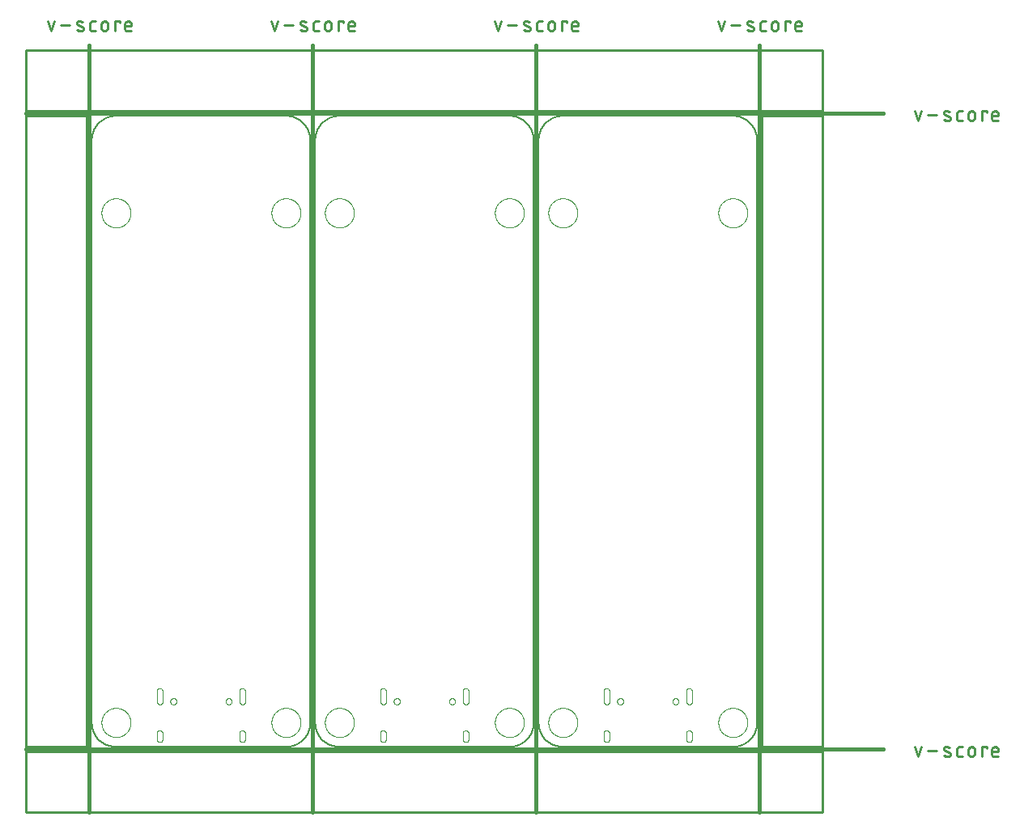
<source format=gko>
G04 EAGLE Gerber RS-274X export*
G75*
%MOMM*%
%FSLAX34Y34*%
%LPD*%
%IN*%
%IPPOS*%
%AMOC8*
5,1,8,0,0,1.08239X$1,22.5*%
G01*
%ADD10C,0.127000*%
%ADD11C,0.381000*%
%ADD12C,0.279400*%
%ADD13C,0.254000*%
%ADD14C,0.000000*%
%ADD15C,0.010000*%


D10*
X0Y25400D02*
X0Y635000D01*
X7Y635614D01*
X30Y636227D01*
X67Y636840D01*
X119Y637451D01*
X185Y638062D01*
X267Y638670D01*
X363Y639276D01*
X473Y639880D01*
X598Y640481D01*
X738Y641079D01*
X892Y641673D01*
X1061Y642263D01*
X1243Y642849D01*
X1440Y643430D01*
X1651Y644007D01*
X1875Y644578D01*
X2113Y645144D01*
X2365Y645704D01*
X2631Y646257D01*
X2909Y646804D01*
X3201Y647344D01*
X3506Y647877D01*
X3824Y648402D01*
X4154Y648920D01*
X4496Y649429D01*
X4851Y649930D01*
X5218Y650422D01*
X5596Y650905D01*
X5986Y651379D01*
X6388Y651843D01*
X6800Y652298D01*
X7224Y652742D01*
X7658Y653176D01*
X8102Y653600D01*
X8557Y654012D01*
X9021Y654414D01*
X9495Y654804D01*
X9978Y655182D01*
X10470Y655549D01*
X10971Y655904D01*
X11480Y656246D01*
X11998Y656576D01*
X12523Y656894D01*
X13056Y657199D01*
X13596Y657491D01*
X14143Y657769D01*
X14696Y658035D01*
X15256Y658287D01*
X15822Y658525D01*
X16393Y658749D01*
X16970Y658960D01*
X17551Y659157D01*
X18137Y659339D01*
X18727Y659508D01*
X19321Y659662D01*
X19919Y659802D01*
X20520Y659927D01*
X21124Y660037D01*
X21730Y660133D01*
X22338Y660215D01*
X22949Y660281D01*
X23560Y660333D01*
X24173Y660370D01*
X24786Y660393D01*
X25400Y660400D01*
X203100Y660400D01*
X203715Y660394D01*
X204330Y660373D01*
X204944Y660337D01*
X205557Y660286D01*
X206168Y660220D01*
X206778Y660140D01*
X207385Y660045D01*
X207991Y659935D01*
X208593Y659811D01*
X209192Y659672D01*
X209788Y659519D01*
X210379Y659352D01*
X210967Y659170D01*
X211550Y658974D01*
X212128Y658764D01*
X212701Y658540D01*
X213268Y658302D01*
X213829Y658051D01*
X214384Y657786D01*
X214933Y657508D01*
X215475Y657217D01*
X216009Y656912D01*
X216536Y656595D01*
X217055Y656266D01*
X217566Y655923D01*
X218069Y655569D01*
X218563Y655202D01*
X219047Y654824D01*
X219523Y654434D01*
X219989Y654033D01*
X220445Y653620D01*
X220891Y653197D01*
X221327Y652763D01*
X221752Y652318D01*
X222166Y651864D01*
X222570Y651399D01*
X222961Y650925D01*
X223342Y650442D01*
X223710Y649950D01*
X224066Y649448D01*
X224411Y648939D01*
X224743Y648421D01*
X225062Y647895D01*
X225368Y647362D01*
X225662Y646821D01*
X225942Y646274D01*
X226209Y645720D01*
X226462Y645160D01*
X226702Y644593D01*
X226928Y644021D01*
X227141Y643444D01*
X227339Y642862D01*
X227523Y642275D01*
X227693Y641684D01*
X227848Y641089D01*
X227990Y640491D01*
X228116Y639889D01*
X228228Y639284D01*
X228326Y638677D01*
X228408Y638067D01*
X228476Y637456D01*
X228529Y636843D01*
X228568Y636230D01*
X228591Y635615D01*
X228600Y635000D01*
X228600Y25400D01*
X228593Y24786D01*
X228570Y24173D01*
X228533Y23560D01*
X228481Y22949D01*
X228415Y22338D01*
X228333Y21730D01*
X228237Y21124D01*
X228127Y20520D01*
X228002Y19919D01*
X227862Y19321D01*
X227708Y18727D01*
X227539Y18137D01*
X227357Y17551D01*
X227160Y16970D01*
X226949Y16393D01*
X226725Y15822D01*
X226487Y15256D01*
X226235Y14696D01*
X225969Y14143D01*
X225691Y13596D01*
X225399Y13056D01*
X225094Y12523D01*
X224776Y11998D01*
X224446Y11480D01*
X224104Y10971D01*
X223749Y10470D01*
X223382Y9978D01*
X223004Y9495D01*
X222614Y9021D01*
X222212Y8557D01*
X221800Y8102D01*
X221376Y7658D01*
X220942Y7224D01*
X220498Y6800D01*
X220043Y6388D01*
X219579Y5986D01*
X219105Y5596D01*
X218622Y5218D01*
X218130Y4851D01*
X217629Y4496D01*
X217120Y4154D01*
X216602Y3824D01*
X216077Y3506D01*
X215544Y3201D01*
X215004Y2909D01*
X214457Y2631D01*
X213904Y2365D01*
X213344Y2113D01*
X212778Y1875D01*
X212207Y1651D01*
X211630Y1440D01*
X211049Y1243D01*
X210463Y1061D01*
X209873Y892D01*
X209279Y738D01*
X208681Y598D01*
X208080Y473D01*
X207476Y363D01*
X206870Y267D01*
X206262Y185D01*
X205651Y119D01*
X205040Y67D01*
X204427Y30D01*
X203814Y7D01*
X203200Y0D01*
X25400Y0D01*
X24786Y7D01*
X24173Y30D01*
X23560Y67D01*
X22949Y119D01*
X22338Y185D01*
X21730Y267D01*
X21124Y363D01*
X20520Y473D01*
X19919Y598D01*
X19321Y738D01*
X18727Y892D01*
X18137Y1061D01*
X17551Y1243D01*
X16970Y1440D01*
X16393Y1651D01*
X15822Y1875D01*
X15256Y2113D01*
X14696Y2365D01*
X14143Y2631D01*
X13596Y2909D01*
X13056Y3201D01*
X12523Y3506D01*
X11998Y3824D01*
X11480Y4154D01*
X10971Y4496D01*
X10470Y4851D01*
X9978Y5218D01*
X9495Y5596D01*
X9021Y5986D01*
X8557Y6388D01*
X8102Y6800D01*
X7658Y7224D01*
X7224Y7658D01*
X6800Y8102D01*
X6388Y8557D01*
X5986Y9021D01*
X5596Y9495D01*
X5218Y9978D01*
X4851Y10470D01*
X4496Y10971D01*
X4154Y11480D01*
X3824Y11998D01*
X3506Y12523D01*
X3201Y13056D01*
X2909Y13596D01*
X2631Y14143D01*
X2365Y14696D01*
X2113Y15256D01*
X1875Y15822D01*
X1651Y16393D01*
X1440Y16970D01*
X1243Y17551D01*
X1061Y18137D01*
X892Y18727D01*
X738Y19321D01*
X598Y19919D01*
X473Y20520D01*
X363Y21124D01*
X267Y21730D01*
X185Y22338D01*
X119Y22949D01*
X67Y23560D01*
X30Y24173D01*
X7Y24786D01*
X0Y25400D01*
X233680Y25400D02*
X233680Y635000D01*
X233687Y635614D01*
X233710Y636227D01*
X233747Y636840D01*
X233799Y637451D01*
X233865Y638062D01*
X233947Y638670D01*
X234043Y639276D01*
X234153Y639880D01*
X234278Y640481D01*
X234418Y641079D01*
X234572Y641673D01*
X234741Y642263D01*
X234923Y642849D01*
X235120Y643430D01*
X235331Y644007D01*
X235555Y644578D01*
X235793Y645144D01*
X236045Y645704D01*
X236311Y646257D01*
X236589Y646804D01*
X236881Y647344D01*
X237186Y647877D01*
X237504Y648402D01*
X237834Y648920D01*
X238176Y649429D01*
X238531Y649930D01*
X238898Y650422D01*
X239276Y650905D01*
X239666Y651379D01*
X240068Y651843D01*
X240480Y652298D01*
X240904Y652742D01*
X241338Y653176D01*
X241782Y653600D01*
X242237Y654012D01*
X242701Y654414D01*
X243175Y654804D01*
X243658Y655182D01*
X244150Y655549D01*
X244651Y655904D01*
X245160Y656246D01*
X245678Y656576D01*
X246203Y656894D01*
X246736Y657199D01*
X247276Y657491D01*
X247823Y657769D01*
X248376Y658035D01*
X248936Y658287D01*
X249502Y658525D01*
X250073Y658749D01*
X250650Y658960D01*
X251231Y659157D01*
X251817Y659339D01*
X252407Y659508D01*
X253001Y659662D01*
X253599Y659802D01*
X254200Y659927D01*
X254804Y660037D01*
X255410Y660133D01*
X256018Y660215D01*
X256629Y660281D01*
X257240Y660333D01*
X257853Y660370D01*
X258466Y660393D01*
X259080Y660400D01*
X436780Y660400D01*
X437395Y660394D01*
X438010Y660373D01*
X438624Y660337D01*
X439237Y660286D01*
X439848Y660220D01*
X440458Y660140D01*
X441065Y660045D01*
X441671Y659935D01*
X442273Y659811D01*
X442872Y659672D01*
X443468Y659519D01*
X444059Y659352D01*
X444647Y659170D01*
X445230Y658974D01*
X445808Y658764D01*
X446381Y658540D01*
X446948Y658302D01*
X447509Y658051D01*
X448064Y657786D01*
X448613Y657508D01*
X449155Y657217D01*
X449689Y656912D01*
X450216Y656595D01*
X450735Y656266D01*
X451246Y655923D01*
X451749Y655569D01*
X452243Y655202D01*
X452727Y654824D01*
X453203Y654434D01*
X453669Y654033D01*
X454125Y653620D01*
X454571Y653197D01*
X455007Y652763D01*
X455432Y652318D01*
X455846Y651864D01*
X456250Y651399D01*
X456641Y650925D01*
X457022Y650442D01*
X457390Y649950D01*
X457746Y649448D01*
X458091Y648939D01*
X458423Y648421D01*
X458742Y647895D01*
X459048Y647362D01*
X459342Y646821D01*
X459622Y646274D01*
X459889Y645720D01*
X460142Y645160D01*
X460382Y644593D01*
X460608Y644021D01*
X460821Y643444D01*
X461019Y642862D01*
X461203Y642275D01*
X461373Y641684D01*
X461528Y641089D01*
X461670Y640491D01*
X461796Y639889D01*
X461908Y639284D01*
X462006Y638677D01*
X462088Y638067D01*
X462156Y637456D01*
X462209Y636843D01*
X462248Y636230D01*
X462271Y635615D01*
X462280Y635000D01*
X462280Y25400D01*
X462273Y24786D01*
X462250Y24173D01*
X462213Y23560D01*
X462161Y22949D01*
X462095Y22338D01*
X462013Y21730D01*
X461917Y21124D01*
X461807Y20520D01*
X461682Y19919D01*
X461542Y19321D01*
X461388Y18727D01*
X461219Y18137D01*
X461037Y17551D01*
X460840Y16970D01*
X460629Y16393D01*
X460405Y15822D01*
X460167Y15256D01*
X459915Y14696D01*
X459649Y14143D01*
X459371Y13596D01*
X459079Y13056D01*
X458774Y12523D01*
X458456Y11998D01*
X458126Y11480D01*
X457784Y10971D01*
X457429Y10470D01*
X457062Y9978D01*
X456684Y9495D01*
X456294Y9021D01*
X455892Y8557D01*
X455480Y8102D01*
X455056Y7658D01*
X454622Y7224D01*
X454178Y6800D01*
X453723Y6388D01*
X453259Y5986D01*
X452785Y5596D01*
X452302Y5218D01*
X451810Y4851D01*
X451309Y4496D01*
X450800Y4154D01*
X450282Y3824D01*
X449757Y3506D01*
X449224Y3201D01*
X448684Y2909D01*
X448137Y2631D01*
X447584Y2365D01*
X447024Y2113D01*
X446458Y1875D01*
X445887Y1651D01*
X445310Y1440D01*
X444729Y1243D01*
X444143Y1061D01*
X443553Y892D01*
X442959Y738D01*
X442361Y598D01*
X441760Y473D01*
X441156Y363D01*
X440550Y267D01*
X439942Y185D01*
X439331Y119D01*
X438720Y67D01*
X438107Y30D01*
X437494Y7D01*
X436880Y0D01*
X259080Y0D01*
X258466Y7D01*
X257853Y30D01*
X257240Y67D01*
X256629Y119D01*
X256018Y185D01*
X255410Y267D01*
X254804Y363D01*
X254200Y473D01*
X253599Y598D01*
X253001Y738D01*
X252407Y892D01*
X251817Y1061D01*
X251231Y1243D01*
X250650Y1440D01*
X250073Y1651D01*
X249502Y1875D01*
X248936Y2113D01*
X248376Y2365D01*
X247823Y2631D01*
X247276Y2909D01*
X246736Y3201D01*
X246203Y3506D01*
X245678Y3824D01*
X245160Y4154D01*
X244651Y4496D01*
X244150Y4851D01*
X243658Y5218D01*
X243175Y5596D01*
X242701Y5986D01*
X242237Y6388D01*
X241782Y6800D01*
X241338Y7224D01*
X240904Y7658D01*
X240480Y8102D01*
X240068Y8557D01*
X239666Y9021D01*
X239276Y9495D01*
X238898Y9978D01*
X238531Y10470D01*
X238176Y10971D01*
X237834Y11480D01*
X237504Y11998D01*
X237186Y12523D01*
X236881Y13056D01*
X236589Y13596D01*
X236311Y14143D01*
X236045Y14696D01*
X235793Y15256D01*
X235555Y15822D01*
X235331Y16393D01*
X235120Y16970D01*
X234923Y17551D01*
X234741Y18137D01*
X234572Y18727D01*
X234418Y19321D01*
X234278Y19919D01*
X234153Y20520D01*
X234043Y21124D01*
X233947Y21730D01*
X233865Y22338D01*
X233799Y22949D01*
X233747Y23560D01*
X233710Y24173D01*
X233687Y24786D01*
X233680Y25400D01*
X467360Y25400D02*
X467360Y635000D01*
X467367Y635614D01*
X467390Y636227D01*
X467427Y636840D01*
X467479Y637451D01*
X467545Y638062D01*
X467627Y638670D01*
X467723Y639276D01*
X467833Y639880D01*
X467958Y640481D01*
X468098Y641079D01*
X468252Y641673D01*
X468421Y642263D01*
X468603Y642849D01*
X468800Y643430D01*
X469011Y644007D01*
X469235Y644578D01*
X469473Y645144D01*
X469725Y645704D01*
X469991Y646257D01*
X470269Y646804D01*
X470561Y647344D01*
X470866Y647877D01*
X471184Y648402D01*
X471514Y648920D01*
X471856Y649429D01*
X472211Y649930D01*
X472578Y650422D01*
X472956Y650905D01*
X473346Y651379D01*
X473748Y651843D01*
X474160Y652298D01*
X474584Y652742D01*
X475018Y653176D01*
X475462Y653600D01*
X475917Y654012D01*
X476381Y654414D01*
X476855Y654804D01*
X477338Y655182D01*
X477830Y655549D01*
X478331Y655904D01*
X478840Y656246D01*
X479358Y656576D01*
X479883Y656894D01*
X480416Y657199D01*
X480956Y657491D01*
X481503Y657769D01*
X482056Y658035D01*
X482616Y658287D01*
X483182Y658525D01*
X483753Y658749D01*
X484330Y658960D01*
X484911Y659157D01*
X485497Y659339D01*
X486087Y659508D01*
X486681Y659662D01*
X487279Y659802D01*
X487880Y659927D01*
X488484Y660037D01*
X489090Y660133D01*
X489698Y660215D01*
X490309Y660281D01*
X490920Y660333D01*
X491533Y660370D01*
X492146Y660393D01*
X492760Y660400D01*
X670460Y660400D01*
X671075Y660394D01*
X671690Y660373D01*
X672304Y660337D01*
X672917Y660286D01*
X673528Y660220D01*
X674138Y660140D01*
X674745Y660045D01*
X675351Y659935D01*
X675953Y659811D01*
X676552Y659672D01*
X677148Y659519D01*
X677739Y659352D01*
X678327Y659170D01*
X678910Y658974D01*
X679488Y658764D01*
X680061Y658540D01*
X680628Y658302D01*
X681189Y658051D01*
X681744Y657786D01*
X682293Y657508D01*
X682835Y657217D01*
X683369Y656912D01*
X683896Y656595D01*
X684415Y656266D01*
X684926Y655923D01*
X685429Y655569D01*
X685923Y655202D01*
X686407Y654824D01*
X686883Y654434D01*
X687349Y654033D01*
X687805Y653620D01*
X688251Y653197D01*
X688687Y652763D01*
X689112Y652318D01*
X689526Y651864D01*
X689930Y651399D01*
X690321Y650925D01*
X690702Y650442D01*
X691070Y649950D01*
X691426Y649448D01*
X691771Y648939D01*
X692103Y648421D01*
X692422Y647895D01*
X692728Y647362D01*
X693022Y646821D01*
X693302Y646274D01*
X693569Y645720D01*
X693822Y645160D01*
X694062Y644593D01*
X694288Y644021D01*
X694501Y643444D01*
X694699Y642862D01*
X694883Y642275D01*
X695053Y641684D01*
X695208Y641089D01*
X695350Y640491D01*
X695476Y639889D01*
X695588Y639284D01*
X695686Y638677D01*
X695768Y638067D01*
X695836Y637456D01*
X695889Y636843D01*
X695928Y636230D01*
X695951Y635615D01*
X695960Y635000D01*
X695960Y25400D01*
X695953Y24786D01*
X695930Y24173D01*
X695893Y23560D01*
X695841Y22949D01*
X695775Y22338D01*
X695693Y21730D01*
X695597Y21124D01*
X695487Y20520D01*
X695362Y19919D01*
X695222Y19321D01*
X695068Y18727D01*
X694899Y18137D01*
X694717Y17551D01*
X694520Y16970D01*
X694309Y16393D01*
X694085Y15822D01*
X693847Y15256D01*
X693595Y14696D01*
X693329Y14143D01*
X693051Y13596D01*
X692759Y13056D01*
X692454Y12523D01*
X692136Y11998D01*
X691806Y11480D01*
X691464Y10971D01*
X691109Y10470D01*
X690742Y9978D01*
X690364Y9495D01*
X689974Y9021D01*
X689572Y8557D01*
X689160Y8102D01*
X688736Y7658D01*
X688302Y7224D01*
X687858Y6800D01*
X687403Y6388D01*
X686939Y5986D01*
X686465Y5596D01*
X685982Y5218D01*
X685490Y4851D01*
X684989Y4496D01*
X684480Y4154D01*
X683962Y3824D01*
X683437Y3506D01*
X682904Y3201D01*
X682364Y2909D01*
X681817Y2631D01*
X681264Y2365D01*
X680704Y2113D01*
X680138Y1875D01*
X679567Y1651D01*
X678990Y1440D01*
X678409Y1243D01*
X677823Y1061D01*
X677233Y892D01*
X676639Y738D01*
X676041Y598D01*
X675440Y473D01*
X674836Y363D01*
X674230Y267D01*
X673622Y185D01*
X673011Y119D01*
X672400Y67D01*
X671787Y30D01*
X671174Y7D01*
X670560Y0D01*
X492760Y0D01*
X492146Y7D01*
X491533Y30D01*
X490920Y67D01*
X490309Y119D01*
X489698Y185D01*
X489090Y267D01*
X488484Y363D01*
X487880Y473D01*
X487279Y598D01*
X486681Y738D01*
X486087Y892D01*
X485497Y1061D01*
X484911Y1243D01*
X484330Y1440D01*
X483753Y1651D01*
X483182Y1875D01*
X482616Y2113D01*
X482056Y2365D01*
X481503Y2631D01*
X480956Y2909D01*
X480416Y3201D01*
X479883Y3506D01*
X479358Y3824D01*
X478840Y4154D01*
X478331Y4496D01*
X477830Y4851D01*
X477338Y5218D01*
X476855Y5596D01*
X476381Y5986D01*
X475917Y6388D01*
X475462Y6800D01*
X475018Y7224D01*
X474584Y7658D01*
X474160Y8102D01*
X473748Y8557D01*
X473346Y9021D01*
X472956Y9495D01*
X472578Y9978D01*
X472211Y10470D01*
X471856Y10971D01*
X471514Y11480D01*
X471184Y11998D01*
X470866Y12523D01*
X470561Y13056D01*
X470269Y13596D01*
X469991Y14143D01*
X469725Y14696D01*
X469473Y15256D01*
X469235Y15822D01*
X469011Y16393D01*
X468800Y16970D01*
X468603Y17551D01*
X468421Y18137D01*
X468252Y18727D01*
X468098Y19321D01*
X467958Y19919D01*
X467833Y20520D01*
X467723Y21124D01*
X467627Y21730D01*
X467545Y22338D01*
X467479Y22949D01*
X467427Y23560D01*
X467390Y24173D01*
X467367Y24786D01*
X467360Y25400D01*
D11*
X-2540Y-68580D02*
X-2540Y734060D01*
D12*
X-42921Y749427D02*
X-46251Y759418D01*
X-39590Y759418D02*
X-42921Y749427D01*
X-32806Y755255D02*
X-22815Y755255D01*
X-14261Y755255D02*
X-10098Y753590D01*
X-14261Y755254D02*
X-14346Y755290D01*
X-14429Y755330D01*
X-14510Y755373D01*
X-14590Y755420D01*
X-14667Y755470D01*
X-14743Y755523D01*
X-14816Y755579D01*
X-14886Y755639D01*
X-14954Y755701D01*
X-15019Y755766D01*
X-15081Y755834D01*
X-15141Y755905D01*
X-15197Y755978D01*
X-15250Y756053D01*
X-15300Y756131D01*
X-15346Y756210D01*
X-15389Y756292D01*
X-15429Y756375D01*
X-15465Y756460D01*
X-15497Y756546D01*
X-15526Y756634D01*
X-15550Y756723D01*
X-15571Y756813D01*
X-15588Y756903D01*
X-15602Y756994D01*
X-15611Y757086D01*
X-15616Y757178D01*
X-15618Y757270D01*
X-15616Y757362D01*
X-15609Y757454D01*
X-15599Y757546D01*
X-15585Y757637D01*
X-15567Y757728D01*
X-15545Y757817D01*
X-15519Y757906D01*
X-15489Y757993D01*
X-15456Y758079D01*
X-15419Y758163D01*
X-15379Y758246D01*
X-15335Y758327D01*
X-15288Y758406D01*
X-15237Y758483D01*
X-15183Y758558D01*
X-15126Y758631D01*
X-15066Y758701D01*
X-15003Y758768D01*
X-14937Y758832D01*
X-14869Y758894D01*
X-14798Y758953D01*
X-14724Y759008D01*
X-14648Y759061D01*
X-14570Y759110D01*
X-14490Y759156D01*
X-14409Y759198D01*
X-14325Y759237D01*
X-14240Y759272D01*
X-14153Y759303D01*
X-14065Y759331D01*
X-13976Y759355D01*
X-13886Y759375D01*
X-13796Y759392D01*
X-13704Y759404D01*
X-13612Y759413D01*
X-13520Y759417D01*
X-13428Y759418D01*
X-13201Y759412D01*
X-12974Y759401D01*
X-12747Y759384D01*
X-12521Y759361D01*
X-12295Y759334D01*
X-12070Y759300D01*
X-11846Y759262D01*
X-11623Y759218D01*
X-11401Y759169D01*
X-11180Y759114D01*
X-10961Y759054D01*
X-10743Y758989D01*
X-10527Y758918D01*
X-10313Y758843D01*
X-10100Y758762D01*
X-9890Y758676D01*
X-9681Y758585D01*
X-10098Y753590D02*
X-10013Y753554D01*
X-9930Y753514D01*
X-9849Y753471D01*
X-9769Y753424D01*
X-9692Y753374D01*
X-9616Y753321D01*
X-9543Y753265D01*
X-9473Y753205D01*
X-9405Y753143D01*
X-9340Y753078D01*
X-9278Y753010D01*
X-9218Y752939D01*
X-9162Y752866D01*
X-9109Y752791D01*
X-9059Y752713D01*
X-9013Y752634D01*
X-8970Y752552D01*
X-8930Y752469D01*
X-8894Y752384D01*
X-8862Y752298D01*
X-8833Y752210D01*
X-8809Y752121D01*
X-8788Y752031D01*
X-8771Y751941D01*
X-8757Y751850D01*
X-8748Y751758D01*
X-8743Y751666D01*
X-8741Y751574D01*
X-8743Y751482D01*
X-8750Y751390D01*
X-8760Y751298D01*
X-8774Y751207D01*
X-8792Y751116D01*
X-8814Y751027D01*
X-8840Y750938D01*
X-8870Y750851D01*
X-8903Y750765D01*
X-8940Y750681D01*
X-8980Y750598D01*
X-9024Y750517D01*
X-9071Y750438D01*
X-9122Y750361D01*
X-9176Y750286D01*
X-9233Y750213D01*
X-9293Y750143D01*
X-9356Y750076D01*
X-9422Y750012D01*
X-9490Y749950D01*
X-9561Y749891D01*
X-9635Y749836D01*
X-9711Y749783D01*
X-9789Y749734D01*
X-9869Y749688D01*
X-9950Y749646D01*
X-10034Y749607D01*
X-10119Y749572D01*
X-10206Y749541D01*
X-10294Y749513D01*
X-10383Y749489D01*
X-10473Y749469D01*
X-10563Y749452D01*
X-10655Y749440D01*
X-10747Y749431D01*
X-10839Y749427D01*
X-10931Y749426D01*
X-10931Y749427D02*
X-11265Y749436D01*
X-11598Y749453D01*
X-11931Y749477D01*
X-12264Y749510D01*
X-12595Y749550D01*
X-12926Y749598D01*
X-13255Y749654D01*
X-13583Y749717D01*
X-13909Y749789D01*
X-14233Y749868D01*
X-14556Y749954D01*
X-14876Y750049D01*
X-15194Y750151D01*
X-15510Y750260D01*
X562Y749427D02*
X3892Y749427D01*
X562Y749427D02*
X464Y749429D01*
X366Y749435D01*
X268Y749444D01*
X171Y749458D01*
X75Y749475D01*
X-21Y749496D01*
X-116Y749521D01*
X-210Y749549D01*
X-303Y749581D01*
X-394Y749617D01*
X-484Y749656D01*
X-572Y749699D01*
X-659Y749746D01*
X-743Y749795D01*
X-826Y749848D01*
X-906Y749904D01*
X-985Y749963D01*
X-1060Y750026D01*
X-1134Y750091D01*
X-1204Y750159D01*
X-1272Y750229D01*
X-1338Y750303D01*
X-1400Y750379D01*
X-1459Y750457D01*
X-1515Y750537D01*
X-1568Y750620D01*
X-1618Y750704D01*
X-1664Y750791D01*
X-1707Y750879D01*
X-1746Y750969D01*
X-1782Y751060D01*
X-1814Y751153D01*
X-1842Y751247D01*
X-1867Y751342D01*
X-1888Y751438D01*
X-1905Y751534D01*
X-1919Y751631D01*
X-1928Y751729D01*
X-1934Y751827D01*
X-1936Y751925D01*
X-1936Y756920D01*
X-1934Y757018D01*
X-1928Y757116D01*
X-1919Y757214D01*
X-1905Y757311D01*
X-1888Y757407D01*
X-1867Y757503D01*
X-1842Y757598D01*
X-1814Y757692D01*
X-1782Y757785D01*
X-1746Y757876D01*
X-1707Y757966D01*
X-1664Y758054D01*
X-1617Y758141D01*
X-1568Y758225D01*
X-1515Y758308D01*
X-1459Y758388D01*
X-1400Y758466D01*
X-1337Y758542D01*
X-1272Y758616D01*
X-1204Y758686D01*
X-1134Y758754D01*
X-1060Y758819D01*
X-984Y758882D01*
X-906Y758941D01*
X-826Y758997D01*
X-743Y759050D01*
X-659Y759099D01*
X-572Y759146D01*
X-484Y759189D01*
X-394Y759228D01*
X-303Y759264D01*
X-210Y759296D01*
X-116Y759324D01*
X-21Y759349D01*
X75Y759370D01*
X171Y759387D01*
X268Y759401D01*
X366Y759410D01*
X464Y759416D01*
X562Y759418D01*
X3892Y759418D01*
X10022Y756087D02*
X10022Y752757D01*
X10022Y756087D02*
X10024Y756201D01*
X10030Y756314D01*
X10039Y756428D01*
X10053Y756540D01*
X10070Y756653D01*
X10092Y756765D01*
X10117Y756875D01*
X10145Y756985D01*
X10178Y757094D01*
X10214Y757202D01*
X10254Y757309D01*
X10298Y757414D01*
X10345Y757517D01*
X10395Y757619D01*
X10449Y757719D01*
X10507Y757817D01*
X10568Y757913D01*
X10631Y758007D01*
X10699Y758099D01*
X10769Y758189D01*
X10842Y758275D01*
X10918Y758360D01*
X10997Y758442D01*
X11079Y758521D01*
X11164Y758597D01*
X11250Y758670D01*
X11340Y758740D01*
X11432Y758808D01*
X11526Y758871D01*
X11622Y758932D01*
X11720Y758990D01*
X11820Y759044D01*
X11922Y759094D01*
X12025Y759141D01*
X12130Y759185D01*
X12237Y759225D01*
X12345Y759261D01*
X12454Y759294D01*
X12564Y759322D01*
X12674Y759347D01*
X12786Y759369D01*
X12899Y759386D01*
X13011Y759400D01*
X13125Y759409D01*
X13238Y759415D01*
X13352Y759417D01*
X13466Y759415D01*
X13579Y759409D01*
X13693Y759400D01*
X13805Y759386D01*
X13918Y759369D01*
X14030Y759347D01*
X14140Y759322D01*
X14250Y759294D01*
X14359Y759261D01*
X14467Y759225D01*
X14574Y759185D01*
X14679Y759141D01*
X14782Y759094D01*
X14884Y759044D01*
X14984Y758990D01*
X15082Y758932D01*
X15178Y758871D01*
X15272Y758808D01*
X15364Y758740D01*
X15454Y758670D01*
X15540Y758597D01*
X15625Y758521D01*
X15707Y758442D01*
X15786Y758360D01*
X15862Y758275D01*
X15935Y758189D01*
X16005Y758099D01*
X16073Y758007D01*
X16136Y757913D01*
X16197Y757817D01*
X16255Y757719D01*
X16309Y757619D01*
X16359Y757517D01*
X16406Y757414D01*
X16450Y757309D01*
X16490Y757202D01*
X16526Y757094D01*
X16559Y756985D01*
X16587Y756875D01*
X16612Y756765D01*
X16634Y756653D01*
X16651Y756540D01*
X16665Y756428D01*
X16674Y756314D01*
X16680Y756201D01*
X16682Y756087D01*
X16682Y752757D01*
X16680Y752643D01*
X16674Y752530D01*
X16665Y752416D01*
X16651Y752304D01*
X16634Y752191D01*
X16612Y752079D01*
X16587Y751969D01*
X16559Y751859D01*
X16526Y751750D01*
X16490Y751642D01*
X16450Y751535D01*
X16406Y751430D01*
X16359Y751327D01*
X16309Y751225D01*
X16255Y751125D01*
X16197Y751027D01*
X16136Y750931D01*
X16073Y750837D01*
X16005Y750745D01*
X15935Y750655D01*
X15862Y750569D01*
X15786Y750484D01*
X15707Y750402D01*
X15625Y750323D01*
X15540Y750247D01*
X15454Y750174D01*
X15364Y750104D01*
X15272Y750036D01*
X15178Y749973D01*
X15082Y749912D01*
X14984Y749854D01*
X14884Y749800D01*
X14782Y749750D01*
X14679Y749703D01*
X14574Y749659D01*
X14467Y749619D01*
X14359Y749583D01*
X14250Y749550D01*
X14140Y749522D01*
X14030Y749497D01*
X13918Y749475D01*
X13805Y749458D01*
X13693Y749444D01*
X13579Y749435D01*
X13466Y749429D01*
X13352Y749427D01*
X13238Y749429D01*
X13125Y749435D01*
X13011Y749444D01*
X12899Y749458D01*
X12786Y749475D01*
X12674Y749497D01*
X12564Y749522D01*
X12454Y749550D01*
X12345Y749583D01*
X12237Y749619D01*
X12130Y749659D01*
X12025Y749703D01*
X11922Y749750D01*
X11820Y749800D01*
X11720Y749854D01*
X11622Y749912D01*
X11526Y749973D01*
X11432Y750036D01*
X11340Y750104D01*
X11250Y750174D01*
X11164Y750247D01*
X11079Y750323D01*
X10997Y750402D01*
X10918Y750484D01*
X10842Y750569D01*
X10769Y750655D01*
X10699Y750745D01*
X10631Y750837D01*
X10568Y750931D01*
X10507Y751027D01*
X10449Y751125D01*
X10395Y751225D01*
X10345Y751327D01*
X10298Y751430D01*
X10254Y751535D01*
X10214Y751642D01*
X10178Y751750D01*
X10145Y751859D01*
X10117Y751969D01*
X10092Y752079D01*
X10070Y752191D01*
X10053Y752304D01*
X10039Y752416D01*
X10030Y752530D01*
X10024Y752643D01*
X10022Y752757D01*
X24218Y749427D02*
X24218Y759418D01*
X29213Y759418D01*
X29213Y757753D01*
X37008Y749427D02*
X41171Y749427D01*
X37008Y749427D02*
X36910Y749429D01*
X36812Y749435D01*
X36714Y749444D01*
X36617Y749458D01*
X36521Y749475D01*
X36425Y749496D01*
X36330Y749521D01*
X36236Y749549D01*
X36143Y749581D01*
X36052Y749617D01*
X35962Y749656D01*
X35874Y749699D01*
X35787Y749746D01*
X35703Y749795D01*
X35620Y749848D01*
X35540Y749904D01*
X35462Y749963D01*
X35386Y750026D01*
X35312Y750091D01*
X35242Y750159D01*
X35174Y750229D01*
X35109Y750303D01*
X35046Y750379D01*
X34987Y750457D01*
X34931Y750537D01*
X34878Y750620D01*
X34829Y750704D01*
X34782Y750791D01*
X34739Y750879D01*
X34700Y750969D01*
X34664Y751060D01*
X34632Y751153D01*
X34604Y751247D01*
X34579Y751342D01*
X34558Y751438D01*
X34541Y751534D01*
X34527Y751631D01*
X34518Y751729D01*
X34512Y751827D01*
X34510Y751925D01*
X34510Y756087D01*
X34511Y756087D02*
X34513Y756201D01*
X34519Y756314D01*
X34528Y756428D01*
X34542Y756540D01*
X34559Y756653D01*
X34581Y756765D01*
X34606Y756875D01*
X34634Y756985D01*
X34667Y757094D01*
X34703Y757202D01*
X34743Y757309D01*
X34787Y757414D01*
X34834Y757517D01*
X34884Y757619D01*
X34938Y757719D01*
X34996Y757817D01*
X35057Y757913D01*
X35120Y758007D01*
X35188Y758099D01*
X35258Y758189D01*
X35331Y758275D01*
X35407Y758360D01*
X35486Y758442D01*
X35568Y758521D01*
X35653Y758597D01*
X35739Y758670D01*
X35829Y758740D01*
X35921Y758808D01*
X36015Y758871D01*
X36111Y758932D01*
X36209Y758990D01*
X36309Y759044D01*
X36411Y759094D01*
X36514Y759141D01*
X36619Y759185D01*
X36726Y759225D01*
X36834Y759261D01*
X36943Y759294D01*
X37053Y759322D01*
X37163Y759347D01*
X37275Y759369D01*
X37388Y759386D01*
X37500Y759400D01*
X37614Y759409D01*
X37727Y759415D01*
X37841Y759417D01*
X37955Y759415D01*
X38068Y759409D01*
X38182Y759400D01*
X38294Y759386D01*
X38407Y759369D01*
X38519Y759347D01*
X38629Y759322D01*
X38739Y759294D01*
X38848Y759261D01*
X38956Y759225D01*
X39063Y759185D01*
X39168Y759141D01*
X39271Y759094D01*
X39373Y759044D01*
X39473Y758990D01*
X39571Y758932D01*
X39667Y758871D01*
X39761Y758808D01*
X39853Y758740D01*
X39943Y758670D01*
X40029Y758597D01*
X40114Y758521D01*
X40196Y758442D01*
X40275Y758360D01*
X40351Y758275D01*
X40424Y758189D01*
X40494Y758099D01*
X40562Y758007D01*
X40625Y757913D01*
X40686Y757817D01*
X40744Y757719D01*
X40798Y757619D01*
X40848Y757517D01*
X40895Y757414D01*
X40939Y757309D01*
X40979Y757202D01*
X41015Y757094D01*
X41048Y756985D01*
X41076Y756875D01*
X41101Y756765D01*
X41123Y756653D01*
X41140Y756540D01*
X41154Y756428D01*
X41163Y756314D01*
X41169Y756201D01*
X41171Y756087D01*
X41171Y754422D01*
X34510Y754422D01*
D11*
X231140Y734060D02*
X231140Y-68580D01*
D12*
X190759Y749427D02*
X187429Y759418D01*
X194090Y759418D02*
X190759Y749427D01*
X200874Y755255D02*
X210865Y755255D01*
X219419Y755255D02*
X223582Y753590D01*
X219419Y755254D02*
X219334Y755290D01*
X219251Y755330D01*
X219170Y755373D01*
X219090Y755420D01*
X219013Y755470D01*
X218937Y755523D01*
X218864Y755579D01*
X218794Y755639D01*
X218726Y755701D01*
X218661Y755766D01*
X218599Y755834D01*
X218539Y755905D01*
X218483Y755978D01*
X218430Y756053D01*
X218380Y756131D01*
X218334Y756210D01*
X218291Y756292D01*
X218251Y756375D01*
X218215Y756460D01*
X218183Y756546D01*
X218154Y756634D01*
X218130Y756723D01*
X218109Y756813D01*
X218092Y756903D01*
X218078Y756994D01*
X218069Y757086D01*
X218064Y757178D01*
X218062Y757270D01*
X218064Y757362D01*
X218071Y757454D01*
X218081Y757546D01*
X218095Y757637D01*
X218113Y757728D01*
X218135Y757817D01*
X218161Y757906D01*
X218191Y757993D01*
X218224Y758079D01*
X218261Y758163D01*
X218301Y758246D01*
X218345Y758327D01*
X218392Y758406D01*
X218443Y758483D01*
X218497Y758558D01*
X218554Y758631D01*
X218614Y758701D01*
X218677Y758768D01*
X218743Y758832D01*
X218811Y758894D01*
X218882Y758953D01*
X218956Y759008D01*
X219032Y759061D01*
X219110Y759110D01*
X219190Y759156D01*
X219271Y759198D01*
X219355Y759237D01*
X219440Y759272D01*
X219527Y759303D01*
X219615Y759331D01*
X219704Y759355D01*
X219794Y759375D01*
X219884Y759392D01*
X219976Y759404D01*
X220068Y759413D01*
X220160Y759417D01*
X220252Y759418D01*
X220479Y759412D01*
X220706Y759401D01*
X220933Y759384D01*
X221159Y759361D01*
X221385Y759334D01*
X221610Y759300D01*
X221834Y759262D01*
X222057Y759218D01*
X222279Y759169D01*
X222500Y759114D01*
X222719Y759054D01*
X222937Y758989D01*
X223153Y758918D01*
X223367Y758843D01*
X223580Y758762D01*
X223790Y758676D01*
X223999Y758585D01*
X223582Y753590D02*
X223667Y753554D01*
X223750Y753514D01*
X223831Y753471D01*
X223911Y753424D01*
X223988Y753374D01*
X224064Y753321D01*
X224137Y753265D01*
X224207Y753205D01*
X224275Y753143D01*
X224340Y753078D01*
X224402Y753010D01*
X224462Y752939D01*
X224518Y752866D01*
X224571Y752791D01*
X224621Y752713D01*
X224667Y752634D01*
X224710Y752552D01*
X224750Y752469D01*
X224786Y752384D01*
X224818Y752298D01*
X224847Y752210D01*
X224871Y752121D01*
X224892Y752031D01*
X224909Y751941D01*
X224923Y751850D01*
X224932Y751758D01*
X224937Y751666D01*
X224939Y751574D01*
X224937Y751482D01*
X224930Y751390D01*
X224920Y751298D01*
X224906Y751207D01*
X224888Y751116D01*
X224866Y751027D01*
X224840Y750938D01*
X224810Y750851D01*
X224777Y750765D01*
X224740Y750681D01*
X224700Y750598D01*
X224656Y750517D01*
X224609Y750438D01*
X224558Y750361D01*
X224504Y750286D01*
X224447Y750213D01*
X224387Y750143D01*
X224324Y750076D01*
X224258Y750012D01*
X224190Y749950D01*
X224119Y749891D01*
X224045Y749836D01*
X223969Y749783D01*
X223891Y749734D01*
X223811Y749688D01*
X223730Y749646D01*
X223646Y749607D01*
X223561Y749572D01*
X223474Y749541D01*
X223386Y749513D01*
X223297Y749489D01*
X223207Y749469D01*
X223117Y749452D01*
X223025Y749440D01*
X222933Y749431D01*
X222841Y749427D01*
X222749Y749426D01*
X222749Y749427D02*
X222415Y749436D01*
X222082Y749453D01*
X221749Y749477D01*
X221416Y749510D01*
X221085Y749550D01*
X220754Y749598D01*
X220425Y749654D01*
X220097Y749717D01*
X219771Y749789D01*
X219447Y749868D01*
X219124Y749954D01*
X218804Y750049D01*
X218486Y750151D01*
X218170Y750260D01*
X234242Y749427D02*
X237572Y749427D01*
X234242Y749427D02*
X234144Y749429D01*
X234046Y749435D01*
X233948Y749444D01*
X233851Y749458D01*
X233755Y749475D01*
X233659Y749496D01*
X233564Y749521D01*
X233470Y749549D01*
X233377Y749581D01*
X233286Y749617D01*
X233196Y749656D01*
X233108Y749699D01*
X233021Y749746D01*
X232937Y749795D01*
X232854Y749848D01*
X232774Y749904D01*
X232696Y749963D01*
X232620Y750026D01*
X232546Y750091D01*
X232476Y750159D01*
X232408Y750229D01*
X232343Y750303D01*
X232280Y750379D01*
X232221Y750457D01*
X232165Y750537D01*
X232112Y750620D01*
X232063Y750704D01*
X232016Y750791D01*
X231973Y750879D01*
X231934Y750969D01*
X231898Y751060D01*
X231866Y751153D01*
X231838Y751247D01*
X231813Y751342D01*
X231792Y751438D01*
X231775Y751534D01*
X231761Y751631D01*
X231752Y751729D01*
X231746Y751827D01*
X231744Y751925D01*
X231744Y756920D01*
X231746Y757018D01*
X231752Y757116D01*
X231761Y757214D01*
X231775Y757311D01*
X231792Y757407D01*
X231813Y757503D01*
X231838Y757598D01*
X231866Y757692D01*
X231898Y757785D01*
X231934Y757876D01*
X231973Y757966D01*
X232016Y758054D01*
X232063Y758141D01*
X232112Y758225D01*
X232165Y758308D01*
X232221Y758388D01*
X232280Y758467D01*
X232343Y758542D01*
X232408Y758616D01*
X232476Y758686D01*
X232546Y758754D01*
X232620Y758820D01*
X232696Y758882D01*
X232774Y758941D01*
X232854Y758997D01*
X232937Y759050D01*
X233021Y759100D01*
X233108Y759146D01*
X233196Y759189D01*
X233286Y759228D01*
X233377Y759264D01*
X233470Y759296D01*
X233564Y759324D01*
X233659Y759349D01*
X233755Y759370D01*
X233851Y759387D01*
X233948Y759401D01*
X234046Y759410D01*
X234144Y759416D01*
X234242Y759418D01*
X237572Y759418D01*
X243702Y756087D02*
X243702Y752757D01*
X243702Y756087D02*
X243704Y756201D01*
X243710Y756314D01*
X243719Y756428D01*
X243733Y756540D01*
X243750Y756653D01*
X243772Y756765D01*
X243797Y756875D01*
X243825Y756985D01*
X243858Y757094D01*
X243894Y757202D01*
X243934Y757309D01*
X243978Y757414D01*
X244025Y757517D01*
X244075Y757619D01*
X244129Y757719D01*
X244187Y757817D01*
X244248Y757913D01*
X244311Y758007D01*
X244379Y758099D01*
X244449Y758189D01*
X244522Y758275D01*
X244598Y758360D01*
X244677Y758442D01*
X244759Y758521D01*
X244844Y758597D01*
X244930Y758670D01*
X245020Y758740D01*
X245112Y758808D01*
X245206Y758871D01*
X245302Y758932D01*
X245400Y758990D01*
X245500Y759044D01*
X245602Y759094D01*
X245705Y759141D01*
X245810Y759185D01*
X245917Y759225D01*
X246025Y759261D01*
X246134Y759294D01*
X246244Y759322D01*
X246354Y759347D01*
X246466Y759369D01*
X246579Y759386D01*
X246691Y759400D01*
X246805Y759409D01*
X246918Y759415D01*
X247032Y759417D01*
X247146Y759415D01*
X247259Y759409D01*
X247373Y759400D01*
X247485Y759386D01*
X247598Y759369D01*
X247710Y759347D01*
X247820Y759322D01*
X247930Y759294D01*
X248039Y759261D01*
X248147Y759225D01*
X248254Y759185D01*
X248359Y759141D01*
X248462Y759094D01*
X248564Y759044D01*
X248664Y758990D01*
X248762Y758932D01*
X248858Y758871D01*
X248952Y758808D01*
X249044Y758740D01*
X249134Y758670D01*
X249220Y758597D01*
X249305Y758521D01*
X249387Y758442D01*
X249466Y758360D01*
X249542Y758275D01*
X249615Y758189D01*
X249685Y758099D01*
X249753Y758007D01*
X249816Y757913D01*
X249877Y757817D01*
X249935Y757719D01*
X249989Y757619D01*
X250039Y757517D01*
X250086Y757414D01*
X250130Y757309D01*
X250170Y757202D01*
X250206Y757094D01*
X250239Y756985D01*
X250267Y756875D01*
X250292Y756765D01*
X250314Y756653D01*
X250331Y756540D01*
X250345Y756428D01*
X250354Y756314D01*
X250360Y756201D01*
X250362Y756087D01*
X250362Y752757D01*
X250360Y752643D01*
X250354Y752530D01*
X250345Y752416D01*
X250331Y752304D01*
X250314Y752191D01*
X250292Y752079D01*
X250267Y751969D01*
X250239Y751859D01*
X250206Y751750D01*
X250170Y751642D01*
X250130Y751535D01*
X250086Y751430D01*
X250039Y751327D01*
X249989Y751225D01*
X249935Y751125D01*
X249877Y751027D01*
X249816Y750931D01*
X249753Y750837D01*
X249685Y750745D01*
X249615Y750655D01*
X249542Y750569D01*
X249466Y750484D01*
X249387Y750402D01*
X249305Y750323D01*
X249220Y750247D01*
X249134Y750174D01*
X249044Y750104D01*
X248952Y750036D01*
X248858Y749973D01*
X248762Y749912D01*
X248664Y749854D01*
X248564Y749800D01*
X248462Y749750D01*
X248359Y749703D01*
X248254Y749659D01*
X248147Y749619D01*
X248039Y749583D01*
X247930Y749550D01*
X247820Y749522D01*
X247710Y749497D01*
X247598Y749475D01*
X247485Y749458D01*
X247373Y749444D01*
X247259Y749435D01*
X247146Y749429D01*
X247032Y749427D01*
X246918Y749429D01*
X246805Y749435D01*
X246691Y749444D01*
X246579Y749458D01*
X246466Y749475D01*
X246354Y749497D01*
X246244Y749522D01*
X246134Y749550D01*
X246025Y749583D01*
X245917Y749619D01*
X245810Y749659D01*
X245705Y749703D01*
X245602Y749750D01*
X245500Y749800D01*
X245400Y749854D01*
X245302Y749912D01*
X245206Y749973D01*
X245112Y750036D01*
X245020Y750104D01*
X244930Y750174D01*
X244844Y750247D01*
X244759Y750323D01*
X244677Y750402D01*
X244598Y750484D01*
X244522Y750569D01*
X244449Y750655D01*
X244379Y750745D01*
X244311Y750837D01*
X244248Y750931D01*
X244187Y751027D01*
X244129Y751125D01*
X244075Y751225D01*
X244025Y751327D01*
X243978Y751430D01*
X243934Y751535D01*
X243894Y751642D01*
X243858Y751750D01*
X243825Y751859D01*
X243797Y751969D01*
X243772Y752079D01*
X243750Y752191D01*
X243733Y752304D01*
X243719Y752416D01*
X243710Y752530D01*
X243704Y752643D01*
X243702Y752757D01*
X257898Y749427D02*
X257898Y759418D01*
X262893Y759418D01*
X262893Y757753D01*
X270688Y749427D02*
X274851Y749427D01*
X270688Y749427D02*
X270590Y749429D01*
X270492Y749435D01*
X270394Y749444D01*
X270297Y749458D01*
X270201Y749475D01*
X270105Y749496D01*
X270010Y749521D01*
X269916Y749549D01*
X269823Y749581D01*
X269732Y749617D01*
X269642Y749656D01*
X269554Y749699D01*
X269467Y749746D01*
X269383Y749795D01*
X269300Y749848D01*
X269220Y749904D01*
X269142Y749963D01*
X269066Y750026D01*
X268992Y750091D01*
X268922Y750159D01*
X268854Y750229D01*
X268789Y750303D01*
X268726Y750379D01*
X268667Y750457D01*
X268611Y750537D01*
X268558Y750620D01*
X268509Y750704D01*
X268462Y750791D01*
X268419Y750879D01*
X268380Y750969D01*
X268344Y751060D01*
X268312Y751153D01*
X268284Y751247D01*
X268259Y751342D01*
X268238Y751438D01*
X268221Y751534D01*
X268207Y751631D01*
X268198Y751729D01*
X268192Y751827D01*
X268190Y751925D01*
X268190Y756087D01*
X268191Y756087D02*
X268193Y756201D01*
X268199Y756314D01*
X268208Y756428D01*
X268222Y756540D01*
X268239Y756653D01*
X268261Y756765D01*
X268286Y756875D01*
X268314Y756985D01*
X268347Y757094D01*
X268383Y757202D01*
X268423Y757309D01*
X268467Y757414D01*
X268514Y757517D01*
X268564Y757619D01*
X268618Y757719D01*
X268676Y757817D01*
X268737Y757913D01*
X268800Y758007D01*
X268868Y758099D01*
X268938Y758189D01*
X269011Y758275D01*
X269087Y758360D01*
X269166Y758442D01*
X269248Y758521D01*
X269333Y758597D01*
X269419Y758670D01*
X269509Y758740D01*
X269601Y758808D01*
X269695Y758871D01*
X269791Y758932D01*
X269889Y758990D01*
X269989Y759044D01*
X270091Y759094D01*
X270194Y759141D01*
X270299Y759185D01*
X270406Y759225D01*
X270514Y759261D01*
X270623Y759294D01*
X270733Y759322D01*
X270843Y759347D01*
X270955Y759369D01*
X271068Y759386D01*
X271180Y759400D01*
X271294Y759409D01*
X271407Y759415D01*
X271521Y759417D01*
X271635Y759415D01*
X271748Y759409D01*
X271862Y759400D01*
X271974Y759386D01*
X272087Y759369D01*
X272199Y759347D01*
X272309Y759322D01*
X272419Y759294D01*
X272528Y759261D01*
X272636Y759225D01*
X272743Y759185D01*
X272848Y759141D01*
X272951Y759094D01*
X273053Y759044D01*
X273153Y758990D01*
X273251Y758932D01*
X273347Y758871D01*
X273441Y758808D01*
X273533Y758740D01*
X273623Y758670D01*
X273709Y758597D01*
X273794Y758521D01*
X273876Y758442D01*
X273955Y758360D01*
X274031Y758275D01*
X274104Y758189D01*
X274174Y758099D01*
X274242Y758007D01*
X274305Y757913D01*
X274366Y757817D01*
X274424Y757719D01*
X274478Y757619D01*
X274528Y757517D01*
X274575Y757414D01*
X274619Y757309D01*
X274659Y757202D01*
X274695Y757094D01*
X274728Y756985D01*
X274756Y756875D01*
X274781Y756765D01*
X274803Y756653D01*
X274820Y756540D01*
X274834Y756428D01*
X274843Y756314D01*
X274849Y756201D01*
X274851Y756087D01*
X274851Y754422D01*
X268190Y754422D01*
D11*
X464820Y734060D02*
X464820Y-68580D01*
D12*
X424439Y749427D02*
X421109Y759418D01*
X427770Y759418D02*
X424439Y749427D01*
X434554Y755255D02*
X444545Y755255D01*
X453099Y755255D02*
X457262Y753590D01*
X453099Y755254D02*
X453014Y755290D01*
X452931Y755330D01*
X452850Y755373D01*
X452770Y755420D01*
X452693Y755470D01*
X452617Y755523D01*
X452544Y755579D01*
X452474Y755639D01*
X452406Y755701D01*
X452341Y755766D01*
X452279Y755834D01*
X452219Y755905D01*
X452163Y755978D01*
X452110Y756053D01*
X452060Y756131D01*
X452014Y756210D01*
X451971Y756292D01*
X451931Y756375D01*
X451895Y756460D01*
X451863Y756546D01*
X451834Y756634D01*
X451810Y756723D01*
X451789Y756813D01*
X451772Y756903D01*
X451758Y756994D01*
X451749Y757086D01*
X451744Y757178D01*
X451742Y757270D01*
X451744Y757362D01*
X451751Y757454D01*
X451761Y757546D01*
X451775Y757637D01*
X451793Y757728D01*
X451815Y757817D01*
X451841Y757906D01*
X451871Y757993D01*
X451904Y758079D01*
X451941Y758163D01*
X451981Y758246D01*
X452025Y758327D01*
X452072Y758406D01*
X452123Y758483D01*
X452177Y758558D01*
X452234Y758631D01*
X452294Y758701D01*
X452357Y758768D01*
X452423Y758832D01*
X452491Y758894D01*
X452562Y758953D01*
X452636Y759008D01*
X452712Y759061D01*
X452790Y759110D01*
X452870Y759156D01*
X452951Y759198D01*
X453035Y759237D01*
X453120Y759272D01*
X453207Y759303D01*
X453295Y759331D01*
X453384Y759355D01*
X453474Y759375D01*
X453564Y759392D01*
X453656Y759404D01*
X453748Y759413D01*
X453840Y759417D01*
X453932Y759418D01*
X454159Y759412D01*
X454386Y759401D01*
X454613Y759384D01*
X454839Y759361D01*
X455065Y759334D01*
X455290Y759300D01*
X455514Y759262D01*
X455737Y759218D01*
X455959Y759169D01*
X456180Y759114D01*
X456399Y759054D01*
X456617Y758989D01*
X456833Y758918D01*
X457047Y758843D01*
X457260Y758762D01*
X457470Y758676D01*
X457679Y758585D01*
X457262Y753590D02*
X457347Y753554D01*
X457430Y753514D01*
X457511Y753471D01*
X457591Y753424D01*
X457668Y753374D01*
X457744Y753321D01*
X457817Y753265D01*
X457887Y753205D01*
X457955Y753143D01*
X458020Y753078D01*
X458082Y753010D01*
X458142Y752939D01*
X458198Y752866D01*
X458251Y752791D01*
X458301Y752713D01*
X458347Y752634D01*
X458390Y752552D01*
X458430Y752469D01*
X458466Y752384D01*
X458498Y752298D01*
X458527Y752210D01*
X458551Y752121D01*
X458572Y752031D01*
X458589Y751941D01*
X458603Y751850D01*
X458612Y751758D01*
X458617Y751666D01*
X458619Y751574D01*
X458617Y751482D01*
X458610Y751390D01*
X458600Y751298D01*
X458586Y751207D01*
X458568Y751116D01*
X458546Y751027D01*
X458520Y750938D01*
X458490Y750851D01*
X458457Y750765D01*
X458420Y750681D01*
X458380Y750598D01*
X458336Y750517D01*
X458289Y750438D01*
X458238Y750361D01*
X458184Y750286D01*
X458127Y750213D01*
X458067Y750143D01*
X458004Y750076D01*
X457938Y750012D01*
X457870Y749950D01*
X457799Y749891D01*
X457725Y749836D01*
X457649Y749783D01*
X457571Y749734D01*
X457491Y749688D01*
X457410Y749646D01*
X457326Y749607D01*
X457241Y749572D01*
X457154Y749541D01*
X457066Y749513D01*
X456977Y749489D01*
X456887Y749469D01*
X456797Y749452D01*
X456705Y749440D01*
X456613Y749431D01*
X456521Y749427D01*
X456429Y749426D01*
X456429Y749427D02*
X456095Y749436D01*
X455762Y749453D01*
X455429Y749477D01*
X455096Y749510D01*
X454765Y749550D01*
X454434Y749598D01*
X454105Y749654D01*
X453777Y749717D01*
X453451Y749789D01*
X453127Y749868D01*
X452804Y749954D01*
X452484Y750049D01*
X452166Y750151D01*
X451850Y750260D01*
X467922Y749427D02*
X471252Y749427D01*
X467922Y749427D02*
X467824Y749429D01*
X467726Y749435D01*
X467628Y749444D01*
X467531Y749458D01*
X467435Y749475D01*
X467339Y749496D01*
X467244Y749521D01*
X467150Y749549D01*
X467057Y749581D01*
X466966Y749617D01*
X466876Y749656D01*
X466788Y749699D01*
X466701Y749746D01*
X466617Y749795D01*
X466534Y749848D01*
X466454Y749904D01*
X466376Y749963D01*
X466300Y750026D01*
X466226Y750091D01*
X466156Y750159D01*
X466088Y750229D01*
X466023Y750303D01*
X465960Y750379D01*
X465901Y750457D01*
X465845Y750537D01*
X465792Y750620D01*
X465743Y750704D01*
X465696Y750791D01*
X465653Y750879D01*
X465614Y750969D01*
X465578Y751060D01*
X465546Y751153D01*
X465518Y751247D01*
X465493Y751342D01*
X465472Y751438D01*
X465455Y751534D01*
X465441Y751631D01*
X465432Y751729D01*
X465426Y751827D01*
X465424Y751925D01*
X465424Y756920D01*
X465426Y757018D01*
X465432Y757116D01*
X465441Y757214D01*
X465455Y757311D01*
X465472Y757407D01*
X465493Y757503D01*
X465518Y757598D01*
X465546Y757692D01*
X465578Y757785D01*
X465614Y757876D01*
X465653Y757966D01*
X465696Y758054D01*
X465743Y758141D01*
X465792Y758225D01*
X465845Y758308D01*
X465901Y758388D01*
X465960Y758467D01*
X466023Y758542D01*
X466088Y758616D01*
X466156Y758686D01*
X466226Y758754D01*
X466300Y758820D01*
X466376Y758882D01*
X466454Y758941D01*
X466534Y758997D01*
X466617Y759050D01*
X466701Y759100D01*
X466788Y759146D01*
X466876Y759189D01*
X466966Y759228D01*
X467057Y759264D01*
X467150Y759296D01*
X467244Y759324D01*
X467339Y759349D01*
X467435Y759370D01*
X467531Y759387D01*
X467628Y759401D01*
X467726Y759410D01*
X467824Y759416D01*
X467922Y759418D01*
X471252Y759418D01*
X477382Y756087D02*
X477382Y752757D01*
X477382Y756087D02*
X477384Y756201D01*
X477390Y756314D01*
X477399Y756428D01*
X477413Y756540D01*
X477430Y756653D01*
X477452Y756765D01*
X477477Y756875D01*
X477505Y756985D01*
X477538Y757094D01*
X477574Y757202D01*
X477614Y757309D01*
X477658Y757414D01*
X477705Y757517D01*
X477755Y757619D01*
X477809Y757719D01*
X477867Y757817D01*
X477928Y757913D01*
X477991Y758007D01*
X478059Y758099D01*
X478129Y758189D01*
X478202Y758275D01*
X478278Y758360D01*
X478357Y758442D01*
X478439Y758521D01*
X478524Y758597D01*
X478610Y758670D01*
X478700Y758740D01*
X478792Y758808D01*
X478886Y758871D01*
X478982Y758932D01*
X479080Y758990D01*
X479180Y759044D01*
X479282Y759094D01*
X479385Y759141D01*
X479490Y759185D01*
X479597Y759225D01*
X479705Y759261D01*
X479814Y759294D01*
X479924Y759322D01*
X480034Y759347D01*
X480146Y759369D01*
X480259Y759386D01*
X480371Y759400D01*
X480485Y759409D01*
X480598Y759415D01*
X480712Y759417D01*
X480826Y759415D01*
X480939Y759409D01*
X481053Y759400D01*
X481165Y759386D01*
X481278Y759369D01*
X481390Y759347D01*
X481500Y759322D01*
X481610Y759294D01*
X481719Y759261D01*
X481827Y759225D01*
X481934Y759185D01*
X482039Y759141D01*
X482142Y759094D01*
X482244Y759044D01*
X482344Y758990D01*
X482442Y758932D01*
X482538Y758871D01*
X482632Y758808D01*
X482724Y758740D01*
X482814Y758670D01*
X482900Y758597D01*
X482985Y758521D01*
X483067Y758442D01*
X483146Y758360D01*
X483222Y758275D01*
X483295Y758189D01*
X483365Y758099D01*
X483433Y758007D01*
X483496Y757913D01*
X483557Y757817D01*
X483615Y757719D01*
X483669Y757619D01*
X483719Y757517D01*
X483766Y757414D01*
X483810Y757309D01*
X483850Y757202D01*
X483886Y757094D01*
X483919Y756985D01*
X483947Y756875D01*
X483972Y756765D01*
X483994Y756653D01*
X484011Y756540D01*
X484025Y756428D01*
X484034Y756314D01*
X484040Y756201D01*
X484042Y756087D01*
X484042Y752757D01*
X484040Y752643D01*
X484034Y752530D01*
X484025Y752416D01*
X484011Y752304D01*
X483994Y752191D01*
X483972Y752079D01*
X483947Y751969D01*
X483919Y751859D01*
X483886Y751750D01*
X483850Y751642D01*
X483810Y751535D01*
X483766Y751430D01*
X483719Y751327D01*
X483669Y751225D01*
X483615Y751125D01*
X483557Y751027D01*
X483496Y750931D01*
X483433Y750837D01*
X483365Y750745D01*
X483295Y750655D01*
X483222Y750569D01*
X483146Y750484D01*
X483067Y750402D01*
X482985Y750323D01*
X482900Y750247D01*
X482814Y750174D01*
X482724Y750104D01*
X482632Y750036D01*
X482538Y749973D01*
X482442Y749912D01*
X482344Y749854D01*
X482244Y749800D01*
X482142Y749750D01*
X482039Y749703D01*
X481934Y749659D01*
X481827Y749619D01*
X481719Y749583D01*
X481610Y749550D01*
X481500Y749522D01*
X481390Y749497D01*
X481278Y749475D01*
X481165Y749458D01*
X481053Y749444D01*
X480939Y749435D01*
X480826Y749429D01*
X480712Y749427D01*
X480598Y749429D01*
X480485Y749435D01*
X480371Y749444D01*
X480259Y749458D01*
X480146Y749475D01*
X480034Y749497D01*
X479924Y749522D01*
X479814Y749550D01*
X479705Y749583D01*
X479597Y749619D01*
X479490Y749659D01*
X479385Y749703D01*
X479282Y749750D01*
X479180Y749800D01*
X479080Y749854D01*
X478982Y749912D01*
X478886Y749973D01*
X478792Y750036D01*
X478700Y750104D01*
X478610Y750174D01*
X478524Y750247D01*
X478439Y750323D01*
X478357Y750402D01*
X478278Y750484D01*
X478202Y750569D01*
X478129Y750655D01*
X478059Y750745D01*
X477991Y750837D01*
X477928Y750931D01*
X477867Y751027D01*
X477809Y751125D01*
X477755Y751225D01*
X477705Y751327D01*
X477658Y751430D01*
X477614Y751535D01*
X477574Y751642D01*
X477538Y751750D01*
X477505Y751859D01*
X477477Y751969D01*
X477452Y752079D01*
X477430Y752191D01*
X477413Y752304D01*
X477399Y752416D01*
X477390Y752530D01*
X477384Y752643D01*
X477382Y752757D01*
X491578Y749427D02*
X491578Y759418D01*
X496573Y759418D01*
X496573Y757753D01*
X504368Y749427D02*
X508531Y749427D01*
X504368Y749427D02*
X504270Y749429D01*
X504172Y749435D01*
X504074Y749444D01*
X503977Y749458D01*
X503881Y749475D01*
X503785Y749496D01*
X503690Y749521D01*
X503596Y749549D01*
X503503Y749581D01*
X503412Y749617D01*
X503322Y749656D01*
X503234Y749699D01*
X503147Y749746D01*
X503063Y749795D01*
X502980Y749848D01*
X502900Y749904D01*
X502822Y749963D01*
X502746Y750026D01*
X502672Y750091D01*
X502602Y750159D01*
X502534Y750229D01*
X502469Y750303D01*
X502406Y750379D01*
X502347Y750457D01*
X502291Y750537D01*
X502238Y750620D01*
X502189Y750704D01*
X502142Y750791D01*
X502099Y750879D01*
X502060Y750969D01*
X502024Y751060D01*
X501992Y751153D01*
X501964Y751247D01*
X501939Y751342D01*
X501918Y751438D01*
X501901Y751534D01*
X501887Y751631D01*
X501878Y751729D01*
X501872Y751827D01*
X501870Y751925D01*
X501870Y756087D01*
X501871Y756087D02*
X501873Y756201D01*
X501879Y756314D01*
X501888Y756428D01*
X501902Y756540D01*
X501919Y756653D01*
X501941Y756765D01*
X501966Y756875D01*
X501994Y756985D01*
X502027Y757094D01*
X502063Y757202D01*
X502103Y757309D01*
X502147Y757414D01*
X502194Y757517D01*
X502244Y757619D01*
X502298Y757719D01*
X502356Y757817D01*
X502417Y757913D01*
X502480Y758007D01*
X502548Y758099D01*
X502618Y758189D01*
X502691Y758275D01*
X502767Y758360D01*
X502846Y758442D01*
X502928Y758521D01*
X503013Y758597D01*
X503099Y758670D01*
X503189Y758740D01*
X503281Y758808D01*
X503375Y758871D01*
X503471Y758932D01*
X503569Y758990D01*
X503669Y759044D01*
X503771Y759094D01*
X503874Y759141D01*
X503979Y759185D01*
X504086Y759225D01*
X504194Y759261D01*
X504303Y759294D01*
X504413Y759322D01*
X504523Y759347D01*
X504635Y759369D01*
X504748Y759386D01*
X504860Y759400D01*
X504974Y759409D01*
X505087Y759415D01*
X505201Y759417D01*
X505315Y759415D01*
X505428Y759409D01*
X505542Y759400D01*
X505654Y759386D01*
X505767Y759369D01*
X505879Y759347D01*
X505989Y759322D01*
X506099Y759294D01*
X506208Y759261D01*
X506316Y759225D01*
X506423Y759185D01*
X506528Y759141D01*
X506631Y759094D01*
X506733Y759044D01*
X506833Y758990D01*
X506931Y758932D01*
X507027Y758871D01*
X507121Y758808D01*
X507213Y758740D01*
X507303Y758670D01*
X507389Y758597D01*
X507474Y758521D01*
X507556Y758442D01*
X507635Y758360D01*
X507711Y758275D01*
X507784Y758189D01*
X507854Y758099D01*
X507922Y758007D01*
X507985Y757913D01*
X508046Y757817D01*
X508104Y757719D01*
X508158Y757619D01*
X508208Y757517D01*
X508255Y757414D01*
X508299Y757309D01*
X508339Y757202D01*
X508375Y757094D01*
X508408Y756985D01*
X508436Y756875D01*
X508461Y756765D01*
X508483Y756653D01*
X508500Y756540D01*
X508514Y756428D01*
X508523Y756314D01*
X508529Y756201D01*
X508531Y756087D01*
X508531Y754422D01*
X501870Y754422D01*
D11*
X698500Y734060D02*
X698500Y-68580D01*
D12*
X658119Y749427D02*
X654789Y759418D01*
X661450Y759418D02*
X658119Y749427D01*
X668234Y755255D02*
X678225Y755255D01*
X686779Y755255D02*
X690942Y753590D01*
X686779Y755254D02*
X686694Y755290D01*
X686611Y755330D01*
X686530Y755373D01*
X686450Y755420D01*
X686373Y755470D01*
X686297Y755523D01*
X686224Y755579D01*
X686154Y755639D01*
X686086Y755701D01*
X686021Y755766D01*
X685959Y755834D01*
X685899Y755905D01*
X685843Y755978D01*
X685790Y756053D01*
X685740Y756131D01*
X685694Y756210D01*
X685651Y756292D01*
X685611Y756375D01*
X685575Y756460D01*
X685543Y756546D01*
X685514Y756634D01*
X685490Y756723D01*
X685469Y756813D01*
X685452Y756903D01*
X685438Y756994D01*
X685429Y757086D01*
X685424Y757178D01*
X685422Y757270D01*
X685424Y757362D01*
X685431Y757454D01*
X685441Y757546D01*
X685455Y757637D01*
X685473Y757728D01*
X685495Y757817D01*
X685521Y757906D01*
X685551Y757993D01*
X685584Y758079D01*
X685621Y758163D01*
X685661Y758246D01*
X685705Y758327D01*
X685752Y758406D01*
X685803Y758483D01*
X685857Y758558D01*
X685914Y758631D01*
X685974Y758701D01*
X686037Y758768D01*
X686103Y758832D01*
X686171Y758894D01*
X686242Y758953D01*
X686316Y759008D01*
X686392Y759061D01*
X686470Y759110D01*
X686550Y759156D01*
X686631Y759198D01*
X686715Y759237D01*
X686800Y759272D01*
X686887Y759303D01*
X686975Y759331D01*
X687064Y759355D01*
X687154Y759375D01*
X687244Y759392D01*
X687336Y759404D01*
X687428Y759413D01*
X687520Y759417D01*
X687612Y759418D01*
X687839Y759412D01*
X688066Y759401D01*
X688293Y759384D01*
X688519Y759361D01*
X688745Y759334D01*
X688970Y759300D01*
X689194Y759262D01*
X689417Y759218D01*
X689639Y759169D01*
X689860Y759114D01*
X690079Y759054D01*
X690297Y758989D01*
X690513Y758918D01*
X690727Y758843D01*
X690940Y758762D01*
X691150Y758676D01*
X691359Y758585D01*
X690942Y753590D02*
X691027Y753554D01*
X691110Y753514D01*
X691191Y753471D01*
X691271Y753424D01*
X691348Y753374D01*
X691424Y753321D01*
X691497Y753265D01*
X691567Y753205D01*
X691635Y753143D01*
X691700Y753078D01*
X691762Y753010D01*
X691822Y752939D01*
X691878Y752866D01*
X691931Y752791D01*
X691981Y752713D01*
X692027Y752634D01*
X692070Y752552D01*
X692110Y752469D01*
X692146Y752384D01*
X692178Y752298D01*
X692207Y752210D01*
X692231Y752121D01*
X692252Y752031D01*
X692269Y751941D01*
X692283Y751850D01*
X692292Y751758D01*
X692297Y751666D01*
X692299Y751574D01*
X692297Y751482D01*
X692290Y751390D01*
X692280Y751298D01*
X692266Y751207D01*
X692248Y751116D01*
X692226Y751027D01*
X692200Y750938D01*
X692170Y750851D01*
X692137Y750765D01*
X692100Y750681D01*
X692060Y750598D01*
X692016Y750517D01*
X691969Y750438D01*
X691918Y750361D01*
X691864Y750286D01*
X691807Y750213D01*
X691747Y750143D01*
X691684Y750076D01*
X691618Y750012D01*
X691550Y749950D01*
X691479Y749891D01*
X691405Y749836D01*
X691329Y749783D01*
X691251Y749734D01*
X691171Y749688D01*
X691090Y749646D01*
X691006Y749607D01*
X690921Y749572D01*
X690834Y749541D01*
X690746Y749513D01*
X690657Y749489D01*
X690567Y749469D01*
X690477Y749452D01*
X690385Y749440D01*
X690293Y749431D01*
X690201Y749427D01*
X690109Y749426D01*
X690109Y749427D02*
X689775Y749436D01*
X689442Y749453D01*
X689109Y749477D01*
X688776Y749510D01*
X688445Y749550D01*
X688114Y749598D01*
X687785Y749654D01*
X687457Y749717D01*
X687131Y749789D01*
X686807Y749868D01*
X686484Y749954D01*
X686164Y750049D01*
X685846Y750151D01*
X685530Y750260D01*
X701602Y749427D02*
X704932Y749427D01*
X701602Y749427D02*
X701504Y749429D01*
X701406Y749435D01*
X701308Y749444D01*
X701211Y749458D01*
X701115Y749475D01*
X701019Y749496D01*
X700924Y749521D01*
X700830Y749549D01*
X700737Y749581D01*
X700646Y749617D01*
X700556Y749656D01*
X700468Y749699D01*
X700381Y749746D01*
X700297Y749795D01*
X700214Y749848D01*
X700134Y749904D01*
X700056Y749963D01*
X699980Y750026D01*
X699906Y750091D01*
X699836Y750159D01*
X699768Y750229D01*
X699703Y750303D01*
X699640Y750379D01*
X699581Y750457D01*
X699525Y750537D01*
X699472Y750620D01*
X699423Y750704D01*
X699376Y750791D01*
X699333Y750879D01*
X699294Y750969D01*
X699258Y751060D01*
X699226Y751153D01*
X699198Y751247D01*
X699173Y751342D01*
X699152Y751438D01*
X699135Y751534D01*
X699121Y751631D01*
X699112Y751729D01*
X699106Y751827D01*
X699104Y751925D01*
X699104Y756920D01*
X699106Y757018D01*
X699112Y757116D01*
X699121Y757214D01*
X699135Y757311D01*
X699152Y757407D01*
X699173Y757503D01*
X699198Y757598D01*
X699226Y757692D01*
X699258Y757785D01*
X699294Y757876D01*
X699333Y757966D01*
X699376Y758054D01*
X699423Y758141D01*
X699472Y758225D01*
X699525Y758308D01*
X699581Y758388D01*
X699640Y758467D01*
X699703Y758542D01*
X699768Y758616D01*
X699836Y758686D01*
X699906Y758754D01*
X699980Y758820D01*
X700056Y758882D01*
X700134Y758941D01*
X700214Y758997D01*
X700297Y759050D01*
X700381Y759100D01*
X700468Y759146D01*
X700556Y759189D01*
X700646Y759228D01*
X700737Y759264D01*
X700830Y759296D01*
X700924Y759324D01*
X701019Y759349D01*
X701115Y759370D01*
X701211Y759387D01*
X701308Y759401D01*
X701406Y759410D01*
X701504Y759416D01*
X701602Y759418D01*
X704932Y759418D01*
X711062Y756087D02*
X711062Y752757D01*
X711062Y756087D02*
X711064Y756201D01*
X711070Y756314D01*
X711079Y756428D01*
X711093Y756540D01*
X711110Y756653D01*
X711132Y756765D01*
X711157Y756875D01*
X711185Y756985D01*
X711218Y757094D01*
X711254Y757202D01*
X711294Y757309D01*
X711338Y757414D01*
X711385Y757517D01*
X711435Y757619D01*
X711489Y757719D01*
X711547Y757817D01*
X711608Y757913D01*
X711671Y758007D01*
X711739Y758099D01*
X711809Y758189D01*
X711882Y758275D01*
X711958Y758360D01*
X712037Y758442D01*
X712119Y758521D01*
X712204Y758597D01*
X712290Y758670D01*
X712380Y758740D01*
X712472Y758808D01*
X712566Y758871D01*
X712662Y758932D01*
X712760Y758990D01*
X712860Y759044D01*
X712962Y759094D01*
X713065Y759141D01*
X713170Y759185D01*
X713277Y759225D01*
X713385Y759261D01*
X713494Y759294D01*
X713604Y759322D01*
X713714Y759347D01*
X713826Y759369D01*
X713939Y759386D01*
X714051Y759400D01*
X714165Y759409D01*
X714278Y759415D01*
X714392Y759417D01*
X714506Y759415D01*
X714619Y759409D01*
X714733Y759400D01*
X714845Y759386D01*
X714958Y759369D01*
X715070Y759347D01*
X715180Y759322D01*
X715290Y759294D01*
X715399Y759261D01*
X715507Y759225D01*
X715614Y759185D01*
X715719Y759141D01*
X715822Y759094D01*
X715924Y759044D01*
X716024Y758990D01*
X716122Y758932D01*
X716218Y758871D01*
X716312Y758808D01*
X716404Y758740D01*
X716494Y758670D01*
X716580Y758597D01*
X716665Y758521D01*
X716747Y758442D01*
X716826Y758360D01*
X716902Y758275D01*
X716975Y758189D01*
X717045Y758099D01*
X717113Y758007D01*
X717176Y757913D01*
X717237Y757817D01*
X717295Y757719D01*
X717349Y757619D01*
X717399Y757517D01*
X717446Y757414D01*
X717490Y757309D01*
X717530Y757202D01*
X717566Y757094D01*
X717599Y756985D01*
X717627Y756875D01*
X717652Y756765D01*
X717674Y756653D01*
X717691Y756540D01*
X717705Y756428D01*
X717714Y756314D01*
X717720Y756201D01*
X717722Y756087D01*
X717722Y752757D01*
X717720Y752643D01*
X717714Y752530D01*
X717705Y752416D01*
X717691Y752304D01*
X717674Y752191D01*
X717652Y752079D01*
X717627Y751969D01*
X717599Y751859D01*
X717566Y751750D01*
X717530Y751642D01*
X717490Y751535D01*
X717446Y751430D01*
X717399Y751327D01*
X717349Y751225D01*
X717295Y751125D01*
X717237Y751027D01*
X717176Y750931D01*
X717113Y750837D01*
X717045Y750745D01*
X716975Y750655D01*
X716902Y750569D01*
X716826Y750484D01*
X716747Y750402D01*
X716665Y750323D01*
X716580Y750247D01*
X716494Y750174D01*
X716404Y750104D01*
X716312Y750036D01*
X716218Y749973D01*
X716122Y749912D01*
X716024Y749854D01*
X715924Y749800D01*
X715822Y749750D01*
X715719Y749703D01*
X715614Y749659D01*
X715507Y749619D01*
X715399Y749583D01*
X715290Y749550D01*
X715180Y749522D01*
X715070Y749497D01*
X714958Y749475D01*
X714845Y749458D01*
X714733Y749444D01*
X714619Y749435D01*
X714506Y749429D01*
X714392Y749427D01*
X714278Y749429D01*
X714165Y749435D01*
X714051Y749444D01*
X713939Y749458D01*
X713826Y749475D01*
X713714Y749497D01*
X713604Y749522D01*
X713494Y749550D01*
X713385Y749583D01*
X713277Y749619D01*
X713170Y749659D01*
X713065Y749703D01*
X712962Y749750D01*
X712860Y749800D01*
X712760Y749854D01*
X712662Y749912D01*
X712566Y749973D01*
X712472Y750036D01*
X712380Y750104D01*
X712290Y750174D01*
X712204Y750247D01*
X712119Y750323D01*
X712037Y750402D01*
X711958Y750484D01*
X711882Y750569D01*
X711809Y750655D01*
X711739Y750745D01*
X711671Y750837D01*
X711608Y750931D01*
X711547Y751027D01*
X711489Y751125D01*
X711435Y751225D01*
X711385Y751327D01*
X711338Y751430D01*
X711294Y751535D01*
X711254Y751642D01*
X711218Y751750D01*
X711185Y751859D01*
X711157Y751969D01*
X711132Y752079D01*
X711110Y752191D01*
X711093Y752304D01*
X711079Y752416D01*
X711070Y752530D01*
X711064Y752643D01*
X711062Y752757D01*
X725258Y749427D02*
X725258Y759418D01*
X730253Y759418D01*
X730253Y757753D01*
X738048Y749427D02*
X742211Y749427D01*
X738048Y749427D02*
X737950Y749429D01*
X737852Y749435D01*
X737754Y749444D01*
X737657Y749458D01*
X737561Y749475D01*
X737465Y749496D01*
X737370Y749521D01*
X737276Y749549D01*
X737183Y749581D01*
X737092Y749617D01*
X737002Y749656D01*
X736914Y749699D01*
X736827Y749746D01*
X736743Y749795D01*
X736660Y749848D01*
X736580Y749904D01*
X736502Y749963D01*
X736426Y750026D01*
X736352Y750091D01*
X736282Y750159D01*
X736214Y750229D01*
X736149Y750303D01*
X736086Y750379D01*
X736027Y750457D01*
X735971Y750537D01*
X735918Y750620D01*
X735869Y750704D01*
X735822Y750791D01*
X735779Y750879D01*
X735740Y750969D01*
X735704Y751060D01*
X735672Y751153D01*
X735644Y751247D01*
X735619Y751342D01*
X735598Y751438D01*
X735581Y751534D01*
X735567Y751631D01*
X735558Y751729D01*
X735552Y751827D01*
X735550Y751925D01*
X735550Y756087D01*
X735551Y756087D02*
X735553Y756201D01*
X735559Y756314D01*
X735568Y756428D01*
X735582Y756540D01*
X735599Y756653D01*
X735621Y756765D01*
X735646Y756875D01*
X735674Y756985D01*
X735707Y757094D01*
X735743Y757202D01*
X735783Y757309D01*
X735827Y757414D01*
X735874Y757517D01*
X735924Y757619D01*
X735978Y757719D01*
X736036Y757817D01*
X736097Y757913D01*
X736160Y758007D01*
X736228Y758099D01*
X736298Y758189D01*
X736371Y758275D01*
X736447Y758360D01*
X736526Y758442D01*
X736608Y758521D01*
X736693Y758597D01*
X736779Y758670D01*
X736869Y758740D01*
X736961Y758808D01*
X737055Y758871D01*
X737151Y758932D01*
X737249Y758990D01*
X737349Y759044D01*
X737451Y759094D01*
X737554Y759141D01*
X737659Y759185D01*
X737766Y759225D01*
X737874Y759261D01*
X737983Y759294D01*
X738093Y759322D01*
X738203Y759347D01*
X738315Y759369D01*
X738428Y759386D01*
X738540Y759400D01*
X738654Y759409D01*
X738767Y759415D01*
X738881Y759417D01*
X738995Y759415D01*
X739108Y759409D01*
X739222Y759400D01*
X739334Y759386D01*
X739447Y759369D01*
X739559Y759347D01*
X739669Y759322D01*
X739779Y759294D01*
X739888Y759261D01*
X739996Y759225D01*
X740103Y759185D01*
X740208Y759141D01*
X740311Y759094D01*
X740413Y759044D01*
X740513Y758990D01*
X740611Y758932D01*
X740707Y758871D01*
X740801Y758808D01*
X740893Y758740D01*
X740983Y758670D01*
X741069Y758597D01*
X741154Y758521D01*
X741236Y758442D01*
X741315Y758360D01*
X741391Y758275D01*
X741464Y758189D01*
X741534Y758099D01*
X741602Y758007D01*
X741665Y757913D01*
X741726Y757817D01*
X741784Y757719D01*
X741838Y757619D01*
X741888Y757517D01*
X741935Y757414D01*
X741979Y757309D01*
X742019Y757202D01*
X742055Y757094D01*
X742088Y756985D01*
X742116Y756875D01*
X742141Y756765D01*
X742163Y756653D01*
X742180Y756540D01*
X742194Y756428D01*
X742203Y756314D01*
X742209Y756201D01*
X742211Y756087D01*
X742211Y754422D01*
X735550Y754422D01*
D11*
X828040Y-2540D02*
X-68580Y-2540D01*
D12*
X860529Y-42D02*
X863859Y-10033D01*
X867190Y-42D01*
X873974Y-4205D02*
X883965Y-4205D01*
X892519Y-4205D02*
X896682Y-5870D01*
X892519Y-4206D02*
X892434Y-4170D01*
X892351Y-4130D01*
X892270Y-4087D01*
X892190Y-4040D01*
X892113Y-3990D01*
X892037Y-3937D01*
X891964Y-3881D01*
X891894Y-3821D01*
X891826Y-3759D01*
X891761Y-3694D01*
X891699Y-3626D01*
X891639Y-3555D01*
X891583Y-3482D01*
X891530Y-3407D01*
X891480Y-3329D01*
X891434Y-3250D01*
X891391Y-3168D01*
X891351Y-3085D01*
X891315Y-3000D01*
X891283Y-2914D01*
X891254Y-2826D01*
X891230Y-2737D01*
X891209Y-2647D01*
X891192Y-2557D01*
X891178Y-2466D01*
X891169Y-2374D01*
X891164Y-2282D01*
X891162Y-2190D01*
X891164Y-2098D01*
X891171Y-2006D01*
X891181Y-1914D01*
X891195Y-1823D01*
X891213Y-1732D01*
X891235Y-1643D01*
X891261Y-1554D01*
X891291Y-1467D01*
X891324Y-1381D01*
X891361Y-1297D01*
X891401Y-1214D01*
X891445Y-1133D01*
X891492Y-1054D01*
X891543Y-977D01*
X891597Y-902D01*
X891654Y-829D01*
X891714Y-759D01*
X891777Y-692D01*
X891843Y-628D01*
X891911Y-566D01*
X891982Y-507D01*
X892056Y-452D01*
X892132Y-399D01*
X892210Y-350D01*
X892290Y-304D01*
X892371Y-262D01*
X892455Y-223D01*
X892540Y-188D01*
X892627Y-157D01*
X892715Y-129D01*
X892804Y-105D01*
X892894Y-85D01*
X892984Y-68D01*
X893076Y-56D01*
X893168Y-47D01*
X893260Y-43D01*
X893352Y-42D01*
X893579Y-48D01*
X893806Y-59D01*
X894033Y-76D01*
X894259Y-99D01*
X894485Y-126D01*
X894710Y-160D01*
X894934Y-198D01*
X895157Y-242D01*
X895379Y-291D01*
X895600Y-346D01*
X895819Y-406D01*
X896037Y-471D01*
X896253Y-542D01*
X896467Y-617D01*
X896680Y-698D01*
X896890Y-784D01*
X897099Y-875D01*
X896682Y-5870D02*
X896767Y-5906D01*
X896850Y-5946D01*
X896931Y-5989D01*
X897011Y-6036D01*
X897088Y-6086D01*
X897164Y-6139D01*
X897237Y-6195D01*
X897307Y-6255D01*
X897375Y-6317D01*
X897440Y-6382D01*
X897502Y-6450D01*
X897562Y-6521D01*
X897618Y-6594D01*
X897671Y-6669D01*
X897721Y-6747D01*
X897767Y-6826D01*
X897810Y-6908D01*
X897850Y-6991D01*
X897886Y-7076D01*
X897918Y-7162D01*
X897947Y-7250D01*
X897971Y-7339D01*
X897992Y-7429D01*
X898009Y-7519D01*
X898023Y-7610D01*
X898032Y-7702D01*
X898037Y-7794D01*
X898039Y-7886D01*
X898037Y-7978D01*
X898030Y-8070D01*
X898020Y-8162D01*
X898006Y-8253D01*
X897988Y-8344D01*
X897966Y-8433D01*
X897940Y-8522D01*
X897910Y-8609D01*
X897877Y-8695D01*
X897840Y-8779D01*
X897800Y-8862D01*
X897756Y-8943D01*
X897709Y-9022D01*
X897658Y-9099D01*
X897604Y-9174D01*
X897547Y-9247D01*
X897487Y-9317D01*
X897424Y-9384D01*
X897358Y-9448D01*
X897290Y-9510D01*
X897219Y-9569D01*
X897145Y-9624D01*
X897069Y-9677D01*
X896991Y-9726D01*
X896911Y-9772D01*
X896830Y-9814D01*
X896746Y-9853D01*
X896661Y-9888D01*
X896574Y-9919D01*
X896486Y-9947D01*
X896397Y-9971D01*
X896307Y-9991D01*
X896217Y-10008D01*
X896125Y-10020D01*
X896033Y-10029D01*
X895941Y-10033D01*
X895849Y-10034D01*
X895849Y-10033D02*
X895515Y-10024D01*
X895182Y-10007D01*
X894849Y-9983D01*
X894516Y-9950D01*
X894185Y-9910D01*
X893854Y-9862D01*
X893525Y-9806D01*
X893197Y-9743D01*
X892871Y-9671D01*
X892547Y-9592D01*
X892224Y-9506D01*
X891904Y-9411D01*
X891586Y-9309D01*
X891270Y-9200D01*
X907342Y-10033D02*
X910672Y-10033D01*
X907342Y-10033D02*
X907244Y-10031D01*
X907146Y-10025D01*
X907048Y-10016D01*
X906951Y-10002D01*
X906855Y-9985D01*
X906759Y-9964D01*
X906664Y-9939D01*
X906570Y-9911D01*
X906477Y-9879D01*
X906386Y-9843D01*
X906296Y-9804D01*
X906208Y-9761D01*
X906121Y-9714D01*
X906037Y-9665D01*
X905954Y-9612D01*
X905874Y-9556D01*
X905796Y-9497D01*
X905720Y-9435D01*
X905646Y-9369D01*
X905576Y-9301D01*
X905508Y-9231D01*
X905443Y-9157D01*
X905380Y-9082D01*
X905321Y-9003D01*
X905265Y-8923D01*
X905212Y-8840D01*
X905163Y-8756D01*
X905116Y-8669D01*
X905073Y-8581D01*
X905034Y-8491D01*
X904998Y-8400D01*
X904966Y-8307D01*
X904938Y-8213D01*
X904913Y-8118D01*
X904892Y-8022D01*
X904875Y-7926D01*
X904861Y-7829D01*
X904852Y-7731D01*
X904846Y-7633D01*
X904844Y-7535D01*
X904844Y-2540D01*
X904846Y-2442D01*
X904852Y-2344D01*
X904861Y-2246D01*
X904875Y-2149D01*
X904892Y-2053D01*
X904913Y-1957D01*
X904938Y-1862D01*
X904966Y-1768D01*
X904998Y-1675D01*
X905034Y-1584D01*
X905073Y-1494D01*
X905116Y-1406D01*
X905163Y-1319D01*
X905212Y-1235D01*
X905265Y-1152D01*
X905321Y-1072D01*
X905380Y-994D01*
X905443Y-918D01*
X905508Y-844D01*
X905576Y-774D01*
X905646Y-706D01*
X905720Y-641D01*
X905796Y-578D01*
X905874Y-519D01*
X905954Y-463D01*
X906037Y-410D01*
X906121Y-361D01*
X906208Y-314D01*
X906296Y-271D01*
X906386Y-232D01*
X906477Y-196D01*
X906570Y-164D01*
X906664Y-136D01*
X906759Y-111D01*
X906855Y-90D01*
X906951Y-73D01*
X907048Y-59D01*
X907146Y-50D01*
X907244Y-44D01*
X907342Y-42D01*
X910672Y-42D01*
X916802Y-3373D02*
X916802Y-6703D01*
X916802Y-3373D02*
X916804Y-3259D01*
X916810Y-3146D01*
X916819Y-3032D01*
X916833Y-2920D01*
X916850Y-2807D01*
X916872Y-2695D01*
X916897Y-2585D01*
X916925Y-2475D01*
X916958Y-2366D01*
X916994Y-2258D01*
X917034Y-2151D01*
X917078Y-2046D01*
X917125Y-1943D01*
X917175Y-1841D01*
X917229Y-1741D01*
X917287Y-1643D01*
X917348Y-1547D01*
X917411Y-1453D01*
X917479Y-1361D01*
X917549Y-1271D01*
X917622Y-1185D01*
X917698Y-1100D01*
X917777Y-1018D01*
X917859Y-939D01*
X917944Y-863D01*
X918030Y-790D01*
X918120Y-720D01*
X918212Y-652D01*
X918306Y-589D01*
X918402Y-528D01*
X918500Y-470D01*
X918600Y-416D01*
X918702Y-366D01*
X918805Y-319D01*
X918910Y-275D01*
X919017Y-235D01*
X919125Y-199D01*
X919234Y-166D01*
X919344Y-138D01*
X919454Y-113D01*
X919566Y-91D01*
X919679Y-74D01*
X919791Y-60D01*
X919905Y-51D01*
X920018Y-45D01*
X920132Y-43D01*
X920246Y-45D01*
X920359Y-51D01*
X920473Y-60D01*
X920585Y-74D01*
X920698Y-91D01*
X920810Y-113D01*
X920920Y-138D01*
X921030Y-166D01*
X921139Y-199D01*
X921247Y-235D01*
X921354Y-275D01*
X921459Y-319D01*
X921562Y-366D01*
X921664Y-416D01*
X921764Y-470D01*
X921862Y-528D01*
X921958Y-589D01*
X922052Y-652D01*
X922144Y-720D01*
X922234Y-790D01*
X922320Y-863D01*
X922405Y-939D01*
X922487Y-1018D01*
X922566Y-1100D01*
X922642Y-1185D01*
X922715Y-1271D01*
X922785Y-1361D01*
X922853Y-1453D01*
X922916Y-1547D01*
X922977Y-1643D01*
X923035Y-1741D01*
X923089Y-1841D01*
X923139Y-1943D01*
X923186Y-2046D01*
X923230Y-2151D01*
X923270Y-2258D01*
X923306Y-2366D01*
X923339Y-2475D01*
X923367Y-2585D01*
X923392Y-2695D01*
X923414Y-2807D01*
X923431Y-2920D01*
X923445Y-3032D01*
X923454Y-3146D01*
X923460Y-3259D01*
X923462Y-3373D01*
X923462Y-6703D01*
X923460Y-6817D01*
X923454Y-6930D01*
X923445Y-7044D01*
X923431Y-7156D01*
X923414Y-7269D01*
X923392Y-7381D01*
X923367Y-7491D01*
X923339Y-7601D01*
X923306Y-7710D01*
X923270Y-7818D01*
X923230Y-7925D01*
X923186Y-8030D01*
X923139Y-8133D01*
X923089Y-8235D01*
X923035Y-8335D01*
X922977Y-8433D01*
X922916Y-8529D01*
X922853Y-8623D01*
X922785Y-8715D01*
X922715Y-8805D01*
X922642Y-8891D01*
X922566Y-8976D01*
X922487Y-9058D01*
X922405Y-9137D01*
X922320Y-9213D01*
X922234Y-9286D01*
X922144Y-9356D01*
X922052Y-9424D01*
X921958Y-9487D01*
X921862Y-9548D01*
X921764Y-9606D01*
X921664Y-9660D01*
X921562Y-9710D01*
X921459Y-9757D01*
X921354Y-9801D01*
X921247Y-9841D01*
X921139Y-9877D01*
X921030Y-9910D01*
X920920Y-9938D01*
X920810Y-9963D01*
X920698Y-9985D01*
X920585Y-10002D01*
X920473Y-10016D01*
X920359Y-10025D01*
X920246Y-10031D01*
X920132Y-10033D01*
X920018Y-10031D01*
X919905Y-10025D01*
X919791Y-10016D01*
X919679Y-10002D01*
X919566Y-9985D01*
X919454Y-9963D01*
X919344Y-9938D01*
X919234Y-9910D01*
X919125Y-9877D01*
X919017Y-9841D01*
X918910Y-9801D01*
X918805Y-9757D01*
X918702Y-9710D01*
X918600Y-9660D01*
X918500Y-9606D01*
X918402Y-9548D01*
X918306Y-9487D01*
X918212Y-9424D01*
X918120Y-9356D01*
X918030Y-9286D01*
X917944Y-9213D01*
X917859Y-9137D01*
X917777Y-9058D01*
X917698Y-8976D01*
X917622Y-8891D01*
X917549Y-8805D01*
X917479Y-8715D01*
X917411Y-8623D01*
X917348Y-8529D01*
X917287Y-8433D01*
X917229Y-8335D01*
X917175Y-8235D01*
X917125Y-8133D01*
X917078Y-8030D01*
X917034Y-7925D01*
X916994Y-7818D01*
X916958Y-7710D01*
X916925Y-7601D01*
X916897Y-7491D01*
X916872Y-7381D01*
X916850Y-7269D01*
X916833Y-7156D01*
X916819Y-7044D01*
X916810Y-6930D01*
X916804Y-6817D01*
X916802Y-6703D01*
X930998Y-10033D02*
X930998Y-42D01*
X935993Y-42D01*
X935993Y-1707D01*
X943788Y-10033D02*
X947951Y-10033D01*
X943788Y-10033D02*
X943690Y-10031D01*
X943592Y-10025D01*
X943494Y-10016D01*
X943397Y-10002D01*
X943301Y-9985D01*
X943205Y-9964D01*
X943110Y-9939D01*
X943016Y-9911D01*
X942923Y-9879D01*
X942832Y-9843D01*
X942742Y-9804D01*
X942654Y-9761D01*
X942567Y-9714D01*
X942483Y-9665D01*
X942400Y-9612D01*
X942320Y-9556D01*
X942242Y-9497D01*
X942166Y-9435D01*
X942092Y-9369D01*
X942022Y-9301D01*
X941954Y-9231D01*
X941889Y-9157D01*
X941826Y-9082D01*
X941767Y-9003D01*
X941711Y-8923D01*
X941658Y-8840D01*
X941609Y-8756D01*
X941562Y-8669D01*
X941519Y-8581D01*
X941480Y-8491D01*
X941444Y-8400D01*
X941412Y-8307D01*
X941384Y-8213D01*
X941359Y-8118D01*
X941338Y-8022D01*
X941321Y-7926D01*
X941307Y-7829D01*
X941298Y-7731D01*
X941292Y-7633D01*
X941290Y-7535D01*
X941290Y-3373D01*
X941291Y-3373D02*
X941293Y-3259D01*
X941299Y-3146D01*
X941308Y-3032D01*
X941322Y-2920D01*
X941339Y-2807D01*
X941361Y-2695D01*
X941386Y-2585D01*
X941414Y-2475D01*
X941447Y-2366D01*
X941483Y-2258D01*
X941523Y-2151D01*
X941567Y-2046D01*
X941614Y-1943D01*
X941664Y-1841D01*
X941718Y-1741D01*
X941776Y-1643D01*
X941837Y-1547D01*
X941900Y-1453D01*
X941968Y-1361D01*
X942038Y-1271D01*
X942111Y-1185D01*
X942187Y-1100D01*
X942266Y-1018D01*
X942348Y-939D01*
X942433Y-863D01*
X942519Y-790D01*
X942609Y-720D01*
X942701Y-652D01*
X942795Y-589D01*
X942891Y-528D01*
X942989Y-470D01*
X943089Y-416D01*
X943191Y-366D01*
X943294Y-319D01*
X943399Y-275D01*
X943506Y-235D01*
X943614Y-199D01*
X943723Y-166D01*
X943833Y-138D01*
X943943Y-113D01*
X944055Y-91D01*
X944168Y-74D01*
X944280Y-60D01*
X944394Y-51D01*
X944507Y-45D01*
X944621Y-43D01*
X944735Y-45D01*
X944848Y-51D01*
X944962Y-60D01*
X945074Y-74D01*
X945187Y-91D01*
X945299Y-113D01*
X945409Y-138D01*
X945519Y-166D01*
X945628Y-199D01*
X945736Y-235D01*
X945843Y-275D01*
X945948Y-319D01*
X946051Y-366D01*
X946153Y-416D01*
X946253Y-470D01*
X946351Y-528D01*
X946447Y-589D01*
X946541Y-652D01*
X946633Y-720D01*
X946723Y-790D01*
X946809Y-863D01*
X946894Y-939D01*
X946976Y-1018D01*
X947055Y-1100D01*
X947131Y-1185D01*
X947204Y-1271D01*
X947274Y-1361D01*
X947342Y-1453D01*
X947405Y-1547D01*
X947466Y-1643D01*
X947524Y-1741D01*
X947578Y-1841D01*
X947628Y-1943D01*
X947675Y-2046D01*
X947719Y-2151D01*
X947759Y-2258D01*
X947795Y-2366D01*
X947828Y-2475D01*
X947856Y-2585D01*
X947881Y-2695D01*
X947903Y-2807D01*
X947920Y-2920D01*
X947934Y-3032D01*
X947943Y-3146D01*
X947949Y-3259D01*
X947951Y-3373D01*
X947951Y-5038D01*
X941290Y-5038D01*
D11*
X828040Y662940D02*
X-68580Y662940D01*
D12*
X860529Y665438D02*
X863859Y655447D01*
X867190Y665438D01*
X873974Y661275D02*
X883965Y661275D01*
X892519Y661275D02*
X896682Y659610D01*
X892519Y661274D02*
X892434Y661310D01*
X892351Y661350D01*
X892270Y661393D01*
X892190Y661440D01*
X892113Y661490D01*
X892037Y661543D01*
X891964Y661599D01*
X891894Y661659D01*
X891826Y661721D01*
X891761Y661786D01*
X891699Y661854D01*
X891639Y661925D01*
X891583Y661998D01*
X891530Y662073D01*
X891480Y662151D01*
X891434Y662230D01*
X891391Y662312D01*
X891351Y662395D01*
X891315Y662480D01*
X891283Y662566D01*
X891254Y662654D01*
X891230Y662743D01*
X891209Y662833D01*
X891192Y662923D01*
X891178Y663014D01*
X891169Y663106D01*
X891164Y663198D01*
X891162Y663290D01*
X891164Y663382D01*
X891171Y663474D01*
X891181Y663566D01*
X891195Y663657D01*
X891213Y663748D01*
X891235Y663837D01*
X891261Y663926D01*
X891291Y664013D01*
X891324Y664099D01*
X891361Y664183D01*
X891401Y664266D01*
X891445Y664347D01*
X891492Y664426D01*
X891543Y664503D01*
X891597Y664578D01*
X891654Y664651D01*
X891714Y664721D01*
X891777Y664788D01*
X891843Y664852D01*
X891911Y664914D01*
X891982Y664973D01*
X892056Y665028D01*
X892132Y665081D01*
X892210Y665130D01*
X892290Y665176D01*
X892371Y665218D01*
X892455Y665257D01*
X892540Y665292D01*
X892627Y665323D01*
X892715Y665351D01*
X892804Y665375D01*
X892894Y665395D01*
X892984Y665412D01*
X893076Y665424D01*
X893168Y665433D01*
X893260Y665437D01*
X893352Y665438D01*
X893579Y665432D01*
X893806Y665421D01*
X894033Y665404D01*
X894259Y665381D01*
X894485Y665354D01*
X894710Y665320D01*
X894934Y665282D01*
X895157Y665238D01*
X895379Y665189D01*
X895600Y665134D01*
X895819Y665074D01*
X896037Y665009D01*
X896253Y664938D01*
X896467Y664863D01*
X896680Y664782D01*
X896890Y664696D01*
X897099Y664605D01*
X896682Y659610D02*
X896767Y659574D01*
X896850Y659534D01*
X896931Y659491D01*
X897011Y659444D01*
X897088Y659394D01*
X897164Y659341D01*
X897237Y659285D01*
X897307Y659225D01*
X897375Y659163D01*
X897440Y659098D01*
X897502Y659030D01*
X897562Y658959D01*
X897618Y658886D01*
X897671Y658811D01*
X897721Y658733D01*
X897767Y658654D01*
X897810Y658572D01*
X897850Y658489D01*
X897886Y658404D01*
X897918Y658318D01*
X897947Y658230D01*
X897971Y658141D01*
X897992Y658051D01*
X898009Y657961D01*
X898023Y657870D01*
X898032Y657778D01*
X898037Y657686D01*
X898039Y657594D01*
X898037Y657502D01*
X898030Y657410D01*
X898020Y657318D01*
X898006Y657227D01*
X897988Y657136D01*
X897966Y657047D01*
X897940Y656958D01*
X897910Y656871D01*
X897877Y656785D01*
X897840Y656701D01*
X897800Y656618D01*
X897756Y656537D01*
X897709Y656458D01*
X897658Y656381D01*
X897604Y656306D01*
X897547Y656233D01*
X897487Y656163D01*
X897424Y656096D01*
X897358Y656032D01*
X897290Y655970D01*
X897219Y655911D01*
X897145Y655856D01*
X897069Y655803D01*
X896991Y655754D01*
X896911Y655708D01*
X896830Y655666D01*
X896746Y655627D01*
X896661Y655592D01*
X896574Y655561D01*
X896486Y655533D01*
X896397Y655509D01*
X896307Y655489D01*
X896217Y655472D01*
X896125Y655460D01*
X896033Y655451D01*
X895941Y655447D01*
X895849Y655446D01*
X895849Y655447D02*
X895515Y655456D01*
X895182Y655473D01*
X894849Y655497D01*
X894516Y655530D01*
X894185Y655570D01*
X893854Y655618D01*
X893525Y655674D01*
X893197Y655737D01*
X892871Y655809D01*
X892547Y655888D01*
X892224Y655974D01*
X891904Y656069D01*
X891586Y656171D01*
X891270Y656280D01*
X907342Y655447D02*
X910672Y655447D01*
X907342Y655447D02*
X907244Y655449D01*
X907146Y655455D01*
X907048Y655464D01*
X906951Y655478D01*
X906855Y655495D01*
X906759Y655516D01*
X906664Y655541D01*
X906570Y655569D01*
X906477Y655601D01*
X906386Y655637D01*
X906296Y655676D01*
X906208Y655719D01*
X906121Y655766D01*
X906037Y655815D01*
X905954Y655868D01*
X905874Y655924D01*
X905796Y655983D01*
X905720Y656046D01*
X905646Y656111D01*
X905576Y656179D01*
X905508Y656249D01*
X905443Y656323D01*
X905380Y656399D01*
X905321Y656477D01*
X905265Y656557D01*
X905212Y656640D01*
X905163Y656724D01*
X905116Y656811D01*
X905073Y656899D01*
X905034Y656989D01*
X904998Y657080D01*
X904966Y657173D01*
X904938Y657267D01*
X904913Y657362D01*
X904892Y657458D01*
X904875Y657554D01*
X904861Y657651D01*
X904852Y657749D01*
X904846Y657847D01*
X904844Y657945D01*
X904844Y662940D01*
X904846Y663038D01*
X904852Y663136D01*
X904861Y663234D01*
X904875Y663331D01*
X904892Y663427D01*
X904913Y663523D01*
X904938Y663618D01*
X904966Y663712D01*
X904998Y663805D01*
X905034Y663896D01*
X905073Y663986D01*
X905116Y664074D01*
X905163Y664161D01*
X905212Y664245D01*
X905265Y664328D01*
X905321Y664408D01*
X905380Y664487D01*
X905443Y664562D01*
X905508Y664636D01*
X905576Y664706D01*
X905646Y664774D01*
X905720Y664840D01*
X905796Y664902D01*
X905874Y664961D01*
X905954Y665017D01*
X906037Y665070D01*
X906121Y665120D01*
X906208Y665166D01*
X906296Y665209D01*
X906386Y665248D01*
X906477Y665284D01*
X906570Y665316D01*
X906664Y665344D01*
X906759Y665369D01*
X906855Y665390D01*
X906951Y665407D01*
X907048Y665421D01*
X907146Y665430D01*
X907244Y665436D01*
X907342Y665438D01*
X910672Y665438D01*
X916802Y662107D02*
X916802Y658777D01*
X916802Y662107D02*
X916804Y662221D01*
X916810Y662334D01*
X916819Y662448D01*
X916833Y662560D01*
X916850Y662673D01*
X916872Y662785D01*
X916897Y662895D01*
X916925Y663005D01*
X916958Y663114D01*
X916994Y663222D01*
X917034Y663329D01*
X917078Y663434D01*
X917125Y663537D01*
X917175Y663639D01*
X917229Y663739D01*
X917287Y663837D01*
X917348Y663933D01*
X917411Y664027D01*
X917479Y664119D01*
X917549Y664209D01*
X917622Y664295D01*
X917698Y664380D01*
X917777Y664462D01*
X917859Y664541D01*
X917944Y664617D01*
X918030Y664690D01*
X918120Y664760D01*
X918212Y664828D01*
X918306Y664891D01*
X918402Y664952D01*
X918500Y665010D01*
X918600Y665064D01*
X918702Y665114D01*
X918805Y665161D01*
X918910Y665205D01*
X919017Y665245D01*
X919125Y665281D01*
X919234Y665314D01*
X919344Y665342D01*
X919454Y665367D01*
X919566Y665389D01*
X919679Y665406D01*
X919791Y665420D01*
X919905Y665429D01*
X920018Y665435D01*
X920132Y665437D01*
X920246Y665435D01*
X920359Y665429D01*
X920473Y665420D01*
X920585Y665406D01*
X920698Y665389D01*
X920810Y665367D01*
X920920Y665342D01*
X921030Y665314D01*
X921139Y665281D01*
X921247Y665245D01*
X921354Y665205D01*
X921459Y665161D01*
X921562Y665114D01*
X921664Y665064D01*
X921764Y665010D01*
X921862Y664952D01*
X921958Y664891D01*
X922052Y664828D01*
X922144Y664760D01*
X922234Y664690D01*
X922320Y664617D01*
X922405Y664541D01*
X922487Y664462D01*
X922566Y664380D01*
X922642Y664295D01*
X922715Y664209D01*
X922785Y664119D01*
X922853Y664027D01*
X922916Y663933D01*
X922977Y663837D01*
X923035Y663739D01*
X923089Y663639D01*
X923139Y663537D01*
X923186Y663434D01*
X923230Y663329D01*
X923270Y663222D01*
X923306Y663114D01*
X923339Y663005D01*
X923367Y662895D01*
X923392Y662785D01*
X923414Y662673D01*
X923431Y662560D01*
X923445Y662448D01*
X923454Y662334D01*
X923460Y662221D01*
X923462Y662107D01*
X923462Y658777D01*
X923460Y658663D01*
X923454Y658550D01*
X923445Y658436D01*
X923431Y658324D01*
X923414Y658211D01*
X923392Y658099D01*
X923367Y657989D01*
X923339Y657879D01*
X923306Y657770D01*
X923270Y657662D01*
X923230Y657555D01*
X923186Y657450D01*
X923139Y657347D01*
X923089Y657245D01*
X923035Y657145D01*
X922977Y657047D01*
X922916Y656951D01*
X922853Y656857D01*
X922785Y656765D01*
X922715Y656675D01*
X922642Y656589D01*
X922566Y656504D01*
X922487Y656422D01*
X922405Y656343D01*
X922320Y656267D01*
X922234Y656194D01*
X922144Y656124D01*
X922052Y656056D01*
X921958Y655993D01*
X921862Y655932D01*
X921764Y655874D01*
X921664Y655820D01*
X921562Y655770D01*
X921459Y655723D01*
X921354Y655679D01*
X921247Y655639D01*
X921139Y655603D01*
X921030Y655570D01*
X920920Y655542D01*
X920810Y655517D01*
X920698Y655495D01*
X920585Y655478D01*
X920473Y655464D01*
X920359Y655455D01*
X920246Y655449D01*
X920132Y655447D01*
X920018Y655449D01*
X919905Y655455D01*
X919791Y655464D01*
X919679Y655478D01*
X919566Y655495D01*
X919454Y655517D01*
X919344Y655542D01*
X919234Y655570D01*
X919125Y655603D01*
X919017Y655639D01*
X918910Y655679D01*
X918805Y655723D01*
X918702Y655770D01*
X918600Y655820D01*
X918500Y655874D01*
X918402Y655932D01*
X918306Y655993D01*
X918212Y656056D01*
X918120Y656124D01*
X918030Y656194D01*
X917944Y656267D01*
X917859Y656343D01*
X917777Y656422D01*
X917698Y656504D01*
X917622Y656589D01*
X917549Y656675D01*
X917479Y656765D01*
X917411Y656857D01*
X917348Y656951D01*
X917287Y657047D01*
X917229Y657145D01*
X917175Y657245D01*
X917125Y657347D01*
X917078Y657450D01*
X917034Y657555D01*
X916994Y657662D01*
X916958Y657770D01*
X916925Y657879D01*
X916897Y657989D01*
X916872Y658099D01*
X916850Y658211D01*
X916833Y658324D01*
X916819Y658436D01*
X916810Y658550D01*
X916804Y658663D01*
X916802Y658777D01*
X930998Y655447D02*
X930998Y665438D01*
X935993Y665438D01*
X935993Y663773D01*
X943788Y655447D02*
X947951Y655447D01*
X943788Y655447D02*
X943690Y655449D01*
X943592Y655455D01*
X943494Y655464D01*
X943397Y655478D01*
X943301Y655495D01*
X943205Y655516D01*
X943110Y655541D01*
X943016Y655569D01*
X942923Y655601D01*
X942832Y655637D01*
X942742Y655676D01*
X942654Y655719D01*
X942567Y655766D01*
X942483Y655815D01*
X942400Y655868D01*
X942320Y655924D01*
X942242Y655983D01*
X942166Y656046D01*
X942092Y656111D01*
X942022Y656179D01*
X941954Y656249D01*
X941889Y656323D01*
X941826Y656399D01*
X941767Y656477D01*
X941711Y656557D01*
X941658Y656640D01*
X941609Y656724D01*
X941562Y656811D01*
X941519Y656899D01*
X941480Y656989D01*
X941444Y657080D01*
X941412Y657173D01*
X941384Y657267D01*
X941359Y657362D01*
X941338Y657458D01*
X941321Y657554D01*
X941307Y657651D01*
X941298Y657749D01*
X941292Y657847D01*
X941290Y657945D01*
X941290Y662107D01*
X941291Y662107D02*
X941293Y662221D01*
X941299Y662334D01*
X941308Y662448D01*
X941322Y662560D01*
X941339Y662673D01*
X941361Y662785D01*
X941386Y662895D01*
X941414Y663005D01*
X941447Y663114D01*
X941483Y663222D01*
X941523Y663329D01*
X941567Y663434D01*
X941614Y663537D01*
X941664Y663639D01*
X941718Y663739D01*
X941776Y663837D01*
X941837Y663933D01*
X941900Y664027D01*
X941968Y664119D01*
X942038Y664209D01*
X942111Y664295D01*
X942187Y664380D01*
X942266Y664462D01*
X942348Y664541D01*
X942433Y664617D01*
X942519Y664690D01*
X942609Y664760D01*
X942701Y664828D01*
X942795Y664891D01*
X942891Y664952D01*
X942989Y665010D01*
X943089Y665064D01*
X943191Y665114D01*
X943294Y665161D01*
X943399Y665205D01*
X943506Y665245D01*
X943614Y665281D01*
X943723Y665314D01*
X943833Y665342D01*
X943943Y665367D01*
X944055Y665389D01*
X944168Y665406D01*
X944280Y665420D01*
X944394Y665429D01*
X944507Y665435D01*
X944621Y665437D01*
X944735Y665435D01*
X944848Y665429D01*
X944962Y665420D01*
X945074Y665406D01*
X945187Y665389D01*
X945299Y665367D01*
X945409Y665342D01*
X945519Y665314D01*
X945628Y665281D01*
X945736Y665245D01*
X945843Y665205D01*
X945948Y665161D01*
X946051Y665114D01*
X946153Y665064D01*
X946253Y665010D01*
X946351Y664952D01*
X946447Y664891D01*
X946541Y664828D01*
X946633Y664760D01*
X946723Y664690D01*
X946809Y664617D01*
X946894Y664541D01*
X946976Y664462D01*
X947055Y664380D01*
X947131Y664295D01*
X947204Y664209D01*
X947274Y664119D01*
X947342Y664027D01*
X947405Y663933D01*
X947466Y663837D01*
X947524Y663739D01*
X947578Y663639D01*
X947628Y663537D01*
X947675Y663434D01*
X947719Y663329D01*
X947759Y663222D01*
X947795Y663114D01*
X947828Y663005D01*
X947856Y662895D01*
X947881Y662785D01*
X947903Y662673D01*
X947920Y662560D01*
X947934Y662448D01*
X947943Y662334D01*
X947949Y662221D01*
X947951Y662107D01*
X947951Y660442D01*
X941290Y660442D01*
D13*
X764540Y-5080D02*
X-68580Y-5080D01*
X764540Y-5080D02*
X764540Y-68580D01*
X-68580Y-68580D01*
X-68580Y-5080D01*
X701040Y660400D02*
X764540Y660400D01*
X764540Y0D01*
X701040Y0D01*
X701040Y660400D01*
X764540Y728980D02*
X-68580Y728980D01*
X764540Y728980D02*
X764540Y665480D01*
X-68580Y665480D01*
X-68580Y728980D01*
X-68580Y660400D02*
X-5080Y660400D01*
X-5080Y0D01*
X-68580Y0D01*
X-68580Y660400D01*
D14*
X10160Y25400D02*
X10165Y25774D01*
X10178Y26148D01*
X10201Y26521D01*
X10233Y26894D01*
X10275Y27266D01*
X10325Y27636D01*
X10384Y28005D01*
X10453Y28373D01*
X10530Y28739D01*
X10617Y29103D01*
X10712Y29465D01*
X10816Y29824D01*
X10929Y30181D01*
X11051Y30534D01*
X11181Y30885D01*
X11320Y31232D01*
X11467Y31576D01*
X11623Y31916D01*
X11787Y32252D01*
X11960Y32584D01*
X12140Y32912D01*
X12328Y33235D01*
X12524Y33553D01*
X12728Y33867D01*
X12940Y34175D01*
X13159Y34478D01*
X13386Y34776D01*
X13619Y35068D01*
X13860Y35354D01*
X14108Y35635D01*
X14362Y35909D01*
X14624Y36176D01*
X14891Y36438D01*
X15165Y36692D01*
X15446Y36940D01*
X15732Y37181D01*
X16024Y37414D01*
X16322Y37641D01*
X16625Y37860D01*
X16933Y38072D01*
X17247Y38276D01*
X17565Y38472D01*
X17888Y38660D01*
X18216Y38840D01*
X18548Y39013D01*
X18884Y39177D01*
X19224Y39333D01*
X19568Y39480D01*
X19915Y39619D01*
X20266Y39749D01*
X20619Y39871D01*
X20976Y39984D01*
X21335Y40088D01*
X21697Y40183D01*
X22061Y40270D01*
X22427Y40347D01*
X22795Y40416D01*
X23164Y40475D01*
X23534Y40525D01*
X23906Y40567D01*
X24279Y40599D01*
X24652Y40622D01*
X25026Y40635D01*
X25400Y40640D01*
X25774Y40635D01*
X26148Y40622D01*
X26521Y40599D01*
X26894Y40567D01*
X27266Y40525D01*
X27636Y40475D01*
X28005Y40416D01*
X28373Y40347D01*
X28739Y40270D01*
X29103Y40183D01*
X29465Y40088D01*
X29824Y39984D01*
X30181Y39871D01*
X30534Y39749D01*
X30885Y39619D01*
X31232Y39480D01*
X31576Y39333D01*
X31916Y39177D01*
X32252Y39013D01*
X32584Y38840D01*
X32912Y38660D01*
X33235Y38472D01*
X33553Y38276D01*
X33867Y38072D01*
X34175Y37860D01*
X34478Y37641D01*
X34776Y37414D01*
X35068Y37181D01*
X35354Y36940D01*
X35635Y36692D01*
X35909Y36438D01*
X36176Y36176D01*
X36438Y35909D01*
X36692Y35635D01*
X36940Y35354D01*
X37181Y35068D01*
X37414Y34776D01*
X37641Y34478D01*
X37860Y34175D01*
X38072Y33867D01*
X38276Y33553D01*
X38472Y33235D01*
X38660Y32912D01*
X38840Y32584D01*
X39013Y32252D01*
X39177Y31916D01*
X39333Y31576D01*
X39480Y31232D01*
X39619Y30885D01*
X39749Y30534D01*
X39871Y30181D01*
X39984Y29824D01*
X40088Y29465D01*
X40183Y29103D01*
X40270Y28739D01*
X40347Y28373D01*
X40416Y28005D01*
X40475Y27636D01*
X40525Y27266D01*
X40567Y26894D01*
X40599Y26521D01*
X40622Y26148D01*
X40635Y25774D01*
X40640Y25400D01*
X40635Y25026D01*
X40622Y24652D01*
X40599Y24279D01*
X40567Y23906D01*
X40525Y23534D01*
X40475Y23164D01*
X40416Y22795D01*
X40347Y22427D01*
X40270Y22061D01*
X40183Y21697D01*
X40088Y21335D01*
X39984Y20976D01*
X39871Y20619D01*
X39749Y20266D01*
X39619Y19915D01*
X39480Y19568D01*
X39333Y19224D01*
X39177Y18884D01*
X39013Y18548D01*
X38840Y18216D01*
X38660Y17888D01*
X38472Y17565D01*
X38276Y17247D01*
X38072Y16933D01*
X37860Y16625D01*
X37641Y16322D01*
X37414Y16024D01*
X37181Y15732D01*
X36940Y15446D01*
X36692Y15165D01*
X36438Y14891D01*
X36176Y14624D01*
X35909Y14362D01*
X35635Y14108D01*
X35354Y13860D01*
X35068Y13619D01*
X34776Y13386D01*
X34478Y13159D01*
X34175Y12940D01*
X33867Y12728D01*
X33553Y12524D01*
X33235Y12328D01*
X32912Y12140D01*
X32584Y11960D01*
X32252Y11787D01*
X31916Y11623D01*
X31576Y11467D01*
X31232Y11320D01*
X30885Y11181D01*
X30534Y11051D01*
X30181Y10929D01*
X29824Y10816D01*
X29465Y10712D01*
X29103Y10617D01*
X28739Y10530D01*
X28373Y10453D01*
X28005Y10384D01*
X27636Y10325D01*
X27266Y10275D01*
X26894Y10233D01*
X26521Y10201D01*
X26148Y10178D01*
X25774Y10165D01*
X25400Y10160D01*
X25026Y10165D01*
X24652Y10178D01*
X24279Y10201D01*
X23906Y10233D01*
X23534Y10275D01*
X23164Y10325D01*
X22795Y10384D01*
X22427Y10453D01*
X22061Y10530D01*
X21697Y10617D01*
X21335Y10712D01*
X20976Y10816D01*
X20619Y10929D01*
X20266Y11051D01*
X19915Y11181D01*
X19568Y11320D01*
X19224Y11467D01*
X18884Y11623D01*
X18548Y11787D01*
X18216Y11960D01*
X17888Y12140D01*
X17565Y12328D01*
X17247Y12524D01*
X16933Y12728D01*
X16625Y12940D01*
X16322Y13159D01*
X16024Y13386D01*
X15732Y13619D01*
X15446Y13860D01*
X15165Y14108D01*
X14891Y14362D01*
X14624Y14624D01*
X14362Y14891D01*
X14108Y15165D01*
X13860Y15446D01*
X13619Y15732D01*
X13386Y16024D01*
X13159Y16322D01*
X12940Y16625D01*
X12728Y16933D01*
X12524Y17247D01*
X12328Y17565D01*
X12140Y17888D01*
X11960Y18216D01*
X11787Y18548D01*
X11623Y18884D01*
X11467Y19224D01*
X11320Y19568D01*
X11181Y19915D01*
X11051Y20266D01*
X10929Y20619D01*
X10816Y20976D01*
X10712Y21335D01*
X10617Y21697D01*
X10530Y22061D01*
X10453Y22427D01*
X10384Y22795D01*
X10325Y23164D01*
X10275Y23534D01*
X10233Y23906D01*
X10201Y24279D01*
X10178Y24652D01*
X10165Y25026D01*
X10160Y25400D01*
X187960Y25400D02*
X187965Y25774D01*
X187978Y26148D01*
X188001Y26521D01*
X188033Y26894D01*
X188075Y27266D01*
X188125Y27636D01*
X188184Y28005D01*
X188253Y28373D01*
X188330Y28739D01*
X188417Y29103D01*
X188512Y29465D01*
X188616Y29824D01*
X188729Y30181D01*
X188851Y30534D01*
X188981Y30885D01*
X189120Y31232D01*
X189267Y31576D01*
X189423Y31916D01*
X189587Y32252D01*
X189760Y32584D01*
X189940Y32912D01*
X190128Y33235D01*
X190324Y33553D01*
X190528Y33867D01*
X190740Y34175D01*
X190959Y34478D01*
X191186Y34776D01*
X191419Y35068D01*
X191660Y35354D01*
X191908Y35635D01*
X192162Y35909D01*
X192424Y36176D01*
X192691Y36438D01*
X192965Y36692D01*
X193246Y36940D01*
X193532Y37181D01*
X193824Y37414D01*
X194122Y37641D01*
X194425Y37860D01*
X194733Y38072D01*
X195047Y38276D01*
X195365Y38472D01*
X195688Y38660D01*
X196016Y38840D01*
X196348Y39013D01*
X196684Y39177D01*
X197024Y39333D01*
X197368Y39480D01*
X197715Y39619D01*
X198066Y39749D01*
X198419Y39871D01*
X198776Y39984D01*
X199135Y40088D01*
X199497Y40183D01*
X199861Y40270D01*
X200227Y40347D01*
X200595Y40416D01*
X200964Y40475D01*
X201334Y40525D01*
X201706Y40567D01*
X202079Y40599D01*
X202452Y40622D01*
X202826Y40635D01*
X203200Y40640D01*
X203574Y40635D01*
X203948Y40622D01*
X204321Y40599D01*
X204694Y40567D01*
X205066Y40525D01*
X205436Y40475D01*
X205805Y40416D01*
X206173Y40347D01*
X206539Y40270D01*
X206903Y40183D01*
X207265Y40088D01*
X207624Y39984D01*
X207981Y39871D01*
X208334Y39749D01*
X208685Y39619D01*
X209032Y39480D01*
X209376Y39333D01*
X209716Y39177D01*
X210052Y39013D01*
X210384Y38840D01*
X210712Y38660D01*
X211035Y38472D01*
X211353Y38276D01*
X211667Y38072D01*
X211975Y37860D01*
X212278Y37641D01*
X212576Y37414D01*
X212868Y37181D01*
X213154Y36940D01*
X213435Y36692D01*
X213709Y36438D01*
X213976Y36176D01*
X214238Y35909D01*
X214492Y35635D01*
X214740Y35354D01*
X214981Y35068D01*
X215214Y34776D01*
X215441Y34478D01*
X215660Y34175D01*
X215872Y33867D01*
X216076Y33553D01*
X216272Y33235D01*
X216460Y32912D01*
X216640Y32584D01*
X216813Y32252D01*
X216977Y31916D01*
X217133Y31576D01*
X217280Y31232D01*
X217419Y30885D01*
X217549Y30534D01*
X217671Y30181D01*
X217784Y29824D01*
X217888Y29465D01*
X217983Y29103D01*
X218070Y28739D01*
X218147Y28373D01*
X218216Y28005D01*
X218275Y27636D01*
X218325Y27266D01*
X218367Y26894D01*
X218399Y26521D01*
X218422Y26148D01*
X218435Y25774D01*
X218440Y25400D01*
X218435Y25026D01*
X218422Y24652D01*
X218399Y24279D01*
X218367Y23906D01*
X218325Y23534D01*
X218275Y23164D01*
X218216Y22795D01*
X218147Y22427D01*
X218070Y22061D01*
X217983Y21697D01*
X217888Y21335D01*
X217784Y20976D01*
X217671Y20619D01*
X217549Y20266D01*
X217419Y19915D01*
X217280Y19568D01*
X217133Y19224D01*
X216977Y18884D01*
X216813Y18548D01*
X216640Y18216D01*
X216460Y17888D01*
X216272Y17565D01*
X216076Y17247D01*
X215872Y16933D01*
X215660Y16625D01*
X215441Y16322D01*
X215214Y16024D01*
X214981Y15732D01*
X214740Y15446D01*
X214492Y15165D01*
X214238Y14891D01*
X213976Y14624D01*
X213709Y14362D01*
X213435Y14108D01*
X213154Y13860D01*
X212868Y13619D01*
X212576Y13386D01*
X212278Y13159D01*
X211975Y12940D01*
X211667Y12728D01*
X211353Y12524D01*
X211035Y12328D01*
X210712Y12140D01*
X210384Y11960D01*
X210052Y11787D01*
X209716Y11623D01*
X209376Y11467D01*
X209032Y11320D01*
X208685Y11181D01*
X208334Y11051D01*
X207981Y10929D01*
X207624Y10816D01*
X207265Y10712D01*
X206903Y10617D01*
X206539Y10530D01*
X206173Y10453D01*
X205805Y10384D01*
X205436Y10325D01*
X205066Y10275D01*
X204694Y10233D01*
X204321Y10201D01*
X203948Y10178D01*
X203574Y10165D01*
X203200Y10160D01*
X202826Y10165D01*
X202452Y10178D01*
X202079Y10201D01*
X201706Y10233D01*
X201334Y10275D01*
X200964Y10325D01*
X200595Y10384D01*
X200227Y10453D01*
X199861Y10530D01*
X199497Y10617D01*
X199135Y10712D01*
X198776Y10816D01*
X198419Y10929D01*
X198066Y11051D01*
X197715Y11181D01*
X197368Y11320D01*
X197024Y11467D01*
X196684Y11623D01*
X196348Y11787D01*
X196016Y11960D01*
X195688Y12140D01*
X195365Y12328D01*
X195047Y12524D01*
X194733Y12728D01*
X194425Y12940D01*
X194122Y13159D01*
X193824Y13386D01*
X193532Y13619D01*
X193246Y13860D01*
X192965Y14108D01*
X192691Y14362D01*
X192424Y14624D01*
X192162Y14891D01*
X191908Y15165D01*
X191660Y15446D01*
X191419Y15732D01*
X191186Y16024D01*
X190959Y16322D01*
X190740Y16625D01*
X190528Y16933D01*
X190324Y17247D01*
X190128Y17565D01*
X189940Y17888D01*
X189760Y18216D01*
X189587Y18548D01*
X189423Y18884D01*
X189267Y19224D01*
X189120Y19568D01*
X188981Y19915D01*
X188851Y20266D01*
X188729Y20619D01*
X188616Y20976D01*
X188512Y21335D01*
X188417Y21697D01*
X188330Y22061D01*
X188253Y22427D01*
X188184Y22795D01*
X188125Y23164D01*
X188075Y23534D01*
X188033Y23906D01*
X188001Y24279D01*
X187978Y24652D01*
X187965Y25026D01*
X187960Y25400D01*
X187960Y558800D02*
X187965Y559174D01*
X187978Y559548D01*
X188001Y559921D01*
X188033Y560294D01*
X188075Y560666D01*
X188125Y561036D01*
X188184Y561405D01*
X188253Y561773D01*
X188330Y562139D01*
X188417Y562503D01*
X188512Y562865D01*
X188616Y563224D01*
X188729Y563581D01*
X188851Y563934D01*
X188981Y564285D01*
X189120Y564632D01*
X189267Y564976D01*
X189423Y565316D01*
X189587Y565652D01*
X189760Y565984D01*
X189940Y566312D01*
X190128Y566635D01*
X190324Y566953D01*
X190528Y567267D01*
X190740Y567575D01*
X190959Y567878D01*
X191186Y568176D01*
X191419Y568468D01*
X191660Y568754D01*
X191908Y569035D01*
X192162Y569309D01*
X192424Y569576D01*
X192691Y569838D01*
X192965Y570092D01*
X193246Y570340D01*
X193532Y570581D01*
X193824Y570814D01*
X194122Y571041D01*
X194425Y571260D01*
X194733Y571472D01*
X195047Y571676D01*
X195365Y571872D01*
X195688Y572060D01*
X196016Y572240D01*
X196348Y572413D01*
X196684Y572577D01*
X197024Y572733D01*
X197368Y572880D01*
X197715Y573019D01*
X198066Y573149D01*
X198419Y573271D01*
X198776Y573384D01*
X199135Y573488D01*
X199497Y573583D01*
X199861Y573670D01*
X200227Y573747D01*
X200595Y573816D01*
X200964Y573875D01*
X201334Y573925D01*
X201706Y573967D01*
X202079Y573999D01*
X202452Y574022D01*
X202826Y574035D01*
X203200Y574040D01*
X203574Y574035D01*
X203948Y574022D01*
X204321Y573999D01*
X204694Y573967D01*
X205066Y573925D01*
X205436Y573875D01*
X205805Y573816D01*
X206173Y573747D01*
X206539Y573670D01*
X206903Y573583D01*
X207265Y573488D01*
X207624Y573384D01*
X207981Y573271D01*
X208334Y573149D01*
X208685Y573019D01*
X209032Y572880D01*
X209376Y572733D01*
X209716Y572577D01*
X210052Y572413D01*
X210384Y572240D01*
X210712Y572060D01*
X211035Y571872D01*
X211353Y571676D01*
X211667Y571472D01*
X211975Y571260D01*
X212278Y571041D01*
X212576Y570814D01*
X212868Y570581D01*
X213154Y570340D01*
X213435Y570092D01*
X213709Y569838D01*
X213976Y569576D01*
X214238Y569309D01*
X214492Y569035D01*
X214740Y568754D01*
X214981Y568468D01*
X215214Y568176D01*
X215441Y567878D01*
X215660Y567575D01*
X215872Y567267D01*
X216076Y566953D01*
X216272Y566635D01*
X216460Y566312D01*
X216640Y565984D01*
X216813Y565652D01*
X216977Y565316D01*
X217133Y564976D01*
X217280Y564632D01*
X217419Y564285D01*
X217549Y563934D01*
X217671Y563581D01*
X217784Y563224D01*
X217888Y562865D01*
X217983Y562503D01*
X218070Y562139D01*
X218147Y561773D01*
X218216Y561405D01*
X218275Y561036D01*
X218325Y560666D01*
X218367Y560294D01*
X218399Y559921D01*
X218422Y559548D01*
X218435Y559174D01*
X218440Y558800D01*
X218435Y558426D01*
X218422Y558052D01*
X218399Y557679D01*
X218367Y557306D01*
X218325Y556934D01*
X218275Y556564D01*
X218216Y556195D01*
X218147Y555827D01*
X218070Y555461D01*
X217983Y555097D01*
X217888Y554735D01*
X217784Y554376D01*
X217671Y554019D01*
X217549Y553666D01*
X217419Y553315D01*
X217280Y552968D01*
X217133Y552624D01*
X216977Y552284D01*
X216813Y551948D01*
X216640Y551616D01*
X216460Y551288D01*
X216272Y550965D01*
X216076Y550647D01*
X215872Y550333D01*
X215660Y550025D01*
X215441Y549722D01*
X215214Y549424D01*
X214981Y549132D01*
X214740Y548846D01*
X214492Y548565D01*
X214238Y548291D01*
X213976Y548024D01*
X213709Y547762D01*
X213435Y547508D01*
X213154Y547260D01*
X212868Y547019D01*
X212576Y546786D01*
X212278Y546559D01*
X211975Y546340D01*
X211667Y546128D01*
X211353Y545924D01*
X211035Y545728D01*
X210712Y545540D01*
X210384Y545360D01*
X210052Y545187D01*
X209716Y545023D01*
X209376Y544867D01*
X209032Y544720D01*
X208685Y544581D01*
X208334Y544451D01*
X207981Y544329D01*
X207624Y544216D01*
X207265Y544112D01*
X206903Y544017D01*
X206539Y543930D01*
X206173Y543853D01*
X205805Y543784D01*
X205436Y543725D01*
X205066Y543675D01*
X204694Y543633D01*
X204321Y543601D01*
X203948Y543578D01*
X203574Y543565D01*
X203200Y543560D01*
X202826Y543565D01*
X202452Y543578D01*
X202079Y543601D01*
X201706Y543633D01*
X201334Y543675D01*
X200964Y543725D01*
X200595Y543784D01*
X200227Y543853D01*
X199861Y543930D01*
X199497Y544017D01*
X199135Y544112D01*
X198776Y544216D01*
X198419Y544329D01*
X198066Y544451D01*
X197715Y544581D01*
X197368Y544720D01*
X197024Y544867D01*
X196684Y545023D01*
X196348Y545187D01*
X196016Y545360D01*
X195688Y545540D01*
X195365Y545728D01*
X195047Y545924D01*
X194733Y546128D01*
X194425Y546340D01*
X194122Y546559D01*
X193824Y546786D01*
X193532Y547019D01*
X193246Y547260D01*
X192965Y547508D01*
X192691Y547762D01*
X192424Y548024D01*
X192162Y548291D01*
X191908Y548565D01*
X191660Y548846D01*
X191419Y549132D01*
X191186Y549424D01*
X190959Y549722D01*
X190740Y550025D01*
X190528Y550333D01*
X190324Y550647D01*
X190128Y550965D01*
X189940Y551288D01*
X189760Y551616D01*
X189587Y551948D01*
X189423Y552284D01*
X189267Y552624D01*
X189120Y552968D01*
X188981Y553315D01*
X188851Y553666D01*
X188729Y554019D01*
X188616Y554376D01*
X188512Y554735D01*
X188417Y555097D01*
X188330Y555461D01*
X188253Y555827D01*
X188184Y556195D01*
X188125Y556564D01*
X188075Y556934D01*
X188033Y557306D01*
X188001Y557679D01*
X187978Y558052D01*
X187965Y558426D01*
X187960Y558800D01*
X10160Y558800D02*
X10165Y559174D01*
X10178Y559548D01*
X10201Y559921D01*
X10233Y560294D01*
X10275Y560666D01*
X10325Y561036D01*
X10384Y561405D01*
X10453Y561773D01*
X10530Y562139D01*
X10617Y562503D01*
X10712Y562865D01*
X10816Y563224D01*
X10929Y563581D01*
X11051Y563934D01*
X11181Y564285D01*
X11320Y564632D01*
X11467Y564976D01*
X11623Y565316D01*
X11787Y565652D01*
X11960Y565984D01*
X12140Y566312D01*
X12328Y566635D01*
X12524Y566953D01*
X12728Y567267D01*
X12940Y567575D01*
X13159Y567878D01*
X13386Y568176D01*
X13619Y568468D01*
X13860Y568754D01*
X14108Y569035D01*
X14362Y569309D01*
X14624Y569576D01*
X14891Y569838D01*
X15165Y570092D01*
X15446Y570340D01*
X15732Y570581D01*
X16024Y570814D01*
X16322Y571041D01*
X16625Y571260D01*
X16933Y571472D01*
X17247Y571676D01*
X17565Y571872D01*
X17888Y572060D01*
X18216Y572240D01*
X18548Y572413D01*
X18884Y572577D01*
X19224Y572733D01*
X19568Y572880D01*
X19915Y573019D01*
X20266Y573149D01*
X20619Y573271D01*
X20976Y573384D01*
X21335Y573488D01*
X21697Y573583D01*
X22061Y573670D01*
X22427Y573747D01*
X22795Y573816D01*
X23164Y573875D01*
X23534Y573925D01*
X23906Y573967D01*
X24279Y573999D01*
X24652Y574022D01*
X25026Y574035D01*
X25400Y574040D01*
X25774Y574035D01*
X26148Y574022D01*
X26521Y573999D01*
X26894Y573967D01*
X27266Y573925D01*
X27636Y573875D01*
X28005Y573816D01*
X28373Y573747D01*
X28739Y573670D01*
X29103Y573583D01*
X29465Y573488D01*
X29824Y573384D01*
X30181Y573271D01*
X30534Y573149D01*
X30885Y573019D01*
X31232Y572880D01*
X31576Y572733D01*
X31916Y572577D01*
X32252Y572413D01*
X32584Y572240D01*
X32912Y572060D01*
X33235Y571872D01*
X33553Y571676D01*
X33867Y571472D01*
X34175Y571260D01*
X34478Y571041D01*
X34776Y570814D01*
X35068Y570581D01*
X35354Y570340D01*
X35635Y570092D01*
X35909Y569838D01*
X36176Y569576D01*
X36438Y569309D01*
X36692Y569035D01*
X36940Y568754D01*
X37181Y568468D01*
X37414Y568176D01*
X37641Y567878D01*
X37860Y567575D01*
X38072Y567267D01*
X38276Y566953D01*
X38472Y566635D01*
X38660Y566312D01*
X38840Y565984D01*
X39013Y565652D01*
X39177Y565316D01*
X39333Y564976D01*
X39480Y564632D01*
X39619Y564285D01*
X39749Y563934D01*
X39871Y563581D01*
X39984Y563224D01*
X40088Y562865D01*
X40183Y562503D01*
X40270Y562139D01*
X40347Y561773D01*
X40416Y561405D01*
X40475Y561036D01*
X40525Y560666D01*
X40567Y560294D01*
X40599Y559921D01*
X40622Y559548D01*
X40635Y559174D01*
X40640Y558800D01*
X40635Y558426D01*
X40622Y558052D01*
X40599Y557679D01*
X40567Y557306D01*
X40525Y556934D01*
X40475Y556564D01*
X40416Y556195D01*
X40347Y555827D01*
X40270Y555461D01*
X40183Y555097D01*
X40088Y554735D01*
X39984Y554376D01*
X39871Y554019D01*
X39749Y553666D01*
X39619Y553315D01*
X39480Y552968D01*
X39333Y552624D01*
X39177Y552284D01*
X39013Y551948D01*
X38840Y551616D01*
X38660Y551288D01*
X38472Y550965D01*
X38276Y550647D01*
X38072Y550333D01*
X37860Y550025D01*
X37641Y549722D01*
X37414Y549424D01*
X37181Y549132D01*
X36940Y548846D01*
X36692Y548565D01*
X36438Y548291D01*
X36176Y548024D01*
X35909Y547762D01*
X35635Y547508D01*
X35354Y547260D01*
X35068Y547019D01*
X34776Y546786D01*
X34478Y546559D01*
X34175Y546340D01*
X33867Y546128D01*
X33553Y545924D01*
X33235Y545728D01*
X32912Y545540D01*
X32584Y545360D01*
X32252Y545187D01*
X31916Y545023D01*
X31576Y544867D01*
X31232Y544720D01*
X30885Y544581D01*
X30534Y544451D01*
X30181Y544329D01*
X29824Y544216D01*
X29465Y544112D01*
X29103Y544017D01*
X28739Y543930D01*
X28373Y543853D01*
X28005Y543784D01*
X27636Y543725D01*
X27266Y543675D01*
X26894Y543633D01*
X26521Y543601D01*
X26148Y543578D01*
X25774Y543565D01*
X25400Y543560D01*
X25026Y543565D01*
X24652Y543578D01*
X24279Y543601D01*
X23906Y543633D01*
X23534Y543675D01*
X23164Y543725D01*
X22795Y543784D01*
X22427Y543853D01*
X22061Y543930D01*
X21697Y544017D01*
X21335Y544112D01*
X20976Y544216D01*
X20619Y544329D01*
X20266Y544451D01*
X19915Y544581D01*
X19568Y544720D01*
X19224Y544867D01*
X18884Y545023D01*
X18548Y545187D01*
X18216Y545360D01*
X17888Y545540D01*
X17565Y545728D01*
X17247Y545924D01*
X16933Y546128D01*
X16625Y546340D01*
X16322Y546559D01*
X16024Y546786D01*
X15732Y547019D01*
X15446Y547260D01*
X15165Y547508D01*
X14891Y547762D01*
X14624Y548024D01*
X14362Y548291D01*
X14108Y548565D01*
X13860Y548846D01*
X13619Y549132D01*
X13386Y549424D01*
X13159Y549722D01*
X12940Y550025D01*
X12728Y550333D01*
X12524Y550647D01*
X12328Y550965D01*
X12140Y551288D01*
X11960Y551616D01*
X11787Y551948D01*
X11623Y552284D01*
X11467Y552624D01*
X11320Y552968D01*
X11181Y553315D01*
X11051Y553666D01*
X10929Y554019D01*
X10816Y554376D01*
X10712Y554735D01*
X10617Y555097D01*
X10530Y555461D01*
X10453Y555827D01*
X10384Y556195D01*
X10325Y556564D01*
X10275Y556934D01*
X10233Y557306D01*
X10201Y557679D01*
X10178Y558052D01*
X10165Y558426D01*
X10160Y558800D01*
X82150Y47526D02*
X82152Y47639D01*
X82158Y47753D01*
X82168Y47866D01*
X82182Y47978D01*
X82199Y48090D01*
X82221Y48202D01*
X82247Y48312D01*
X82276Y48422D01*
X82309Y48530D01*
X82346Y48638D01*
X82387Y48743D01*
X82431Y48848D01*
X82479Y48951D01*
X82530Y49052D01*
X82585Y49151D01*
X82644Y49248D01*
X82706Y49343D01*
X82771Y49436D01*
X82839Y49527D01*
X82910Y49615D01*
X82985Y49701D01*
X83062Y49784D01*
X83142Y49864D01*
X83225Y49941D01*
X83311Y50016D01*
X83399Y50087D01*
X83490Y50155D01*
X83583Y50220D01*
X83678Y50282D01*
X83775Y50341D01*
X83874Y50396D01*
X83975Y50447D01*
X84078Y50495D01*
X84183Y50539D01*
X84288Y50580D01*
X84396Y50617D01*
X84504Y50650D01*
X84614Y50679D01*
X84724Y50705D01*
X84836Y50727D01*
X84948Y50744D01*
X85060Y50758D01*
X85173Y50768D01*
X85287Y50774D01*
X85400Y50776D01*
X85513Y50774D01*
X85627Y50768D01*
X85740Y50758D01*
X85852Y50744D01*
X85964Y50727D01*
X86076Y50705D01*
X86186Y50679D01*
X86296Y50650D01*
X86404Y50617D01*
X86512Y50580D01*
X86617Y50539D01*
X86722Y50495D01*
X86825Y50447D01*
X86926Y50396D01*
X87025Y50341D01*
X87122Y50282D01*
X87217Y50220D01*
X87310Y50155D01*
X87401Y50087D01*
X87489Y50016D01*
X87575Y49941D01*
X87658Y49864D01*
X87738Y49784D01*
X87815Y49701D01*
X87890Y49615D01*
X87961Y49527D01*
X88029Y49436D01*
X88094Y49343D01*
X88156Y49248D01*
X88215Y49151D01*
X88270Y49052D01*
X88321Y48951D01*
X88369Y48848D01*
X88413Y48743D01*
X88454Y48638D01*
X88491Y48530D01*
X88524Y48422D01*
X88553Y48312D01*
X88579Y48202D01*
X88601Y48090D01*
X88618Y47978D01*
X88632Y47866D01*
X88642Y47753D01*
X88648Y47639D01*
X88650Y47526D01*
X88648Y47413D01*
X88642Y47299D01*
X88632Y47186D01*
X88618Y47074D01*
X88601Y46962D01*
X88579Y46850D01*
X88553Y46740D01*
X88524Y46630D01*
X88491Y46522D01*
X88454Y46414D01*
X88413Y46309D01*
X88369Y46204D01*
X88321Y46101D01*
X88270Y46000D01*
X88215Y45901D01*
X88156Y45804D01*
X88094Y45709D01*
X88029Y45616D01*
X87961Y45525D01*
X87890Y45437D01*
X87815Y45351D01*
X87738Y45268D01*
X87658Y45188D01*
X87575Y45111D01*
X87489Y45036D01*
X87401Y44965D01*
X87310Y44897D01*
X87217Y44832D01*
X87122Y44770D01*
X87025Y44711D01*
X86926Y44656D01*
X86825Y44605D01*
X86722Y44557D01*
X86617Y44513D01*
X86512Y44472D01*
X86404Y44435D01*
X86296Y44402D01*
X86186Y44373D01*
X86076Y44347D01*
X85964Y44325D01*
X85852Y44308D01*
X85740Y44294D01*
X85627Y44284D01*
X85513Y44278D01*
X85400Y44276D01*
X85287Y44278D01*
X85173Y44284D01*
X85060Y44294D01*
X84948Y44308D01*
X84836Y44325D01*
X84724Y44347D01*
X84614Y44373D01*
X84504Y44402D01*
X84396Y44435D01*
X84288Y44472D01*
X84183Y44513D01*
X84078Y44557D01*
X83975Y44605D01*
X83874Y44656D01*
X83775Y44711D01*
X83678Y44770D01*
X83583Y44832D01*
X83490Y44897D01*
X83399Y44965D01*
X83311Y45036D01*
X83225Y45111D01*
X83142Y45188D01*
X83062Y45268D01*
X82985Y45351D01*
X82910Y45437D01*
X82839Y45525D01*
X82771Y45616D01*
X82706Y45709D01*
X82644Y45804D01*
X82585Y45901D01*
X82530Y46000D01*
X82479Y46101D01*
X82431Y46204D01*
X82387Y46309D01*
X82346Y46414D01*
X82309Y46522D01*
X82276Y46630D01*
X82247Y46740D01*
X82221Y46850D01*
X82199Y46962D01*
X82182Y47074D01*
X82168Y47186D01*
X82158Y47299D01*
X82152Y47413D01*
X82150Y47526D01*
X139950Y47526D02*
X139952Y47639D01*
X139958Y47753D01*
X139968Y47866D01*
X139982Y47978D01*
X139999Y48090D01*
X140021Y48202D01*
X140047Y48312D01*
X140076Y48422D01*
X140109Y48530D01*
X140146Y48638D01*
X140187Y48743D01*
X140231Y48848D01*
X140279Y48951D01*
X140330Y49052D01*
X140385Y49151D01*
X140444Y49248D01*
X140506Y49343D01*
X140571Y49436D01*
X140639Y49527D01*
X140710Y49615D01*
X140785Y49701D01*
X140862Y49784D01*
X140942Y49864D01*
X141025Y49941D01*
X141111Y50016D01*
X141199Y50087D01*
X141290Y50155D01*
X141383Y50220D01*
X141478Y50282D01*
X141575Y50341D01*
X141674Y50396D01*
X141775Y50447D01*
X141878Y50495D01*
X141983Y50539D01*
X142088Y50580D01*
X142196Y50617D01*
X142304Y50650D01*
X142414Y50679D01*
X142524Y50705D01*
X142636Y50727D01*
X142748Y50744D01*
X142860Y50758D01*
X142973Y50768D01*
X143087Y50774D01*
X143200Y50776D01*
X143313Y50774D01*
X143427Y50768D01*
X143540Y50758D01*
X143652Y50744D01*
X143764Y50727D01*
X143876Y50705D01*
X143986Y50679D01*
X144096Y50650D01*
X144204Y50617D01*
X144312Y50580D01*
X144417Y50539D01*
X144522Y50495D01*
X144625Y50447D01*
X144726Y50396D01*
X144825Y50341D01*
X144922Y50282D01*
X145017Y50220D01*
X145110Y50155D01*
X145201Y50087D01*
X145289Y50016D01*
X145375Y49941D01*
X145458Y49864D01*
X145538Y49784D01*
X145615Y49701D01*
X145690Y49615D01*
X145761Y49527D01*
X145829Y49436D01*
X145894Y49343D01*
X145956Y49248D01*
X146015Y49151D01*
X146070Y49052D01*
X146121Y48951D01*
X146169Y48848D01*
X146213Y48743D01*
X146254Y48638D01*
X146291Y48530D01*
X146324Y48422D01*
X146353Y48312D01*
X146379Y48202D01*
X146401Y48090D01*
X146418Y47978D01*
X146432Y47866D01*
X146442Y47753D01*
X146448Y47639D01*
X146450Y47526D01*
X146448Y47413D01*
X146442Y47299D01*
X146432Y47186D01*
X146418Y47074D01*
X146401Y46962D01*
X146379Y46850D01*
X146353Y46740D01*
X146324Y46630D01*
X146291Y46522D01*
X146254Y46414D01*
X146213Y46309D01*
X146169Y46204D01*
X146121Y46101D01*
X146070Y46000D01*
X146015Y45901D01*
X145956Y45804D01*
X145894Y45709D01*
X145829Y45616D01*
X145761Y45525D01*
X145690Y45437D01*
X145615Y45351D01*
X145538Y45268D01*
X145458Y45188D01*
X145375Y45111D01*
X145289Y45036D01*
X145201Y44965D01*
X145110Y44897D01*
X145017Y44832D01*
X144922Y44770D01*
X144825Y44711D01*
X144726Y44656D01*
X144625Y44605D01*
X144522Y44557D01*
X144417Y44513D01*
X144312Y44472D01*
X144204Y44435D01*
X144096Y44402D01*
X143986Y44373D01*
X143876Y44347D01*
X143764Y44325D01*
X143652Y44308D01*
X143540Y44294D01*
X143427Y44284D01*
X143313Y44278D01*
X143200Y44276D01*
X143087Y44278D01*
X142973Y44284D01*
X142860Y44294D01*
X142748Y44308D01*
X142636Y44325D01*
X142524Y44347D01*
X142414Y44373D01*
X142304Y44402D01*
X142196Y44435D01*
X142088Y44472D01*
X141983Y44513D01*
X141878Y44557D01*
X141775Y44605D01*
X141674Y44656D01*
X141575Y44711D01*
X141478Y44770D01*
X141383Y44832D01*
X141290Y44897D01*
X141199Y44965D01*
X141111Y45036D01*
X141025Y45111D01*
X140942Y45188D01*
X140862Y45268D01*
X140785Y45351D01*
X140710Y45437D01*
X140639Y45525D01*
X140571Y45616D01*
X140506Y45709D01*
X140444Y45804D01*
X140385Y45901D01*
X140330Y46000D01*
X140279Y46101D01*
X140231Y46204D01*
X140187Y46309D01*
X140146Y46414D01*
X140109Y46522D01*
X140076Y46630D01*
X140047Y46740D01*
X140021Y46850D01*
X139999Y46962D01*
X139982Y47074D01*
X139968Y47186D01*
X139958Y47299D01*
X139952Y47413D01*
X139950Y47526D01*
D15*
X68100Y14176D02*
X68100Y7976D01*
X74100Y7976D02*
X74100Y14176D01*
X74098Y14284D01*
X74092Y14392D01*
X74082Y14500D01*
X74069Y14608D01*
X74051Y14715D01*
X74030Y14821D01*
X74005Y14926D01*
X73976Y15031D01*
X73943Y15134D01*
X73907Y15236D01*
X73866Y15337D01*
X73823Y15436D01*
X73775Y15533D01*
X73725Y15629D01*
X73671Y15723D01*
X73613Y15814D01*
X73552Y15904D01*
X73488Y15992D01*
X73421Y16077D01*
X73351Y16159D01*
X73278Y16239D01*
X73202Y16316D01*
X73123Y16391D01*
X73042Y16462D01*
X72958Y16531D01*
X72872Y16597D01*
X72784Y16659D01*
X72693Y16718D01*
X72600Y16774D01*
X72505Y16827D01*
X72409Y16876D01*
X72310Y16921D01*
X72210Y16963D01*
X72109Y17001D01*
X72006Y17036D01*
X71903Y17067D01*
X71798Y17094D01*
X71692Y17117D01*
X71585Y17136D01*
X71478Y17152D01*
X71370Y17164D01*
X71262Y17172D01*
X71154Y17176D01*
X71046Y17176D01*
X70938Y17172D01*
X70830Y17164D01*
X70722Y17152D01*
X70615Y17136D01*
X70508Y17117D01*
X70402Y17094D01*
X70297Y17067D01*
X70194Y17036D01*
X70091Y17001D01*
X69990Y16963D01*
X69890Y16921D01*
X69791Y16876D01*
X69695Y16827D01*
X69600Y16774D01*
X69507Y16718D01*
X69416Y16659D01*
X69328Y16597D01*
X69242Y16531D01*
X69158Y16462D01*
X69077Y16391D01*
X68998Y16316D01*
X68922Y16239D01*
X68849Y16159D01*
X68779Y16077D01*
X68712Y15992D01*
X68648Y15904D01*
X68587Y15814D01*
X68529Y15723D01*
X68475Y15629D01*
X68425Y15533D01*
X68377Y15436D01*
X68334Y15337D01*
X68293Y15236D01*
X68257Y15134D01*
X68224Y15031D01*
X68195Y14926D01*
X68170Y14821D01*
X68149Y14715D01*
X68131Y14608D01*
X68118Y14500D01*
X68108Y14392D01*
X68102Y14284D01*
X68100Y14176D01*
X68100Y7976D02*
X68102Y7868D01*
X68108Y7760D01*
X68118Y7652D01*
X68131Y7544D01*
X68149Y7437D01*
X68170Y7331D01*
X68195Y7226D01*
X68224Y7121D01*
X68257Y7018D01*
X68293Y6916D01*
X68334Y6815D01*
X68377Y6716D01*
X68425Y6619D01*
X68475Y6523D01*
X68529Y6429D01*
X68587Y6338D01*
X68648Y6248D01*
X68712Y6160D01*
X68779Y6075D01*
X68849Y5993D01*
X68922Y5913D01*
X68998Y5836D01*
X69077Y5761D01*
X69158Y5690D01*
X69242Y5621D01*
X69328Y5555D01*
X69416Y5493D01*
X69507Y5434D01*
X69600Y5378D01*
X69695Y5325D01*
X69791Y5276D01*
X69890Y5231D01*
X69990Y5189D01*
X70091Y5151D01*
X70194Y5116D01*
X70297Y5085D01*
X70402Y5058D01*
X70508Y5035D01*
X70615Y5016D01*
X70722Y5000D01*
X70830Y4988D01*
X70938Y4980D01*
X71046Y4976D01*
X71154Y4976D01*
X71262Y4980D01*
X71370Y4988D01*
X71478Y5000D01*
X71585Y5016D01*
X71692Y5035D01*
X71798Y5058D01*
X71903Y5085D01*
X72006Y5116D01*
X72109Y5151D01*
X72210Y5189D01*
X72310Y5231D01*
X72409Y5276D01*
X72505Y5325D01*
X72600Y5378D01*
X72693Y5434D01*
X72784Y5493D01*
X72872Y5555D01*
X72958Y5621D01*
X73042Y5690D01*
X73123Y5761D01*
X73202Y5836D01*
X73278Y5913D01*
X73351Y5993D01*
X73421Y6075D01*
X73488Y6160D01*
X73552Y6248D01*
X73613Y6338D01*
X73671Y6429D01*
X73725Y6523D01*
X73775Y6619D01*
X73823Y6716D01*
X73866Y6815D01*
X73907Y6916D01*
X73943Y7018D01*
X73976Y7121D01*
X74005Y7226D01*
X74030Y7331D01*
X74051Y7437D01*
X74069Y7544D01*
X74082Y7652D01*
X74092Y7760D01*
X74098Y7868D01*
X74100Y7976D01*
X68100Y47326D02*
X68100Y58326D01*
X74100Y58326D02*
X74100Y47326D01*
X74098Y47218D01*
X74092Y47110D01*
X74082Y47002D01*
X74069Y46894D01*
X74051Y46787D01*
X74030Y46681D01*
X74005Y46576D01*
X73976Y46471D01*
X73943Y46368D01*
X73907Y46266D01*
X73866Y46165D01*
X73823Y46066D01*
X73775Y45969D01*
X73725Y45873D01*
X73671Y45779D01*
X73613Y45688D01*
X73552Y45598D01*
X73488Y45510D01*
X73421Y45425D01*
X73351Y45343D01*
X73278Y45263D01*
X73202Y45186D01*
X73123Y45111D01*
X73042Y45040D01*
X72958Y44971D01*
X72872Y44905D01*
X72784Y44843D01*
X72693Y44784D01*
X72600Y44728D01*
X72505Y44675D01*
X72409Y44626D01*
X72310Y44581D01*
X72210Y44539D01*
X72109Y44501D01*
X72006Y44466D01*
X71903Y44435D01*
X71798Y44408D01*
X71692Y44385D01*
X71585Y44366D01*
X71478Y44350D01*
X71370Y44338D01*
X71262Y44330D01*
X71154Y44326D01*
X71046Y44326D01*
X70938Y44330D01*
X70830Y44338D01*
X70722Y44350D01*
X70615Y44366D01*
X70508Y44385D01*
X70402Y44408D01*
X70297Y44435D01*
X70194Y44466D01*
X70091Y44501D01*
X69990Y44539D01*
X69890Y44581D01*
X69791Y44626D01*
X69695Y44675D01*
X69600Y44728D01*
X69507Y44784D01*
X69416Y44843D01*
X69328Y44905D01*
X69242Y44971D01*
X69158Y45040D01*
X69077Y45111D01*
X68998Y45186D01*
X68922Y45263D01*
X68849Y45343D01*
X68779Y45425D01*
X68712Y45510D01*
X68648Y45598D01*
X68587Y45688D01*
X68529Y45779D01*
X68475Y45873D01*
X68425Y45969D01*
X68377Y46066D01*
X68334Y46165D01*
X68293Y46266D01*
X68257Y46368D01*
X68224Y46471D01*
X68195Y46576D01*
X68170Y46681D01*
X68149Y46787D01*
X68131Y46894D01*
X68118Y47002D01*
X68108Y47110D01*
X68102Y47218D01*
X68100Y47326D01*
X68100Y58326D02*
X68102Y58434D01*
X68108Y58542D01*
X68118Y58650D01*
X68131Y58758D01*
X68149Y58865D01*
X68170Y58971D01*
X68195Y59076D01*
X68224Y59181D01*
X68257Y59284D01*
X68293Y59386D01*
X68334Y59487D01*
X68377Y59586D01*
X68425Y59683D01*
X68475Y59779D01*
X68529Y59873D01*
X68587Y59964D01*
X68648Y60054D01*
X68712Y60142D01*
X68779Y60227D01*
X68849Y60309D01*
X68922Y60389D01*
X68998Y60466D01*
X69077Y60541D01*
X69158Y60612D01*
X69242Y60681D01*
X69328Y60747D01*
X69416Y60809D01*
X69507Y60868D01*
X69600Y60924D01*
X69695Y60977D01*
X69791Y61026D01*
X69890Y61071D01*
X69990Y61113D01*
X70091Y61151D01*
X70194Y61186D01*
X70297Y61217D01*
X70402Y61244D01*
X70508Y61267D01*
X70615Y61286D01*
X70722Y61302D01*
X70830Y61314D01*
X70938Y61322D01*
X71046Y61326D01*
X71154Y61326D01*
X71262Y61322D01*
X71370Y61314D01*
X71478Y61302D01*
X71585Y61286D01*
X71692Y61267D01*
X71798Y61244D01*
X71903Y61217D01*
X72006Y61186D01*
X72109Y61151D01*
X72210Y61113D01*
X72310Y61071D01*
X72409Y61026D01*
X72505Y60977D01*
X72600Y60924D01*
X72693Y60868D01*
X72784Y60809D01*
X72872Y60747D01*
X72958Y60681D01*
X73042Y60612D01*
X73123Y60541D01*
X73202Y60466D01*
X73278Y60389D01*
X73351Y60309D01*
X73421Y60227D01*
X73488Y60142D01*
X73552Y60054D01*
X73613Y59964D01*
X73671Y59873D01*
X73725Y59779D01*
X73775Y59683D01*
X73823Y59586D01*
X73866Y59487D01*
X73907Y59386D01*
X73943Y59284D01*
X73976Y59181D01*
X74005Y59076D01*
X74030Y58971D01*
X74051Y58865D01*
X74069Y58758D01*
X74082Y58650D01*
X74092Y58542D01*
X74098Y58434D01*
X74100Y58326D01*
X154500Y14176D02*
X154500Y7976D01*
X160500Y7976D02*
X160500Y14176D01*
X160498Y14284D01*
X160492Y14392D01*
X160482Y14500D01*
X160469Y14608D01*
X160451Y14715D01*
X160430Y14821D01*
X160405Y14926D01*
X160376Y15031D01*
X160343Y15134D01*
X160307Y15236D01*
X160266Y15337D01*
X160223Y15436D01*
X160175Y15533D01*
X160125Y15629D01*
X160071Y15723D01*
X160013Y15814D01*
X159952Y15904D01*
X159888Y15992D01*
X159821Y16077D01*
X159751Y16159D01*
X159678Y16239D01*
X159602Y16316D01*
X159523Y16391D01*
X159442Y16462D01*
X159358Y16531D01*
X159272Y16597D01*
X159184Y16659D01*
X159093Y16718D01*
X159000Y16774D01*
X158905Y16827D01*
X158809Y16876D01*
X158710Y16921D01*
X158610Y16963D01*
X158509Y17001D01*
X158406Y17036D01*
X158303Y17067D01*
X158198Y17094D01*
X158092Y17117D01*
X157985Y17136D01*
X157878Y17152D01*
X157770Y17164D01*
X157662Y17172D01*
X157554Y17176D01*
X157446Y17176D01*
X157338Y17172D01*
X157230Y17164D01*
X157122Y17152D01*
X157015Y17136D01*
X156908Y17117D01*
X156802Y17094D01*
X156697Y17067D01*
X156594Y17036D01*
X156491Y17001D01*
X156390Y16963D01*
X156290Y16921D01*
X156191Y16876D01*
X156095Y16827D01*
X156000Y16774D01*
X155907Y16718D01*
X155816Y16659D01*
X155728Y16597D01*
X155642Y16531D01*
X155558Y16462D01*
X155477Y16391D01*
X155398Y16316D01*
X155322Y16239D01*
X155249Y16159D01*
X155179Y16077D01*
X155112Y15992D01*
X155048Y15904D01*
X154987Y15814D01*
X154929Y15723D01*
X154875Y15629D01*
X154825Y15533D01*
X154777Y15436D01*
X154734Y15337D01*
X154693Y15236D01*
X154657Y15134D01*
X154624Y15031D01*
X154595Y14926D01*
X154570Y14821D01*
X154549Y14715D01*
X154531Y14608D01*
X154518Y14500D01*
X154508Y14392D01*
X154502Y14284D01*
X154500Y14176D01*
X154500Y7976D02*
X154502Y7868D01*
X154508Y7760D01*
X154518Y7652D01*
X154531Y7544D01*
X154549Y7437D01*
X154570Y7331D01*
X154595Y7226D01*
X154624Y7121D01*
X154657Y7018D01*
X154693Y6916D01*
X154734Y6815D01*
X154777Y6716D01*
X154825Y6619D01*
X154875Y6523D01*
X154929Y6429D01*
X154987Y6338D01*
X155048Y6248D01*
X155112Y6160D01*
X155179Y6075D01*
X155249Y5993D01*
X155322Y5913D01*
X155398Y5836D01*
X155477Y5761D01*
X155558Y5690D01*
X155642Y5621D01*
X155728Y5555D01*
X155816Y5493D01*
X155907Y5434D01*
X156000Y5378D01*
X156095Y5325D01*
X156191Y5276D01*
X156290Y5231D01*
X156390Y5189D01*
X156491Y5151D01*
X156594Y5116D01*
X156697Y5085D01*
X156802Y5058D01*
X156908Y5035D01*
X157015Y5016D01*
X157122Y5000D01*
X157230Y4988D01*
X157338Y4980D01*
X157446Y4976D01*
X157554Y4976D01*
X157662Y4980D01*
X157770Y4988D01*
X157878Y5000D01*
X157985Y5016D01*
X158092Y5035D01*
X158198Y5058D01*
X158303Y5085D01*
X158406Y5116D01*
X158509Y5151D01*
X158610Y5189D01*
X158710Y5231D01*
X158809Y5276D01*
X158905Y5325D01*
X159000Y5378D01*
X159093Y5434D01*
X159184Y5493D01*
X159272Y5555D01*
X159358Y5621D01*
X159442Y5690D01*
X159523Y5761D01*
X159602Y5836D01*
X159678Y5913D01*
X159751Y5993D01*
X159821Y6075D01*
X159888Y6160D01*
X159952Y6248D01*
X160013Y6338D01*
X160071Y6429D01*
X160125Y6523D01*
X160175Y6619D01*
X160223Y6716D01*
X160266Y6815D01*
X160307Y6916D01*
X160343Y7018D01*
X160376Y7121D01*
X160405Y7226D01*
X160430Y7331D01*
X160451Y7437D01*
X160469Y7544D01*
X160482Y7652D01*
X160492Y7760D01*
X160498Y7868D01*
X160500Y7976D01*
X154500Y47326D02*
X154500Y58326D01*
X160500Y58326D02*
X160500Y47326D01*
X160498Y47218D01*
X160492Y47110D01*
X160482Y47002D01*
X160469Y46894D01*
X160451Y46787D01*
X160430Y46681D01*
X160405Y46576D01*
X160376Y46471D01*
X160343Y46368D01*
X160307Y46266D01*
X160266Y46165D01*
X160223Y46066D01*
X160175Y45969D01*
X160125Y45873D01*
X160071Y45779D01*
X160013Y45688D01*
X159952Y45598D01*
X159888Y45510D01*
X159821Y45425D01*
X159751Y45343D01*
X159678Y45263D01*
X159602Y45186D01*
X159523Y45111D01*
X159442Y45040D01*
X159358Y44971D01*
X159272Y44905D01*
X159184Y44843D01*
X159093Y44784D01*
X159000Y44728D01*
X158905Y44675D01*
X158809Y44626D01*
X158710Y44581D01*
X158610Y44539D01*
X158509Y44501D01*
X158406Y44466D01*
X158303Y44435D01*
X158198Y44408D01*
X158092Y44385D01*
X157985Y44366D01*
X157878Y44350D01*
X157770Y44338D01*
X157662Y44330D01*
X157554Y44326D01*
X157446Y44326D01*
X157338Y44330D01*
X157230Y44338D01*
X157122Y44350D01*
X157015Y44366D01*
X156908Y44385D01*
X156802Y44408D01*
X156697Y44435D01*
X156594Y44466D01*
X156491Y44501D01*
X156390Y44539D01*
X156290Y44581D01*
X156191Y44626D01*
X156095Y44675D01*
X156000Y44728D01*
X155907Y44784D01*
X155816Y44843D01*
X155728Y44905D01*
X155642Y44971D01*
X155558Y45040D01*
X155477Y45111D01*
X155398Y45186D01*
X155322Y45263D01*
X155249Y45343D01*
X155179Y45425D01*
X155112Y45510D01*
X155048Y45598D01*
X154987Y45688D01*
X154929Y45779D01*
X154875Y45873D01*
X154825Y45969D01*
X154777Y46066D01*
X154734Y46165D01*
X154693Y46266D01*
X154657Y46368D01*
X154624Y46471D01*
X154595Y46576D01*
X154570Y46681D01*
X154549Y46787D01*
X154531Y46894D01*
X154518Y47002D01*
X154508Y47110D01*
X154502Y47218D01*
X154500Y47326D01*
X154500Y58326D02*
X154502Y58434D01*
X154508Y58542D01*
X154518Y58650D01*
X154531Y58758D01*
X154549Y58865D01*
X154570Y58971D01*
X154595Y59076D01*
X154624Y59181D01*
X154657Y59284D01*
X154693Y59386D01*
X154734Y59487D01*
X154777Y59586D01*
X154825Y59683D01*
X154875Y59779D01*
X154929Y59873D01*
X154987Y59964D01*
X155048Y60054D01*
X155112Y60142D01*
X155179Y60227D01*
X155249Y60309D01*
X155322Y60389D01*
X155398Y60466D01*
X155477Y60541D01*
X155558Y60612D01*
X155642Y60681D01*
X155728Y60747D01*
X155816Y60809D01*
X155907Y60868D01*
X156000Y60924D01*
X156095Y60977D01*
X156191Y61026D01*
X156290Y61071D01*
X156390Y61113D01*
X156491Y61151D01*
X156594Y61186D01*
X156697Y61217D01*
X156802Y61244D01*
X156908Y61267D01*
X157015Y61286D01*
X157122Y61302D01*
X157230Y61314D01*
X157338Y61322D01*
X157446Y61326D01*
X157554Y61326D01*
X157662Y61322D01*
X157770Y61314D01*
X157878Y61302D01*
X157985Y61286D01*
X158092Y61267D01*
X158198Y61244D01*
X158303Y61217D01*
X158406Y61186D01*
X158509Y61151D01*
X158610Y61113D01*
X158710Y61071D01*
X158809Y61026D01*
X158905Y60977D01*
X159000Y60924D01*
X159093Y60868D01*
X159184Y60809D01*
X159272Y60747D01*
X159358Y60681D01*
X159442Y60612D01*
X159523Y60541D01*
X159602Y60466D01*
X159678Y60389D01*
X159751Y60309D01*
X159821Y60227D01*
X159888Y60142D01*
X159952Y60054D01*
X160013Y59964D01*
X160071Y59873D01*
X160125Y59779D01*
X160175Y59683D01*
X160223Y59586D01*
X160266Y59487D01*
X160307Y59386D01*
X160343Y59284D01*
X160376Y59181D01*
X160405Y59076D01*
X160430Y58971D01*
X160451Y58865D01*
X160469Y58758D01*
X160482Y58650D01*
X160492Y58542D01*
X160498Y58434D01*
X160500Y58326D01*
D14*
X243840Y25400D02*
X243845Y25774D01*
X243858Y26148D01*
X243881Y26521D01*
X243913Y26894D01*
X243955Y27266D01*
X244005Y27636D01*
X244064Y28005D01*
X244133Y28373D01*
X244210Y28739D01*
X244297Y29103D01*
X244392Y29465D01*
X244496Y29824D01*
X244609Y30181D01*
X244731Y30534D01*
X244861Y30885D01*
X245000Y31232D01*
X245147Y31576D01*
X245303Y31916D01*
X245467Y32252D01*
X245640Y32584D01*
X245820Y32912D01*
X246008Y33235D01*
X246204Y33553D01*
X246408Y33867D01*
X246620Y34175D01*
X246839Y34478D01*
X247066Y34776D01*
X247299Y35068D01*
X247540Y35354D01*
X247788Y35635D01*
X248042Y35909D01*
X248304Y36176D01*
X248571Y36438D01*
X248845Y36692D01*
X249126Y36940D01*
X249412Y37181D01*
X249704Y37414D01*
X250002Y37641D01*
X250305Y37860D01*
X250613Y38072D01*
X250927Y38276D01*
X251245Y38472D01*
X251568Y38660D01*
X251896Y38840D01*
X252228Y39013D01*
X252564Y39177D01*
X252904Y39333D01*
X253248Y39480D01*
X253595Y39619D01*
X253946Y39749D01*
X254299Y39871D01*
X254656Y39984D01*
X255015Y40088D01*
X255377Y40183D01*
X255741Y40270D01*
X256107Y40347D01*
X256475Y40416D01*
X256844Y40475D01*
X257214Y40525D01*
X257586Y40567D01*
X257959Y40599D01*
X258332Y40622D01*
X258706Y40635D01*
X259080Y40640D01*
X259454Y40635D01*
X259828Y40622D01*
X260201Y40599D01*
X260574Y40567D01*
X260946Y40525D01*
X261316Y40475D01*
X261685Y40416D01*
X262053Y40347D01*
X262419Y40270D01*
X262783Y40183D01*
X263145Y40088D01*
X263504Y39984D01*
X263861Y39871D01*
X264214Y39749D01*
X264565Y39619D01*
X264912Y39480D01*
X265256Y39333D01*
X265596Y39177D01*
X265932Y39013D01*
X266264Y38840D01*
X266592Y38660D01*
X266915Y38472D01*
X267233Y38276D01*
X267547Y38072D01*
X267855Y37860D01*
X268158Y37641D01*
X268456Y37414D01*
X268748Y37181D01*
X269034Y36940D01*
X269315Y36692D01*
X269589Y36438D01*
X269856Y36176D01*
X270118Y35909D01*
X270372Y35635D01*
X270620Y35354D01*
X270861Y35068D01*
X271094Y34776D01*
X271321Y34478D01*
X271540Y34175D01*
X271752Y33867D01*
X271956Y33553D01*
X272152Y33235D01*
X272340Y32912D01*
X272520Y32584D01*
X272693Y32252D01*
X272857Y31916D01*
X273013Y31576D01*
X273160Y31232D01*
X273299Y30885D01*
X273429Y30534D01*
X273551Y30181D01*
X273664Y29824D01*
X273768Y29465D01*
X273863Y29103D01*
X273950Y28739D01*
X274027Y28373D01*
X274096Y28005D01*
X274155Y27636D01*
X274205Y27266D01*
X274247Y26894D01*
X274279Y26521D01*
X274302Y26148D01*
X274315Y25774D01*
X274320Y25400D01*
X274315Y25026D01*
X274302Y24652D01*
X274279Y24279D01*
X274247Y23906D01*
X274205Y23534D01*
X274155Y23164D01*
X274096Y22795D01*
X274027Y22427D01*
X273950Y22061D01*
X273863Y21697D01*
X273768Y21335D01*
X273664Y20976D01*
X273551Y20619D01*
X273429Y20266D01*
X273299Y19915D01*
X273160Y19568D01*
X273013Y19224D01*
X272857Y18884D01*
X272693Y18548D01*
X272520Y18216D01*
X272340Y17888D01*
X272152Y17565D01*
X271956Y17247D01*
X271752Y16933D01*
X271540Y16625D01*
X271321Y16322D01*
X271094Y16024D01*
X270861Y15732D01*
X270620Y15446D01*
X270372Y15165D01*
X270118Y14891D01*
X269856Y14624D01*
X269589Y14362D01*
X269315Y14108D01*
X269034Y13860D01*
X268748Y13619D01*
X268456Y13386D01*
X268158Y13159D01*
X267855Y12940D01*
X267547Y12728D01*
X267233Y12524D01*
X266915Y12328D01*
X266592Y12140D01*
X266264Y11960D01*
X265932Y11787D01*
X265596Y11623D01*
X265256Y11467D01*
X264912Y11320D01*
X264565Y11181D01*
X264214Y11051D01*
X263861Y10929D01*
X263504Y10816D01*
X263145Y10712D01*
X262783Y10617D01*
X262419Y10530D01*
X262053Y10453D01*
X261685Y10384D01*
X261316Y10325D01*
X260946Y10275D01*
X260574Y10233D01*
X260201Y10201D01*
X259828Y10178D01*
X259454Y10165D01*
X259080Y10160D01*
X258706Y10165D01*
X258332Y10178D01*
X257959Y10201D01*
X257586Y10233D01*
X257214Y10275D01*
X256844Y10325D01*
X256475Y10384D01*
X256107Y10453D01*
X255741Y10530D01*
X255377Y10617D01*
X255015Y10712D01*
X254656Y10816D01*
X254299Y10929D01*
X253946Y11051D01*
X253595Y11181D01*
X253248Y11320D01*
X252904Y11467D01*
X252564Y11623D01*
X252228Y11787D01*
X251896Y11960D01*
X251568Y12140D01*
X251245Y12328D01*
X250927Y12524D01*
X250613Y12728D01*
X250305Y12940D01*
X250002Y13159D01*
X249704Y13386D01*
X249412Y13619D01*
X249126Y13860D01*
X248845Y14108D01*
X248571Y14362D01*
X248304Y14624D01*
X248042Y14891D01*
X247788Y15165D01*
X247540Y15446D01*
X247299Y15732D01*
X247066Y16024D01*
X246839Y16322D01*
X246620Y16625D01*
X246408Y16933D01*
X246204Y17247D01*
X246008Y17565D01*
X245820Y17888D01*
X245640Y18216D01*
X245467Y18548D01*
X245303Y18884D01*
X245147Y19224D01*
X245000Y19568D01*
X244861Y19915D01*
X244731Y20266D01*
X244609Y20619D01*
X244496Y20976D01*
X244392Y21335D01*
X244297Y21697D01*
X244210Y22061D01*
X244133Y22427D01*
X244064Y22795D01*
X244005Y23164D01*
X243955Y23534D01*
X243913Y23906D01*
X243881Y24279D01*
X243858Y24652D01*
X243845Y25026D01*
X243840Y25400D01*
X421640Y25400D02*
X421645Y25774D01*
X421658Y26148D01*
X421681Y26521D01*
X421713Y26894D01*
X421755Y27266D01*
X421805Y27636D01*
X421864Y28005D01*
X421933Y28373D01*
X422010Y28739D01*
X422097Y29103D01*
X422192Y29465D01*
X422296Y29824D01*
X422409Y30181D01*
X422531Y30534D01*
X422661Y30885D01*
X422800Y31232D01*
X422947Y31576D01*
X423103Y31916D01*
X423267Y32252D01*
X423440Y32584D01*
X423620Y32912D01*
X423808Y33235D01*
X424004Y33553D01*
X424208Y33867D01*
X424420Y34175D01*
X424639Y34478D01*
X424866Y34776D01*
X425099Y35068D01*
X425340Y35354D01*
X425588Y35635D01*
X425842Y35909D01*
X426104Y36176D01*
X426371Y36438D01*
X426645Y36692D01*
X426926Y36940D01*
X427212Y37181D01*
X427504Y37414D01*
X427802Y37641D01*
X428105Y37860D01*
X428413Y38072D01*
X428727Y38276D01*
X429045Y38472D01*
X429368Y38660D01*
X429696Y38840D01*
X430028Y39013D01*
X430364Y39177D01*
X430704Y39333D01*
X431048Y39480D01*
X431395Y39619D01*
X431746Y39749D01*
X432099Y39871D01*
X432456Y39984D01*
X432815Y40088D01*
X433177Y40183D01*
X433541Y40270D01*
X433907Y40347D01*
X434275Y40416D01*
X434644Y40475D01*
X435014Y40525D01*
X435386Y40567D01*
X435759Y40599D01*
X436132Y40622D01*
X436506Y40635D01*
X436880Y40640D01*
X437254Y40635D01*
X437628Y40622D01*
X438001Y40599D01*
X438374Y40567D01*
X438746Y40525D01*
X439116Y40475D01*
X439485Y40416D01*
X439853Y40347D01*
X440219Y40270D01*
X440583Y40183D01*
X440945Y40088D01*
X441304Y39984D01*
X441661Y39871D01*
X442014Y39749D01*
X442365Y39619D01*
X442712Y39480D01*
X443056Y39333D01*
X443396Y39177D01*
X443732Y39013D01*
X444064Y38840D01*
X444392Y38660D01*
X444715Y38472D01*
X445033Y38276D01*
X445347Y38072D01*
X445655Y37860D01*
X445958Y37641D01*
X446256Y37414D01*
X446548Y37181D01*
X446834Y36940D01*
X447115Y36692D01*
X447389Y36438D01*
X447656Y36176D01*
X447918Y35909D01*
X448172Y35635D01*
X448420Y35354D01*
X448661Y35068D01*
X448894Y34776D01*
X449121Y34478D01*
X449340Y34175D01*
X449552Y33867D01*
X449756Y33553D01*
X449952Y33235D01*
X450140Y32912D01*
X450320Y32584D01*
X450493Y32252D01*
X450657Y31916D01*
X450813Y31576D01*
X450960Y31232D01*
X451099Y30885D01*
X451229Y30534D01*
X451351Y30181D01*
X451464Y29824D01*
X451568Y29465D01*
X451663Y29103D01*
X451750Y28739D01*
X451827Y28373D01*
X451896Y28005D01*
X451955Y27636D01*
X452005Y27266D01*
X452047Y26894D01*
X452079Y26521D01*
X452102Y26148D01*
X452115Y25774D01*
X452120Y25400D01*
X452115Y25026D01*
X452102Y24652D01*
X452079Y24279D01*
X452047Y23906D01*
X452005Y23534D01*
X451955Y23164D01*
X451896Y22795D01*
X451827Y22427D01*
X451750Y22061D01*
X451663Y21697D01*
X451568Y21335D01*
X451464Y20976D01*
X451351Y20619D01*
X451229Y20266D01*
X451099Y19915D01*
X450960Y19568D01*
X450813Y19224D01*
X450657Y18884D01*
X450493Y18548D01*
X450320Y18216D01*
X450140Y17888D01*
X449952Y17565D01*
X449756Y17247D01*
X449552Y16933D01*
X449340Y16625D01*
X449121Y16322D01*
X448894Y16024D01*
X448661Y15732D01*
X448420Y15446D01*
X448172Y15165D01*
X447918Y14891D01*
X447656Y14624D01*
X447389Y14362D01*
X447115Y14108D01*
X446834Y13860D01*
X446548Y13619D01*
X446256Y13386D01*
X445958Y13159D01*
X445655Y12940D01*
X445347Y12728D01*
X445033Y12524D01*
X444715Y12328D01*
X444392Y12140D01*
X444064Y11960D01*
X443732Y11787D01*
X443396Y11623D01*
X443056Y11467D01*
X442712Y11320D01*
X442365Y11181D01*
X442014Y11051D01*
X441661Y10929D01*
X441304Y10816D01*
X440945Y10712D01*
X440583Y10617D01*
X440219Y10530D01*
X439853Y10453D01*
X439485Y10384D01*
X439116Y10325D01*
X438746Y10275D01*
X438374Y10233D01*
X438001Y10201D01*
X437628Y10178D01*
X437254Y10165D01*
X436880Y10160D01*
X436506Y10165D01*
X436132Y10178D01*
X435759Y10201D01*
X435386Y10233D01*
X435014Y10275D01*
X434644Y10325D01*
X434275Y10384D01*
X433907Y10453D01*
X433541Y10530D01*
X433177Y10617D01*
X432815Y10712D01*
X432456Y10816D01*
X432099Y10929D01*
X431746Y11051D01*
X431395Y11181D01*
X431048Y11320D01*
X430704Y11467D01*
X430364Y11623D01*
X430028Y11787D01*
X429696Y11960D01*
X429368Y12140D01*
X429045Y12328D01*
X428727Y12524D01*
X428413Y12728D01*
X428105Y12940D01*
X427802Y13159D01*
X427504Y13386D01*
X427212Y13619D01*
X426926Y13860D01*
X426645Y14108D01*
X426371Y14362D01*
X426104Y14624D01*
X425842Y14891D01*
X425588Y15165D01*
X425340Y15446D01*
X425099Y15732D01*
X424866Y16024D01*
X424639Y16322D01*
X424420Y16625D01*
X424208Y16933D01*
X424004Y17247D01*
X423808Y17565D01*
X423620Y17888D01*
X423440Y18216D01*
X423267Y18548D01*
X423103Y18884D01*
X422947Y19224D01*
X422800Y19568D01*
X422661Y19915D01*
X422531Y20266D01*
X422409Y20619D01*
X422296Y20976D01*
X422192Y21335D01*
X422097Y21697D01*
X422010Y22061D01*
X421933Y22427D01*
X421864Y22795D01*
X421805Y23164D01*
X421755Y23534D01*
X421713Y23906D01*
X421681Y24279D01*
X421658Y24652D01*
X421645Y25026D01*
X421640Y25400D01*
X421640Y558800D02*
X421645Y559174D01*
X421658Y559548D01*
X421681Y559921D01*
X421713Y560294D01*
X421755Y560666D01*
X421805Y561036D01*
X421864Y561405D01*
X421933Y561773D01*
X422010Y562139D01*
X422097Y562503D01*
X422192Y562865D01*
X422296Y563224D01*
X422409Y563581D01*
X422531Y563934D01*
X422661Y564285D01*
X422800Y564632D01*
X422947Y564976D01*
X423103Y565316D01*
X423267Y565652D01*
X423440Y565984D01*
X423620Y566312D01*
X423808Y566635D01*
X424004Y566953D01*
X424208Y567267D01*
X424420Y567575D01*
X424639Y567878D01*
X424866Y568176D01*
X425099Y568468D01*
X425340Y568754D01*
X425588Y569035D01*
X425842Y569309D01*
X426104Y569576D01*
X426371Y569838D01*
X426645Y570092D01*
X426926Y570340D01*
X427212Y570581D01*
X427504Y570814D01*
X427802Y571041D01*
X428105Y571260D01*
X428413Y571472D01*
X428727Y571676D01*
X429045Y571872D01*
X429368Y572060D01*
X429696Y572240D01*
X430028Y572413D01*
X430364Y572577D01*
X430704Y572733D01*
X431048Y572880D01*
X431395Y573019D01*
X431746Y573149D01*
X432099Y573271D01*
X432456Y573384D01*
X432815Y573488D01*
X433177Y573583D01*
X433541Y573670D01*
X433907Y573747D01*
X434275Y573816D01*
X434644Y573875D01*
X435014Y573925D01*
X435386Y573967D01*
X435759Y573999D01*
X436132Y574022D01*
X436506Y574035D01*
X436880Y574040D01*
X437254Y574035D01*
X437628Y574022D01*
X438001Y573999D01*
X438374Y573967D01*
X438746Y573925D01*
X439116Y573875D01*
X439485Y573816D01*
X439853Y573747D01*
X440219Y573670D01*
X440583Y573583D01*
X440945Y573488D01*
X441304Y573384D01*
X441661Y573271D01*
X442014Y573149D01*
X442365Y573019D01*
X442712Y572880D01*
X443056Y572733D01*
X443396Y572577D01*
X443732Y572413D01*
X444064Y572240D01*
X444392Y572060D01*
X444715Y571872D01*
X445033Y571676D01*
X445347Y571472D01*
X445655Y571260D01*
X445958Y571041D01*
X446256Y570814D01*
X446548Y570581D01*
X446834Y570340D01*
X447115Y570092D01*
X447389Y569838D01*
X447656Y569576D01*
X447918Y569309D01*
X448172Y569035D01*
X448420Y568754D01*
X448661Y568468D01*
X448894Y568176D01*
X449121Y567878D01*
X449340Y567575D01*
X449552Y567267D01*
X449756Y566953D01*
X449952Y566635D01*
X450140Y566312D01*
X450320Y565984D01*
X450493Y565652D01*
X450657Y565316D01*
X450813Y564976D01*
X450960Y564632D01*
X451099Y564285D01*
X451229Y563934D01*
X451351Y563581D01*
X451464Y563224D01*
X451568Y562865D01*
X451663Y562503D01*
X451750Y562139D01*
X451827Y561773D01*
X451896Y561405D01*
X451955Y561036D01*
X452005Y560666D01*
X452047Y560294D01*
X452079Y559921D01*
X452102Y559548D01*
X452115Y559174D01*
X452120Y558800D01*
X452115Y558426D01*
X452102Y558052D01*
X452079Y557679D01*
X452047Y557306D01*
X452005Y556934D01*
X451955Y556564D01*
X451896Y556195D01*
X451827Y555827D01*
X451750Y555461D01*
X451663Y555097D01*
X451568Y554735D01*
X451464Y554376D01*
X451351Y554019D01*
X451229Y553666D01*
X451099Y553315D01*
X450960Y552968D01*
X450813Y552624D01*
X450657Y552284D01*
X450493Y551948D01*
X450320Y551616D01*
X450140Y551288D01*
X449952Y550965D01*
X449756Y550647D01*
X449552Y550333D01*
X449340Y550025D01*
X449121Y549722D01*
X448894Y549424D01*
X448661Y549132D01*
X448420Y548846D01*
X448172Y548565D01*
X447918Y548291D01*
X447656Y548024D01*
X447389Y547762D01*
X447115Y547508D01*
X446834Y547260D01*
X446548Y547019D01*
X446256Y546786D01*
X445958Y546559D01*
X445655Y546340D01*
X445347Y546128D01*
X445033Y545924D01*
X444715Y545728D01*
X444392Y545540D01*
X444064Y545360D01*
X443732Y545187D01*
X443396Y545023D01*
X443056Y544867D01*
X442712Y544720D01*
X442365Y544581D01*
X442014Y544451D01*
X441661Y544329D01*
X441304Y544216D01*
X440945Y544112D01*
X440583Y544017D01*
X440219Y543930D01*
X439853Y543853D01*
X439485Y543784D01*
X439116Y543725D01*
X438746Y543675D01*
X438374Y543633D01*
X438001Y543601D01*
X437628Y543578D01*
X437254Y543565D01*
X436880Y543560D01*
X436506Y543565D01*
X436132Y543578D01*
X435759Y543601D01*
X435386Y543633D01*
X435014Y543675D01*
X434644Y543725D01*
X434275Y543784D01*
X433907Y543853D01*
X433541Y543930D01*
X433177Y544017D01*
X432815Y544112D01*
X432456Y544216D01*
X432099Y544329D01*
X431746Y544451D01*
X431395Y544581D01*
X431048Y544720D01*
X430704Y544867D01*
X430364Y545023D01*
X430028Y545187D01*
X429696Y545360D01*
X429368Y545540D01*
X429045Y545728D01*
X428727Y545924D01*
X428413Y546128D01*
X428105Y546340D01*
X427802Y546559D01*
X427504Y546786D01*
X427212Y547019D01*
X426926Y547260D01*
X426645Y547508D01*
X426371Y547762D01*
X426104Y548024D01*
X425842Y548291D01*
X425588Y548565D01*
X425340Y548846D01*
X425099Y549132D01*
X424866Y549424D01*
X424639Y549722D01*
X424420Y550025D01*
X424208Y550333D01*
X424004Y550647D01*
X423808Y550965D01*
X423620Y551288D01*
X423440Y551616D01*
X423267Y551948D01*
X423103Y552284D01*
X422947Y552624D01*
X422800Y552968D01*
X422661Y553315D01*
X422531Y553666D01*
X422409Y554019D01*
X422296Y554376D01*
X422192Y554735D01*
X422097Y555097D01*
X422010Y555461D01*
X421933Y555827D01*
X421864Y556195D01*
X421805Y556564D01*
X421755Y556934D01*
X421713Y557306D01*
X421681Y557679D01*
X421658Y558052D01*
X421645Y558426D01*
X421640Y558800D01*
X243840Y558800D02*
X243845Y559174D01*
X243858Y559548D01*
X243881Y559921D01*
X243913Y560294D01*
X243955Y560666D01*
X244005Y561036D01*
X244064Y561405D01*
X244133Y561773D01*
X244210Y562139D01*
X244297Y562503D01*
X244392Y562865D01*
X244496Y563224D01*
X244609Y563581D01*
X244731Y563934D01*
X244861Y564285D01*
X245000Y564632D01*
X245147Y564976D01*
X245303Y565316D01*
X245467Y565652D01*
X245640Y565984D01*
X245820Y566312D01*
X246008Y566635D01*
X246204Y566953D01*
X246408Y567267D01*
X246620Y567575D01*
X246839Y567878D01*
X247066Y568176D01*
X247299Y568468D01*
X247540Y568754D01*
X247788Y569035D01*
X248042Y569309D01*
X248304Y569576D01*
X248571Y569838D01*
X248845Y570092D01*
X249126Y570340D01*
X249412Y570581D01*
X249704Y570814D01*
X250002Y571041D01*
X250305Y571260D01*
X250613Y571472D01*
X250927Y571676D01*
X251245Y571872D01*
X251568Y572060D01*
X251896Y572240D01*
X252228Y572413D01*
X252564Y572577D01*
X252904Y572733D01*
X253248Y572880D01*
X253595Y573019D01*
X253946Y573149D01*
X254299Y573271D01*
X254656Y573384D01*
X255015Y573488D01*
X255377Y573583D01*
X255741Y573670D01*
X256107Y573747D01*
X256475Y573816D01*
X256844Y573875D01*
X257214Y573925D01*
X257586Y573967D01*
X257959Y573999D01*
X258332Y574022D01*
X258706Y574035D01*
X259080Y574040D01*
X259454Y574035D01*
X259828Y574022D01*
X260201Y573999D01*
X260574Y573967D01*
X260946Y573925D01*
X261316Y573875D01*
X261685Y573816D01*
X262053Y573747D01*
X262419Y573670D01*
X262783Y573583D01*
X263145Y573488D01*
X263504Y573384D01*
X263861Y573271D01*
X264214Y573149D01*
X264565Y573019D01*
X264912Y572880D01*
X265256Y572733D01*
X265596Y572577D01*
X265932Y572413D01*
X266264Y572240D01*
X266592Y572060D01*
X266915Y571872D01*
X267233Y571676D01*
X267547Y571472D01*
X267855Y571260D01*
X268158Y571041D01*
X268456Y570814D01*
X268748Y570581D01*
X269034Y570340D01*
X269315Y570092D01*
X269589Y569838D01*
X269856Y569576D01*
X270118Y569309D01*
X270372Y569035D01*
X270620Y568754D01*
X270861Y568468D01*
X271094Y568176D01*
X271321Y567878D01*
X271540Y567575D01*
X271752Y567267D01*
X271956Y566953D01*
X272152Y566635D01*
X272340Y566312D01*
X272520Y565984D01*
X272693Y565652D01*
X272857Y565316D01*
X273013Y564976D01*
X273160Y564632D01*
X273299Y564285D01*
X273429Y563934D01*
X273551Y563581D01*
X273664Y563224D01*
X273768Y562865D01*
X273863Y562503D01*
X273950Y562139D01*
X274027Y561773D01*
X274096Y561405D01*
X274155Y561036D01*
X274205Y560666D01*
X274247Y560294D01*
X274279Y559921D01*
X274302Y559548D01*
X274315Y559174D01*
X274320Y558800D01*
X274315Y558426D01*
X274302Y558052D01*
X274279Y557679D01*
X274247Y557306D01*
X274205Y556934D01*
X274155Y556564D01*
X274096Y556195D01*
X274027Y555827D01*
X273950Y555461D01*
X273863Y555097D01*
X273768Y554735D01*
X273664Y554376D01*
X273551Y554019D01*
X273429Y553666D01*
X273299Y553315D01*
X273160Y552968D01*
X273013Y552624D01*
X272857Y552284D01*
X272693Y551948D01*
X272520Y551616D01*
X272340Y551288D01*
X272152Y550965D01*
X271956Y550647D01*
X271752Y550333D01*
X271540Y550025D01*
X271321Y549722D01*
X271094Y549424D01*
X270861Y549132D01*
X270620Y548846D01*
X270372Y548565D01*
X270118Y548291D01*
X269856Y548024D01*
X269589Y547762D01*
X269315Y547508D01*
X269034Y547260D01*
X268748Y547019D01*
X268456Y546786D01*
X268158Y546559D01*
X267855Y546340D01*
X267547Y546128D01*
X267233Y545924D01*
X266915Y545728D01*
X266592Y545540D01*
X266264Y545360D01*
X265932Y545187D01*
X265596Y545023D01*
X265256Y544867D01*
X264912Y544720D01*
X264565Y544581D01*
X264214Y544451D01*
X263861Y544329D01*
X263504Y544216D01*
X263145Y544112D01*
X262783Y544017D01*
X262419Y543930D01*
X262053Y543853D01*
X261685Y543784D01*
X261316Y543725D01*
X260946Y543675D01*
X260574Y543633D01*
X260201Y543601D01*
X259828Y543578D01*
X259454Y543565D01*
X259080Y543560D01*
X258706Y543565D01*
X258332Y543578D01*
X257959Y543601D01*
X257586Y543633D01*
X257214Y543675D01*
X256844Y543725D01*
X256475Y543784D01*
X256107Y543853D01*
X255741Y543930D01*
X255377Y544017D01*
X255015Y544112D01*
X254656Y544216D01*
X254299Y544329D01*
X253946Y544451D01*
X253595Y544581D01*
X253248Y544720D01*
X252904Y544867D01*
X252564Y545023D01*
X252228Y545187D01*
X251896Y545360D01*
X251568Y545540D01*
X251245Y545728D01*
X250927Y545924D01*
X250613Y546128D01*
X250305Y546340D01*
X250002Y546559D01*
X249704Y546786D01*
X249412Y547019D01*
X249126Y547260D01*
X248845Y547508D01*
X248571Y547762D01*
X248304Y548024D01*
X248042Y548291D01*
X247788Y548565D01*
X247540Y548846D01*
X247299Y549132D01*
X247066Y549424D01*
X246839Y549722D01*
X246620Y550025D01*
X246408Y550333D01*
X246204Y550647D01*
X246008Y550965D01*
X245820Y551288D01*
X245640Y551616D01*
X245467Y551948D01*
X245303Y552284D01*
X245147Y552624D01*
X245000Y552968D01*
X244861Y553315D01*
X244731Y553666D01*
X244609Y554019D01*
X244496Y554376D01*
X244392Y554735D01*
X244297Y555097D01*
X244210Y555461D01*
X244133Y555827D01*
X244064Y556195D01*
X244005Y556564D01*
X243955Y556934D01*
X243913Y557306D01*
X243881Y557679D01*
X243858Y558052D01*
X243845Y558426D01*
X243840Y558800D01*
X315830Y47526D02*
X315832Y47639D01*
X315838Y47753D01*
X315848Y47866D01*
X315862Y47978D01*
X315879Y48090D01*
X315901Y48202D01*
X315927Y48312D01*
X315956Y48422D01*
X315989Y48530D01*
X316026Y48638D01*
X316067Y48743D01*
X316111Y48848D01*
X316159Y48951D01*
X316210Y49052D01*
X316265Y49151D01*
X316324Y49248D01*
X316386Y49343D01*
X316451Y49436D01*
X316519Y49527D01*
X316590Y49615D01*
X316665Y49701D01*
X316742Y49784D01*
X316822Y49864D01*
X316905Y49941D01*
X316991Y50016D01*
X317079Y50087D01*
X317170Y50155D01*
X317263Y50220D01*
X317358Y50282D01*
X317455Y50341D01*
X317554Y50396D01*
X317655Y50447D01*
X317758Y50495D01*
X317863Y50539D01*
X317968Y50580D01*
X318076Y50617D01*
X318184Y50650D01*
X318294Y50679D01*
X318404Y50705D01*
X318516Y50727D01*
X318628Y50744D01*
X318740Y50758D01*
X318853Y50768D01*
X318967Y50774D01*
X319080Y50776D01*
X319193Y50774D01*
X319307Y50768D01*
X319420Y50758D01*
X319532Y50744D01*
X319644Y50727D01*
X319756Y50705D01*
X319866Y50679D01*
X319976Y50650D01*
X320084Y50617D01*
X320192Y50580D01*
X320297Y50539D01*
X320402Y50495D01*
X320505Y50447D01*
X320606Y50396D01*
X320705Y50341D01*
X320802Y50282D01*
X320897Y50220D01*
X320990Y50155D01*
X321081Y50087D01*
X321169Y50016D01*
X321255Y49941D01*
X321338Y49864D01*
X321418Y49784D01*
X321495Y49701D01*
X321570Y49615D01*
X321641Y49527D01*
X321709Y49436D01*
X321774Y49343D01*
X321836Y49248D01*
X321895Y49151D01*
X321950Y49052D01*
X322001Y48951D01*
X322049Y48848D01*
X322093Y48743D01*
X322134Y48638D01*
X322171Y48530D01*
X322204Y48422D01*
X322233Y48312D01*
X322259Y48202D01*
X322281Y48090D01*
X322298Y47978D01*
X322312Y47866D01*
X322322Y47753D01*
X322328Y47639D01*
X322330Y47526D01*
X322328Y47413D01*
X322322Y47299D01*
X322312Y47186D01*
X322298Y47074D01*
X322281Y46962D01*
X322259Y46850D01*
X322233Y46740D01*
X322204Y46630D01*
X322171Y46522D01*
X322134Y46414D01*
X322093Y46309D01*
X322049Y46204D01*
X322001Y46101D01*
X321950Y46000D01*
X321895Y45901D01*
X321836Y45804D01*
X321774Y45709D01*
X321709Y45616D01*
X321641Y45525D01*
X321570Y45437D01*
X321495Y45351D01*
X321418Y45268D01*
X321338Y45188D01*
X321255Y45111D01*
X321169Y45036D01*
X321081Y44965D01*
X320990Y44897D01*
X320897Y44832D01*
X320802Y44770D01*
X320705Y44711D01*
X320606Y44656D01*
X320505Y44605D01*
X320402Y44557D01*
X320297Y44513D01*
X320192Y44472D01*
X320084Y44435D01*
X319976Y44402D01*
X319866Y44373D01*
X319756Y44347D01*
X319644Y44325D01*
X319532Y44308D01*
X319420Y44294D01*
X319307Y44284D01*
X319193Y44278D01*
X319080Y44276D01*
X318967Y44278D01*
X318853Y44284D01*
X318740Y44294D01*
X318628Y44308D01*
X318516Y44325D01*
X318404Y44347D01*
X318294Y44373D01*
X318184Y44402D01*
X318076Y44435D01*
X317968Y44472D01*
X317863Y44513D01*
X317758Y44557D01*
X317655Y44605D01*
X317554Y44656D01*
X317455Y44711D01*
X317358Y44770D01*
X317263Y44832D01*
X317170Y44897D01*
X317079Y44965D01*
X316991Y45036D01*
X316905Y45111D01*
X316822Y45188D01*
X316742Y45268D01*
X316665Y45351D01*
X316590Y45437D01*
X316519Y45525D01*
X316451Y45616D01*
X316386Y45709D01*
X316324Y45804D01*
X316265Y45901D01*
X316210Y46000D01*
X316159Y46101D01*
X316111Y46204D01*
X316067Y46309D01*
X316026Y46414D01*
X315989Y46522D01*
X315956Y46630D01*
X315927Y46740D01*
X315901Y46850D01*
X315879Y46962D01*
X315862Y47074D01*
X315848Y47186D01*
X315838Y47299D01*
X315832Y47413D01*
X315830Y47526D01*
X373630Y47526D02*
X373632Y47639D01*
X373638Y47753D01*
X373648Y47866D01*
X373662Y47978D01*
X373679Y48090D01*
X373701Y48202D01*
X373727Y48312D01*
X373756Y48422D01*
X373789Y48530D01*
X373826Y48638D01*
X373867Y48743D01*
X373911Y48848D01*
X373959Y48951D01*
X374010Y49052D01*
X374065Y49151D01*
X374124Y49248D01*
X374186Y49343D01*
X374251Y49436D01*
X374319Y49527D01*
X374390Y49615D01*
X374465Y49701D01*
X374542Y49784D01*
X374622Y49864D01*
X374705Y49941D01*
X374791Y50016D01*
X374879Y50087D01*
X374970Y50155D01*
X375063Y50220D01*
X375158Y50282D01*
X375255Y50341D01*
X375354Y50396D01*
X375455Y50447D01*
X375558Y50495D01*
X375663Y50539D01*
X375768Y50580D01*
X375876Y50617D01*
X375984Y50650D01*
X376094Y50679D01*
X376204Y50705D01*
X376316Y50727D01*
X376428Y50744D01*
X376540Y50758D01*
X376653Y50768D01*
X376767Y50774D01*
X376880Y50776D01*
X376993Y50774D01*
X377107Y50768D01*
X377220Y50758D01*
X377332Y50744D01*
X377444Y50727D01*
X377556Y50705D01*
X377666Y50679D01*
X377776Y50650D01*
X377884Y50617D01*
X377992Y50580D01*
X378097Y50539D01*
X378202Y50495D01*
X378305Y50447D01*
X378406Y50396D01*
X378505Y50341D01*
X378602Y50282D01*
X378697Y50220D01*
X378790Y50155D01*
X378881Y50087D01*
X378969Y50016D01*
X379055Y49941D01*
X379138Y49864D01*
X379218Y49784D01*
X379295Y49701D01*
X379370Y49615D01*
X379441Y49527D01*
X379509Y49436D01*
X379574Y49343D01*
X379636Y49248D01*
X379695Y49151D01*
X379750Y49052D01*
X379801Y48951D01*
X379849Y48848D01*
X379893Y48743D01*
X379934Y48638D01*
X379971Y48530D01*
X380004Y48422D01*
X380033Y48312D01*
X380059Y48202D01*
X380081Y48090D01*
X380098Y47978D01*
X380112Y47866D01*
X380122Y47753D01*
X380128Y47639D01*
X380130Y47526D01*
X380128Y47413D01*
X380122Y47299D01*
X380112Y47186D01*
X380098Y47074D01*
X380081Y46962D01*
X380059Y46850D01*
X380033Y46740D01*
X380004Y46630D01*
X379971Y46522D01*
X379934Y46414D01*
X379893Y46309D01*
X379849Y46204D01*
X379801Y46101D01*
X379750Y46000D01*
X379695Y45901D01*
X379636Y45804D01*
X379574Y45709D01*
X379509Y45616D01*
X379441Y45525D01*
X379370Y45437D01*
X379295Y45351D01*
X379218Y45268D01*
X379138Y45188D01*
X379055Y45111D01*
X378969Y45036D01*
X378881Y44965D01*
X378790Y44897D01*
X378697Y44832D01*
X378602Y44770D01*
X378505Y44711D01*
X378406Y44656D01*
X378305Y44605D01*
X378202Y44557D01*
X378097Y44513D01*
X377992Y44472D01*
X377884Y44435D01*
X377776Y44402D01*
X377666Y44373D01*
X377556Y44347D01*
X377444Y44325D01*
X377332Y44308D01*
X377220Y44294D01*
X377107Y44284D01*
X376993Y44278D01*
X376880Y44276D01*
X376767Y44278D01*
X376653Y44284D01*
X376540Y44294D01*
X376428Y44308D01*
X376316Y44325D01*
X376204Y44347D01*
X376094Y44373D01*
X375984Y44402D01*
X375876Y44435D01*
X375768Y44472D01*
X375663Y44513D01*
X375558Y44557D01*
X375455Y44605D01*
X375354Y44656D01*
X375255Y44711D01*
X375158Y44770D01*
X375063Y44832D01*
X374970Y44897D01*
X374879Y44965D01*
X374791Y45036D01*
X374705Y45111D01*
X374622Y45188D01*
X374542Y45268D01*
X374465Y45351D01*
X374390Y45437D01*
X374319Y45525D01*
X374251Y45616D01*
X374186Y45709D01*
X374124Y45804D01*
X374065Y45901D01*
X374010Y46000D01*
X373959Y46101D01*
X373911Y46204D01*
X373867Y46309D01*
X373826Y46414D01*
X373789Y46522D01*
X373756Y46630D01*
X373727Y46740D01*
X373701Y46850D01*
X373679Y46962D01*
X373662Y47074D01*
X373648Y47186D01*
X373638Y47299D01*
X373632Y47413D01*
X373630Y47526D01*
D15*
X301780Y14176D02*
X301780Y7976D01*
X307780Y7976D02*
X307780Y14176D01*
X307778Y14284D01*
X307772Y14392D01*
X307762Y14500D01*
X307749Y14608D01*
X307731Y14715D01*
X307710Y14821D01*
X307685Y14926D01*
X307656Y15031D01*
X307623Y15134D01*
X307587Y15236D01*
X307546Y15337D01*
X307503Y15436D01*
X307455Y15533D01*
X307405Y15629D01*
X307351Y15723D01*
X307293Y15814D01*
X307232Y15904D01*
X307168Y15992D01*
X307101Y16077D01*
X307031Y16159D01*
X306958Y16239D01*
X306882Y16316D01*
X306803Y16391D01*
X306722Y16462D01*
X306638Y16531D01*
X306552Y16597D01*
X306464Y16659D01*
X306373Y16718D01*
X306280Y16774D01*
X306185Y16827D01*
X306089Y16876D01*
X305990Y16921D01*
X305890Y16963D01*
X305789Y17001D01*
X305686Y17036D01*
X305583Y17067D01*
X305478Y17094D01*
X305372Y17117D01*
X305265Y17136D01*
X305158Y17152D01*
X305050Y17164D01*
X304942Y17172D01*
X304834Y17176D01*
X304726Y17176D01*
X304618Y17172D01*
X304510Y17164D01*
X304402Y17152D01*
X304295Y17136D01*
X304188Y17117D01*
X304082Y17094D01*
X303977Y17067D01*
X303874Y17036D01*
X303771Y17001D01*
X303670Y16963D01*
X303570Y16921D01*
X303471Y16876D01*
X303375Y16827D01*
X303280Y16774D01*
X303187Y16718D01*
X303096Y16659D01*
X303008Y16597D01*
X302922Y16531D01*
X302838Y16462D01*
X302757Y16391D01*
X302678Y16316D01*
X302602Y16239D01*
X302529Y16159D01*
X302459Y16077D01*
X302392Y15992D01*
X302328Y15904D01*
X302267Y15814D01*
X302209Y15723D01*
X302155Y15629D01*
X302105Y15533D01*
X302057Y15436D01*
X302014Y15337D01*
X301973Y15236D01*
X301937Y15134D01*
X301904Y15031D01*
X301875Y14926D01*
X301850Y14821D01*
X301829Y14715D01*
X301811Y14608D01*
X301798Y14500D01*
X301788Y14392D01*
X301782Y14284D01*
X301780Y14176D01*
X301780Y7976D02*
X301782Y7868D01*
X301788Y7760D01*
X301798Y7652D01*
X301811Y7544D01*
X301829Y7437D01*
X301850Y7331D01*
X301875Y7226D01*
X301904Y7121D01*
X301937Y7018D01*
X301973Y6916D01*
X302014Y6815D01*
X302057Y6716D01*
X302105Y6619D01*
X302155Y6523D01*
X302209Y6429D01*
X302267Y6338D01*
X302328Y6248D01*
X302392Y6160D01*
X302459Y6075D01*
X302529Y5993D01*
X302602Y5913D01*
X302678Y5836D01*
X302757Y5761D01*
X302838Y5690D01*
X302922Y5621D01*
X303008Y5555D01*
X303096Y5493D01*
X303187Y5434D01*
X303280Y5378D01*
X303375Y5325D01*
X303471Y5276D01*
X303570Y5231D01*
X303670Y5189D01*
X303771Y5151D01*
X303874Y5116D01*
X303977Y5085D01*
X304082Y5058D01*
X304188Y5035D01*
X304295Y5016D01*
X304402Y5000D01*
X304510Y4988D01*
X304618Y4980D01*
X304726Y4976D01*
X304834Y4976D01*
X304942Y4980D01*
X305050Y4988D01*
X305158Y5000D01*
X305265Y5016D01*
X305372Y5035D01*
X305478Y5058D01*
X305583Y5085D01*
X305686Y5116D01*
X305789Y5151D01*
X305890Y5189D01*
X305990Y5231D01*
X306089Y5276D01*
X306185Y5325D01*
X306280Y5378D01*
X306373Y5434D01*
X306464Y5493D01*
X306552Y5555D01*
X306638Y5621D01*
X306722Y5690D01*
X306803Y5761D01*
X306882Y5836D01*
X306958Y5913D01*
X307031Y5993D01*
X307101Y6075D01*
X307168Y6160D01*
X307232Y6248D01*
X307293Y6338D01*
X307351Y6429D01*
X307405Y6523D01*
X307455Y6619D01*
X307503Y6716D01*
X307546Y6815D01*
X307587Y6916D01*
X307623Y7018D01*
X307656Y7121D01*
X307685Y7226D01*
X307710Y7331D01*
X307731Y7437D01*
X307749Y7544D01*
X307762Y7652D01*
X307772Y7760D01*
X307778Y7868D01*
X307780Y7976D01*
X301780Y47326D02*
X301780Y58326D01*
X307780Y58326D02*
X307780Y47326D01*
X307778Y47218D01*
X307772Y47110D01*
X307762Y47002D01*
X307749Y46894D01*
X307731Y46787D01*
X307710Y46681D01*
X307685Y46576D01*
X307656Y46471D01*
X307623Y46368D01*
X307587Y46266D01*
X307546Y46165D01*
X307503Y46066D01*
X307455Y45969D01*
X307405Y45873D01*
X307351Y45779D01*
X307293Y45688D01*
X307232Y45598D01*
X307168Y45510D01*
X307101Y45425D01*
X307031Y45343D01*
X306958Y45263D01*
X306882Y45186D01*
X306803Y45111D01*
X306722Y45040D01*
X306638Y44971D01*
X306552Y44905D01*
X306464Y44843D01*
X306373Y44784D01*
X306280Y44728D01*
X306185Y44675D01*
X306089Y44626D01*
X305990Y44581D01*
X305890Y44539D01*
X305789Y44501D01*
X305686Y44466D01*
X305583Y44435D01*
X305478Y44408D01*
X305372Y44385D01*
X305265Y44366D01*
X305158Y44350D01*
X305050Y44338D01*
X304942Y44330D01*
X304834Y44326D01*
X304726Y44326D01*
X304618Y44330D01*
X304510Y44338D01*
X304402Y44350D01*
X304295Y44366D01*
X304188Y44385D01*
X304082Y44408D01*
X303977Y44435D01*
X303874Y44466D01*
X303771Y44501D01*
X303670Y44539D01*
X303570Y44581D01*
X303471Y44626D01*
X303375Y44675D01*
X303280Y44728D01*
X303187Y44784D01*
X303096Y44843D01*
X303008Y44905D01*
X302922Y44971D01*
X302838Y45040D01*
X302757Y45111D01*
X302678Y45186D01*
X302602Y45263D01*
X302529Y45343D01*
X302459Y45425D01*
X302392Y45510D01*
X302328Y45598D01*
X302267Y45688D01*
X302209Y45779D01*
X302155Y45873D01*
X302105Y45969D01*
X302057Y46066D01*
X302014Y46165D01*
X301973Y46266D01*
X301937Y46368D01*
X301904Y46471D01*
X301875Y46576D01*
X301850Y46681D01*
X301829Y46787D01*
X301811Y46894D01*
X301798Y47002D01*
X301788Y47110D01*
X301782Y47218D01*
X301780Y47326D01*
X301780Y58326D02*
X301782Y58434D01*
X301788Y58542D01*
X301798Y58650D01*
X301811Y58758D01*
X301829Y58865D01*
X301850Y58971D01*
X301875Y59076D01*
X301904Y59181D01*
X301937Y59284D01*
X301973Y59386D01*
X302014Y59487D01*
X302057Y59586D01*
X302105Y59683D01*
X302155Y59779D01*
X302209Y59873D01*
X302267Y59964D01*
X302328Y60054D01*
X302392Y60142D01*
X302459Y60227D01*
X302529Y60309D01*
X302602Y60389D01*
X302678Y60466D01*
X302757Y60541D01*
X302838Y60612D01*
X302922Y60681D01*
X303008Y60747D01*
X303096Y60809D01*
X303187Y60868D01*
X303280Y60924D01*
X303375Y60977D01*
X303471Y61026D01*
X303570Y61071D01*
X303670Y61113D01*
X303771Y61151D01*
X303874Y61186D01*
X303977Y61217D01*
X304082Y61244D01*
X304188Y61267D01*
X304295Y61286D01*
X304402Y61302D01*
X304510Y61314D01*
X304618Y61322D01*
X304726Y61326D01*
X304834Y61326D01*
X304942Y61322D01*
X305050Y61314D01*
X305158Y61302D01*
X305265Y61286D01*
X305372Y61267D01*
X305478Y61244D01*
X305583Y61217D01*
X305686Y61186D01*
X305789Y61151D01*
X305890Y61113D01*
X305990Y61071D01*
X306089Y61026D01*
X306185Y60977D01*
X306280Y60924D01*
X306373Y60868D01*
X306464Y60809D01*
X306552Y60747D01*
X306638Y60681D01*
X306722Y60612D01*
X306803Y60541D01*
X306882Y60466D01*
X306958Y60389D01*
X307031Y60309D01*
X307101Y60227D01*
X307168Y60142D01*
X307232Y60054D01*
X307293Y59964D01*
X307351Y59873D01*
X307405Y59779D01*
X307455Y59683D01*
X307503Y59586D01*
X307546Y59487D01*
X307587Y59386D01*
X307623Y59284D01*
X307656Y59181D01*
X307685Y59076D01*
X307710Y58971D01*
X307731Y58865D01*
X307749Y58758D01*
X307762Y58650D01*
X307772Y58542D01*
X307778Y58434D01*
X307780Y58326D01*
X388180Y14176D02*
X388180Y7976D01*
X394180Y7976D02*
X394180Y14176D01*
X394178Y14284D01*
X394172Y14392D01*
X394162Y14500D01*
X394149Y14608D01*
X394131Y14715D01*
X394110Y14821D01*
X394085Y14926D01*
X394056Y15031D01*
X394023Y15134D01*
X393987Y15236D01*
X393946Y15337D01*
X393903Y15436D01*
X393855Y15533D01*
X393805Y15629D01*
X393751Y15723D01*
X393693Y15814D01*
X393632Y15904D01*
X393568Y15992D01*
X393501Y16077D01*
X393431Y16159D01*
X393358Y16239D01*
X393282Y16316D01*
X393203Y16391D01*
X393122Y16462D01*
X393038Y16531D01*
X392952Y16597D01*
X392864Y16659D01*
X392773Y16718D01*
X392680Y16774D01*
X392585Y16827D01*
X392489Y16876D01*
X392390Y16921D01*
X392290Y16963D01*
X392189Y17001D01*
X392086Y17036D01*
X391983Y17067D01*
X391878Y17094D01*
X391772Y17117D01*
X391665Y17136D01*
X391558Y17152D01*
X391450Y17164D01*
X391342Y17172D01*
X391234Y17176D01*
X391126Y17176D01*
X391018Y17172D01*
X390910Y17164D01*
X390802Y17152D01*
X390695Y17136D01*
X390588Y17117D01*
X390482Y17094D01*
X390377Y17067D01*
X390274Y17036D01*
X390171Y17001D01*
X390070Y16963D01*
X389970Y16921D01*
X389871Y16876D01*
X389775Y16827D01*
X389680Y16774D01*
X389587Y16718D01*
X389496Y16659D01*
X389408Y16597D01*
X389322Y16531D01*
X389238Y16462D01*
X389157Y16391D01*
X389078Y16316D01*
X389002Y16239D01*
X388929Y16159D01*
X388859Y16077D01*
X388792Y15992D01*
X388728Y15904D01*
X388667Y15814D01*
X388609Y15723D01*
X388555Y15629D01*
X388505Y15533D01*
X388457Y15436D01*
X388414Y15337D01*
X388373Y15236D01*
X388337Y15134D01*
X388304Y15031D01*
X388275Y14926D01*
X388250Y14821D01*
X388229Y14715D01*
X388211Y14608D01*
X388198Y14500D01*
X388188Y14392D01*
X388182Y14284D01*
X388180Y14176D01*
X388180Y7976D02*
X388182Y7868D01*
X388188Y7760D01*
X388198Y7652D01*
X388211Y7544D01*
X388229Y7437D01*
X388250Y7331D01*
X388275Y7226D01*
X388304Y7121D01*
X388337Y7018D01*
X388373Y6916D01*
X388414Y6815D01*
X388457Y6716D01*
X388505Y6619D01*
X388555Y6523D01*
X388609Y6429D01*
X388667Y6338D01*
X388728Y6248D01*
X388792Y6160D01*
X388859Y6075D01*
X388929Y5993D01*
X389002Y5913D01*
X389078Y5836D01*
X389157Y5761D01*
X389238Y5690D01*
X389322Y5621D01*
X389408Y5555D01*
X389496Y5493D01*
X389587Y5434D01*
X389680Y5378D01*
X389775Y5325D01*
X389871Y5276D01*
X389970Y5231D01*
X390070Y5189D01*
X390171Y5151D01*
X390274Y5116D01*
X390377Y5085D01*
X390482Y5058D01*
X390588Y5035D01*
X390695Y5016D01*
X390802Y5000D01*
X390910Y4988D01*
X391018Y4980D01*
X391126Y4976D01*
X391234Y4976D01*
X391342Y4980D01*
X391450Y4988D01*
X391558Y5000D01*
X391665Y5016D01*
X391772Y5035D01*
X391878Y5058D01*
X391983Y5085D01*
X392086Y5116D01*
X392189Y5151D01*
X392290Y5189D01*
X392390Y5231D01*
X392489Y5276D01*
X392585Y5325D01*
X392680Y5378D01*
X392773Y5434D01*
X392864Y5493D01*
X392952Y5555D01*
X393038Y5621D01*
X393122Y5690D01*
X393203Y5761D01*
X393282Y5836D01*
X393358Y5913D01*
X393431Y5993D01*
X393501Y6075D01*
X393568Y6160D01*
X393632Y6248D01*
X393693Y6338D01*
X393751Y6429D01*
X393805Y6523D01*
X393855Y6619D01*
X393903Y6716D01*
X393946Y6815D01*
X393987Y6916D01*
X394023Y7018D01*
X394056Y7121D01*
X394085Y7226D01*
X394110Y7331D01*
X394131Y7437D01*
X394149Y7544D01*
X394162Y7652D01*
X394172Y7760D01*
X394178Y7868D01*
X394180Y7976D01*
X388180Y47326D02*
X388180Y58326D01*
X394180Y58326D02*
X394180Y47326D01*
X394178Y47218D01*
X394172Y47110D01*
X394162Y47002D01*
X394149Y46894D01*
X394131Y46787D01*
X394110Y46681D01*
X394085Y46576D01*
X394056Y46471D01*
X394023Y46368D01*
X393987Y46266D01*
X393946Y46165D01*
X393903Y46066D01*
X393855Y45969D01*
X393805Y45873D01*
X393751Y45779D01*
X393693Y45688D01*
X393632Y45598D01*
X393568Y45510D01*
X393501Y45425D01*
X393431Y45343D01*
X393358Y45263D01*
X393282Y45186D01*
X393203Y45111D01*
X393122Y45040D01*
X393038Y44971D01*
X392952Y44905D01*
X392864Y44843D01*
X392773Y44784D01*
X392680Y44728D01*
X392585Y44675D01*
X392489Y44626D01*
X392390Y44581D01*
X392290Y44539D01*
X392189Y44501D01*
X392086Y44466D01*
X391983Y44435D01*
X391878Y44408D01*
X391772Y44385D01*
X391665Y44366D01*
X391558Y44350D01*
X391450Y44338D01*
X391342Y44330D01*
X391234Y44326D01*
X391126Y44326D01*
X391018Y44330D01*
X390910Y44338D01*
X390802Y44350D01*
X390695Y44366D01*
X390588Y44385D01*
X390482Y44408D01*
X390377Y44435D01*
X390274Y44466D01*
X390171Y44501D01*
X390070Y44539D01*
X389970Y44581D01*
X389871Y44626D01*
X389775Y44675D01*
X389680Y44728D01*
X389587Y44784D01*
X389496Y44843D01*
X389408Y44905D01*
X389322Y44971D01*
X389238Y45040D01*
X389157Y45111D01*
X389078Y45186D01*
X389002Y45263D01*
X388929Y45343D01*
X388859Y45425D01*
X388792Y45510D01*
X388728Y45598D01*
X388667Y45688D01*
X388609Y45779D01*
X388555Y45873D01*
X388505Y45969D01*
X388457Y46066D01*
X388414Y46165D01*
X388373Y46266D01*
X388337Y46368D01*
X388304Y46471D01*
X388275Y46576D01*
X388250Y46681D01*
X388229Y46787D01*
X388211Y46894D01*
X388198Y47002D01*
X388188Y47110D01*
X388182Y47218D01*
X388180Y47326D01*
X388180Y58326D02*
X388182Y58434D01*
X388188Y58542D01*
X388198Y58650D01*
X388211Y58758D01*
X388229Y58865D01*
X388250Y58971D01*
X388275Y59076D01*
X388304Y59181D01*
X388337Y59284D01*
X388373Y59386D01*
X388414Y59487D01*
X388457Y59586D01*
X388505Y59683D01*
X388555Y59779D01*
X388609Y59873D01*
X388667Y59964D01*
X388728Y60054D01*
X388792Y60142D01*
X388859Y60227D01*
X388929Y60309D01*
X389002Y60389D01*
X389078Y60466D01*
X389157Y60541D01*
X389238Y60612D01*
X389322Y60681D01*
X389408Y60747D01*
X389496Y60809D01*
X389587Y60868D01*
X389680Y60924D01*
X389775Y60977D01*
X389871Y61026D01*
X389970Y61071D01*
X390070Y61113D01*
X390171Y61151D01*
X390274Y61186D01*
X390377Y61217D01*
X390482Y61244D01*
X390588Y61267D01*
X390695Y61286D01*
X390802Y61302D01*
X390910Y61314D01*
X391018Y61322D01*
X391126Y61326D01*
X391234Y61326D01*
X391342Y61322D01*
X391450Y61314D01*
X391558Y61302D01*
X391665Y61286D01*
X391772Y61267D01*
X391878Y61244D01*
X391983Y61217D01*
X392086Y61186D01*
X392189Y61151D01*
X392290Y61113D01*
X392390Y61071D01*
X392489Y61026D01*
X392585Y60977D01*
X392680Y60924D01*
X392773Y60868D01*
X392864Y60809D01*
X392952Y60747D01*
X393038Y60681D01*
X393122Y60612D01*
X393203Y60541D01*
X393282Y60466D01*
X393358Y60389D01*
X393431Y60309D01*
X393501Y60227D01*
X393568Y60142D01*
X393632Y60054D01*
X393693Y59964D01*
X393751Y59873D01*
X393805Y59779D01*
X393855Y59683D01*
X393903Y59586D01*
X393946Y59487D01*
X393987Y59386D01*
X394023Y59284D01*
X394056Y59181D01*
X394085Y59076D01*
X394110Y58971D01*
X394131Y58865D01*
X394149Y58758D01*
X394162Y58650D01*
X394172Y58542D01*
X394178Y58434D01*
X394180Y58326D01*
D14*
X477520Y25400D02*
X477525Y25774D01*
X477538Y26148D01*
X477561Y26521D01*
X477593Y26894D01*
X477635Y27266D01*
X477685Y27636D01*
X477744Y28005D01*
X477813Y28373D01*
X477890Y28739D01*
X477977Y29103D01*
X478072Y29465D01*
X478176Y29824D01*
X478289Y30181D01*
X478411Y30534D01*
X478541Y30885D01*
X478680Y31232D01*
X478827Y31576D01*
X478983Y31916D01*
X479147Y32252D01*
X479320Y32584D01*
X479500Y32912D01*
X479688Y33235D01*
X479884Y33553D01*
X480088Y33867D01*
X480300Y34175D01*
X480519Y34478D01*
X480746Y34776D01*
X480979Y35068D01*
X481220Y35354D01*
X481468Y35635D01*
X481722Y35909D01*
X481984Y36176D01*
X482251Y36438D01*
X482525Y36692D01*
X482806Y36940D01*
X483092Y37181D01*
X483384Y37414D01*
X483682Y37641D01*
X483985Y37860D01*
X484293Y38072D01*
X484607Y38276D01*
X484925Y38472D01*
X485248Y38660D01*
X485576Y38840D01*
X485908Y39013D01*
X486244Y39177D01*
X486584Y39333D01*
X486928Y39480D01*
X487275Y39619D01*
X487626Y39749D01*
X487979Y39871D01*
X488336Y39984D01*
X488695Y40088D01*
X489057Y40183D01*
X489421Y40270D01*
X489787Y40347D01*
X490155Y40416D01*
X490524Y40475D01*
X490894Y40525D01*
X491266Y40567D01*
X491639Y40599D01*
X492012Y40622D01*
X492386Y40635D01*
X492760Y40640D01*
X493134Y40635D01*
X493508Y40622D01*
X493881Y40599D01*
X494254Y40567D01*
X494626Y40525D01*
X494996Y40475D01*
X495365Y40416D01*
X495733Y40347D01*
X496099Y40270D01*
X496463Y40183D01*
X496825Y40088D01*
X497184Y39984D01*
X497541Y39871D01*
X497894Y39749D01*
X498245Y39619D01*
X498592Y39480D01*
X498936Y39333D01*
X499276Y39177D01*
X499612Y39013D01*
X499944Y38840D01*
X500272Y38660D01*
X500595Y38472D01*
X500913Y38276D01*
X501227Y38072D01*
X501535Y37860D01*
X501838Y37641D01*
X502136Y37414D01*
X502428Y37181D01*
X502714Y36940D01*
X502995Y36692D01*
X503269Y36438D01*
X503536Y36176D01*
X503798Y35909D01*
X504052Y35635D01*
X504300Y35354D01*
X504541Y35068D01*
X504774Y34776D01*
X505001Y34478D01*
X505220Y34175D01*
X505432Y33867D01*
X505636Y33553D01*
X505832Y33235D01*
X506020Y32912D01*
X506200Y32584D01*
X506373Y32252D01*
X506537Y31916D01*
X506693Y31576D01*
X506840Y31232D01*
X506979Y30885D01*
X507109Y30534D01*
X507231Y30181D01*
X507344Y29824D01*
X507448Y29465D01*
X507543Y29103D01*
X507630Y28739D01*
X507707Y28373D01*
X507776Y28005D01*
X507835Y27636D01*
X507885Y27266D01*
X507927Y26894D01*
X507959Y26521D01*
X507982Y26148D01*
X507995Y25774D01*
X508000Y25400D01*
X507995Y25026D01*
X507982Y24652D01*
X507959Y24279D01*
X507927Y23906D01*
X507885Y23534D01*
X507835Y23164D01*
X507776Y22795D01*
X507707Y22427D01*
X507630Y22061D01*
X507543Y21697D01*
X507448Y21335D01*
X507344Y20976D01*
X507231Y20619D01*
X507109Y20266D01*
X506979Y19915D01*
X506840Y19568D01*
X506693Y19224D01*
X506537Y18884D01*
X506373Y18548D01*
X506200Y18216D01*
X506020Y17888D01*
X505832Y17565D01*
X505636Y17247D01*
X505432Y16933D01*
X505220Y16625D01*
X505001Y16322D01*
X504774Y16024D01*
X504541Y15732D01*
X504300Y15446D01*
X504052Y15165D01*
X503798Y14891D01*
X503536Y14624D01*
X503269Y14362D01*
X502995Y14108D01*
X502714Y13860D01*
X502428Y13619D01*
X502136Y13386D01*
X501838Y13159D01*
X501535Y12940D01*
X501227Y12728D01*
X500913Y12524D01*
X500595Y12328D01*
X500272Y12140D01*
X499944Y11960D01*
X499612Y11787D01*
X499276Y11623D01*
X498936Y11467D01*
X498592Y11320D01*
X498245Y11181D01*
X497894Y11051D01*
X497541Y10929D01*
X497184Y10816D01*
X496825Y10712D01*
X496463Y10617D01*
X496099Y10530D01*
X495733Y10453D01*
X495365Y10384D01*
X494996Y10325D01*
X494626Y10275D01*
X494254Y10233D01*
X493881Y10201D01*
X493508Y10178D01*
X493134Y10165D01*
X492760Y10160D01*
X492386Y10165D01*
X492012Y10178D01*
X491639Y10201D01*
X491266Y10233D01*
X490894Y10275D01*
X490524Y10325D01*
X490155Y10384D01*
X489787Y10453D01*
X489421Y10530D01*
X489057Y10617D01*
X488695Y10712D01*
X488336Y10816D01*
X487979Y10929D01*
X487626Y11051D01*
X487275Y11181D01*
X486928Y11320D01*
X486584Y11467D01*
X486244Y11623D01*
X485908Y11787D01*
X485576Y11960D01*
X485248Y12140D01*
X484925Y12328D01*
X484607Y12524D01*
X484293Y12728D01*
X483985Y12940D01*
X483682Y13159D01*
X483384Y13386D01*
X483092Y13619D01*
X482806Y13860D01*
X482525Y14108D01*
X482251Y14362D01*
X481984Y14624D01*
X481722Y14891D01*
X481468Y15165D01*
X481220Y15446D01*
X480979Y15732D01*
X480746Y16024D01*
X480519Y16322D01*
X480300Y16625D01*
X480088Y16933D01*
X479884Y17247D01*
X479688Y17565D01*
X479500Y17888D01*
X479320Y18216D01*
X479147Y18548D01*
X478983Y18884D01*
X478827Y19224D01*
X478680Y19568D01*
X478541Y19915D01*
X478411Y20266D01*
X478289Y20619D01*
X478176Y20976D01*
X478072Y21335D01*
X477977Y21697D01*
X477890Y22061D01*
X477813Y22427D01*
X477744Y22795D01*
X477685Y23164D01*
X477635Y23534D01*
X477593Y23906D01*
X477561Y24279D01*
X477538Y24652D01*
X477525Y25026D01*
X477520Y25400D01*
X655320Y25400D02*
X655325Y25774D01*
X655338Y26148D01*
X655361Y26521D01*
X655393Y26894D01*
X655435Y27266D01*
X655485Y27636D01*
X655544Y28005D01*
X655613Y28373D01*
X655690Y28739D01*
X655777Y29103D01*
X655872Y29465D01*
X655976Y29824D01*
X656089Y30181D01*
X656211Y30534D01*
X656341Y30885D01*
X656480Y31232D01*
X656627Y31576D01*
X656783Y31916D01*
X656947Y32252D01*
X657120Y32584D01*
X657300Y32912D01*
X657488Y33235D01*
X657684Y33553D01*
X657888Y33867D01*
X658100Y34175D01*
X658319Y34478D01*
X658546Y34776D01*
X658779Y35068D01*
X659020Y35354D01*
X659268Y35635D01*
X659522Y35909D01*
X659784Y36176D01*
X660051Y36438D01*
X660325Y36692D01*
X660606Y36940D01*
X660892Y37181D01*
X661184Y37414D01*
X661482Y37641D01*
X661785Y37860D01*
X662093Y38072D01*
X662407Y38276D01*
X662725Y38472D01*
X663048Y38660D01*
X663376Y38840D01*
X663708Y39013D01*
X664044Y39177D01*
X664384Y39333D01*
X664728Y39480D01*
X665075Y39619D01*
X665426Y39749D01*
X665779Y39871D01*
X666136Y39984D01*
X666495Y40088D01*
X666857Y40183D01*
X667221Y40270D01*
X667587Y40347D01*
X667955Y40416D01*
X668324Y40475D01*
X668694Y40525D01*
X669066Y40567D01*
X669439Y40599D01*
X669812Y40622D01*
X670186Y40635D01*
X670560Y40640D01*
X670934Y40635D01*
X671308Y40622D01*
X671681Y40599D01*
X672054Y40567D01*
X672426Y40525D01*
X672796Y40475D01*
X673165Y40416D01*
X673533Y40347D01*
X673899Y40270D01*
X674263Y40183D01*
X674625Y40088D01*
X674984Y39984D01*
X675341Y39871D01*
X675694Y39749D01*
X676045Y39619D01*
X676392Y39480D01*
X676736Y39333D01*
X677076Y39177D01*
X677412Y39013D01*
X677744Y38840D01*
X678072Y38660D01*
X678395Y38472D01*
X678713Y38276D01*
X679027Y38072D01*
X679335Y37860D01*
X679638Y37641D01*
X679936Y37414D01*
X680228Y37181D01*
X680514Y36940D01*
X680795Y36692D01*
X681069Y36438D01*
X681336Y36176D01*
X681598Y35909D01*
X681852Y35635D01*
X682100Y35354D01*
X682341Y35068D01*
X682574Y34776D01*
X682801Y34478D01*
X683020Y34175D01*
X683232Y33867D01*
X683436Y33553D01*
X683632Y33235D01*
X683820Y32912D01*
X684000Y32584D01*
X684173Y32252D01*
X684337Y31916D01*
X684493Y31576D01*
X684640Y31232D01*
X684779Y30885D01*
X684909Y30534D01*
X685031Y30181D01*
X685144Y29824D01*
X685248Y29465D01*
X685343Y29103D01*
X685430Y28739D01*
X685507Y28373D01*
X685576Y28005D01*
X685635Y27636D01*
X685685Y27266D01*
X685727Y26894D01*
X685759Y26521D01*
X685782Y26148D01*
X685795Y25774D01*
X685800Y25400D01*
X685795Y25026D01*
X685782Y24652D01*
X685759Y24279D01*
X685727Y23906D01*
X685685Y23534D01*
X685635Y23164D01*
X685576Y22795D01*
X685507Y22427D01*
X685430Y22061D01*
X685343Y21697D01*
X685248Y21335D01*
X685144Y20976D01*
X685031Y20619D01*
X684909Y20266D01*
X684779Y19915D01*
X684640Y19568D01*
X684493Y19224D01*
X684337Y18884D01*
X684173Y18548D01*
X684000Y18216D01*
X683820Y17888D01*
X683632Y17565D01*
X683436Y17247D01*
X683232Y16933D01*
X683020Y16625D01*
X682801Y16322D01*
X682574Y16024D01*
X682341Y15732D01*
X682100Y15446D01*
X681852Y15165D01*
X681598Y14891D01*
X681336Y14624D01*
X681069Y14362D01*
X680795Y14108D01*
X680514Y13860D01*
X680228Y13619D01*
X679936Y13386D01*
X679638Y13159D01*
X679335Y12940D01*
X679027Y12728D01*
X678713Y12524D01*
X678395Y12328D01*
X678072Y12140D01*
X677744Y11960D01*
X677412Y11787D01*
X677076Y11623D01*
X676736Y11467D01*
X676392Y11320D01*
X676045Y11181D01*
X675694Y11051D01*
X675341Y10929D01*
X674984Y10816D01*
X674625Y10712D01*
X674263Y10617D01*
X673899Y10530D01*
X673533Y10453D01*
X673165Y10384D01*
X672796Y10325D01*
X672426Y10275D01*
X672054Y10233D01*
X671681Y10201D01*
X671308Y10178D01*
X670934Y10165D01*
X670560Y10160D01*
X670186Y10165D01*
X669812Y10178D01*
X669439Y10201D01*
X669066Y10233D01*
X668694Y10275D01*
X668324Y10325D01*
X667955Y10384D01*
X667587Y10453D01*
X667221Y10530D01*
X666857Y10617D01*
X666495Y10712D01*
X666136Y10816D01*
X665779Y10929D01*
X665426Y11051D01*
X665075Y11181D01*
X664728Y11320D01*
X664384Y11467D01*
X664044Y11623D01*
X663708Y11787D01*
X663376Y11960D01*
X663048Y12140D01*
X662725Y12328D01*
X662407Y12524D01*
X662093Y12728D01*
X661785Y12940D01*
X661482Y13159D01*
X661184Y13386D01*
X660892Y13619D01*
X660606Y13860D01*
X660325Y14108D01*
X660051Y14362D01*
X659784Y14624D01*
X659522Y14891D01*
X659268Y15165D01*
X659020Y15446D01*
X658779Y15732D01*
X658546Y16024D01*
X658319Y16322D01*
X658100Y16625D01*
X657888Y16933D01*
X657684Y17247D01*
X657488Y17565D01*
X657300Y17888D01*
X657120Y18216D01*
X656947Y18548D01*
X656783Y18884D01*
X656627Y19224D01*
X656480Y19568D01*
X656341Y19915D01*
X656211Y20266D01*
X656089Y20619D01*
X655976Y20976D01*
X655872Y21335D01*
X655777Y21697D01*
X655690Y22061D01*
X655613Y22427D01*
X655544Y22795D01*
X655485Y23164D01*
X655435Y23534D01*
X655393Y23906D01*
X655361Y24279D01*
X655338Y24652D01*
X655325Y25026D01*
X655320Y25400D01*
X655320Y558800D02*
X655325Y559174D01*
X655338Y559548D01*
X655361Y559921D01*
X655393Y560294D01*
X655435Y560666D01*
X655485Y561036D01*
X655544Y561405D01*
X655613Y561773D01*
X655690Y562139D01*
X655777Y562503D01*
X655872Y562865D01*
X655976Y563224D01*
X656089Y563581D01*
X656211Y563934D01*
X656341Y564285D01*
X656480Y564632D01*
X656627Y564976D01*
X656783Y565316D01*
X656947Y565652D01*
X657120Y565984D01*
X657300Y566312D01*
X657488Y566635D01*
X657684Y566953D01*
X657888Y567267D01*
X658100Y567575D01*
X658319Y567878D01*
X658546Y568176D01*
X658779Y568468D01*
X659020Y568754D01*
X659268Y569035D01*
X659522Y569309D01*
X659784Y569576D01*
X660051Y569838D01*
X660325Y570092D01*
X660606Y570340D01*
X660892Y570581D01*
X661184Y570814D01*
X661482Y571041D01*
X661785Y571260D01*
X662093Y571472D01*
X662407Y571676D01*
X662725Y571872D01*
X663048Y572060D01*
X663376Y572240D01*
X663708Y572413D01*
X664044Y572577D01*
X664384Y572733D01*
X664728Y572880D01*
X665075Y573019D01*
X665426Y573149D01*
X665779Y573271D01*
X666136Y573384D01*
X666495Y573488D01*
X666857Y573583D01*
X667221Y573670D01*
X667587Y573747D01*
X667955Y573816D01*
X668324Y573875D01*
X668694Y573925D01*
X669066Y573967D01*
X669439Y573999D01*
X669812Y574022D01*
X670186Y574035D01*
X670560Y574040D01*
X670934Y574035D01*
X671308Y574022D01*
X671681Y573999D01*
X672054Y573967D01*
X672426Y573925D01*
X672796Y573875D01*
X673165Y573816D01*
X673533Y573747D01*
X673899Y573670D01*
X674263Y573583D01*
X674625Y573488D01*
X674984Y573384D01*
X675341Y573271D01*
X675694Y573149D01*
X676045Y573019D01*
X676392Y572880D01*
X676736Y572733D01*
X677076Y572577D01*
X677412Y572413D01*
X677744Y572240D01*
X678072Y572060D01*
X678395Y571872D01*
X678713Y571676D01*
X679027Y571472D01*
X679335Y571260D01*
X679638Y571041D01*
X679936Y570814D01*
X680228Y570581D01*
X680514Y570340D01*
X680795Y570092D01*
X681069Y569838D01*
X681336Y569576D01*
X681598Y569309D01*
X681852Y569035D01*
X682100Y568754D01*
X682341Y568468D01*
X682574Y568176D01*
X682801Y567878D01*
X683020Y567575D01*
X683232Y567267D01*
X683436Y566953D01*
X683632Y566635D01*
X683820Y566312D01*
X684000Y565984D01*
X684173Y565652D01*
X684337Y565316D01*
X684493Y564976D01*
X684640Y564632D01*
X684779Y564285D01*
X684909Y563934D01*
X685031Y563581D01*
X685144Y563224D01*
X685248Y562865D01*
X685343Y562503D01*
X685430Y562139D01*
X685507Y561773D01*
X685576Y561405D01*
X685635Y561036D01*
X685685Y560666D01*
X685727Y560294D01*
X685759Y559921D01*
X685782Y559548D01*
X685795Y559174D01*
X685800Y558800D01*
X685795Y558426D01*
X685782Y558052D01*
X685759Y557679D01*
X685727Y557306D01*
X685685Y556934D01*
X685635Y556564D01*
X685576Y556195D01*
X685507Y555827D01*
X685430Y555461D01*
X685343Y555097D01*
X685248Y554735D01*
X685144Y554376D01*
X685031Y554019D01*
X684909Y553666D01*
X684779Y553315D01*
X684640Y552968D01*
X684493Y552624D01*
X684337Y552284D01*
X684173Y551948D01*
X684000Y551616D01*
X683820Y551288D01*
X683632Y550965D01*
X683436Y550647D01*
X683232Y550333D01*
X683020Y550025D01*
X682801Y549722D01*
X682574Y549424D01*
X682341Y549132D01*
X682100Y548846D01*
X681852Y548565D01*
X681598Y548291D01*
X681336Y548024D01*
X681069Y547762D01*
X680795Y547508D01*
X680514Y547260D01*
X680228Y547019D01*
X679936Y546786D01*
X679638Y546559D01*
X679335Y546340D01*
X679027Y546128D01*
X678713Y545924D01*
X678395Y545728D01*
X678072Y545540D01*
X677744Y545360D01*
X677412Y545187D01*
X677076Y545023D01*
X676736Y544867D01*
X676392Y544720D01*
X676045Y544581D01*
X675694Y544451D01*
X675341Y544329D01*
X674984Y544216D01*
X674625Y544112D01*
X674263Y544017D01*
X673899Y543930D01*
X673533Y543853D01*
X673165Y543784D01*
X672796Y543725D01*
X672426Y543675D01*
X672054Y543633D01*
X671681Y543601D01*
X671308Y543578D01*
X670934Y543565D01*
X670560Y543560D01*
X670186Y543565D01*
X669812Y543578D01*
X669439Y543601D01*
X669066Y543633D01*
X668694Y543675D01*
X668324Y543725D01*
X667955Y543784D01*
X667587Y543853D01*
X667221Y543930D01*
X666857Y544017D01*
X666495Y544112D01*
X666136Y544216D01*
X665779Y544329D01*
X665426Y544451D01*
X665075Y544581D01*
X664728Y544720D01*
X664384Y544867D01*
X664044Y545023D01*
X663708Y545187D01*
X663376Y545360D01*
X663048Y545540D01*
X662725Y545728D01*
X662407Y545924D01*
X662093Y546128D01*
X661785Y546340D01*
X661482Y546559D01*
X661184Y546786D01*
X660892Y547019D01*
X660606Y547260D01*
X660325Y547508D01*
X660051Y547762D01*
X659784Y548024D01*
X659522Y548291D01*
X659268Y548565D01*
X659020Y548846D01*
X658779Y549132D01*
X658546Y549424D01*
X658319Y549722D01*
X658100Y550025D01*
X657888Y550333D01*
X657684Y550647D01*
X657488Y550965D01*
X657300Y551288D01*
X657120Y551616D01*
X656947Y551948D01*
X656783Y552284D01*
X656627Y552624D01*
X656480Y552968D01*
X656341Y553315D01*
X656211Y553666D01*
X656089Y554019D01*
X655976Y554376D01*
X655872Y554735D01*
X655777Y555097D01*
X655690Y555461D01*
X655613Y555827D01*
X655544Y556195D01*
X655485Y556564D01*
X655435Y556934D01*
X655393Y557306D01*
X655361Y557679D01*
X655338Y558052D01*
X655325Y558426D01*
X655320Y558800D01*
X477520Y558800D02*
X477525Y559174D01*
X477538Y559548D01*
X477561Y559921D01*
X477593Y560294D01*
X477635Y560666D01*
X477685Y561036D01*
X477744Y561405D01*
X477813Y561773D01*
X477890Y562139D01*
X477977Y562503D01*
X478072Y562865D01*
X478176Y563224D01*
X478289Y563581D01*
X478411Y563934D01*
X478541Y564285D01*
X478680Y564632D01*
X478827Y564976D01*
X478983Y565316D01*
X479147Y565652D01*
X479320Y565984D01*
X479500Y566312D01*
X479688Y566635D01*
X479884Y566953D01*
X480088Y567267D01*
X480300Y567575D01*
X480519Y567878D01*
X480746Y568176D01*
X480979Y568468D01*
X481220Y568754D01*
X481468Y569035D01*
X481722Y569309D01*
X481984Y569576D01*
X482251Y569838D01*
X482525Y570092D01*
X482806Y570340D01*
X483092Y570581D01*
X483384Y570814D01*
X483682Y571041D01*
X483985Y571260D01*
X484293Y571472D01*
X484607Y571676D01*
X484925Y571872D01*
X485248Y572060D01*
X485576Y572240D01*
X485908Y572413D01*
X486244Y572577D01*
X486584Y572733D01*
X486928Y572880D01*
X487275Y573019D01*
X487626Y573149D01*
X487979Y573271D01*
X488336Y573384D01*
X488695Y573488D01*
X489057Y573583D01*
X489421Y573670D01*
X489787Y573747D01*
X490155Y573816D01*
X490524Y573875D01*
X490894Y573925D01*
X491266Y573967D01*
X491639Y573999D01*
X492012Y574022D01*
X492386Y574035D01*
X492760Y574040D01*
X493134Y574035D01*
X493508Y574022D01*
X493881Y573999D01*
X494254Y573967D01*
X494626Y573925D01*
X494996Y573875D01*
X495365Y573816D01*
X495733Y573747D01*
X496099Y573670D01*
X496463Y573583D01*
X496825Y573488D01*
X497184Y573384D01*
X497541Y573271D01*
X497894Y573149D01*
X498245Y573019D01*
X498592Y572880D01*
X498936Y572733D01*
X499276Y572577D01*
X499612Y572413D01*
X499944Y572240D01*
X500272Y572060D01*
X500595Y571872D01*
X500913Y571676D01*
X501227Y571472D01*
X501535Y571260D01*
X501838Y571041D01*
X502136Y570814D01*
X502428Y570581D01*
X502714Y570340D01*
X502995Y570092D01*
X503269Y569838D01*
X503536Y569576D01*
X503798Y569309D01*
X504052Y569035D01*
X504300Y568754D01*
X504541Y568468D01*
X504774Y568176D01*
X505001Y567878D01*
X505220Y567575D01*
X505432Y567267D01*
X505636Y566953D01*
X505832Y566635D01*
X506020Y566312D01*
X506200Y565984D01*
X506373Y565652D01*
X506537Y565316D01*
X506693Y564976D01*
X506840Y564632D01*
X506979Y564285D01*
X507109Y563934D01*
X507231Y563581D01*
X507344Y563224D01*
X507448Y562865D01*
X507543Y562503D01*
X507630Y562139D01*
X507707Y561773D01*
X507776Y561405D01*
X507835Y561036D01*
X507885Y560666D01*
X507927Y560294D01*
X507959Y559921D01*
X507982Y559548D01*
X507995Y559174D01*
X508000Y558800D01*
X507995Y558426D01*
X507982Y558052D01*
X507959Y557679D01*
X507927Y557306D01*
X507885Y556934D01*
X507835Y556564D01*
X507776Y556195D01*
X507707Y555827D01*
X507630Y555461D01*
X507543Y555097D01*
X507448Y554735D01*
X507344Y554376D01*
X507231Y554019D01*
X507109Y553666D01*
X506979Y553315D01*
X506840Y552968D01*
X506693Y552624D01*
X506537Y552284D01*
X506373Y551948D01*
X506200Y551616D01*
X506020Y551288D01*
X505832Y550965D01*
X505636Y550647D01*
X505432Y550333D01*
X505220Y550025D01*
X505001Y549722D01*
X504774Y549424D01*
X504541Y549132D01*
X504300Y548846D01*
X504052Y548565D01*
X503798Y548291D01*
X503536Y548024D01*
X503269Y547762D01*
X502995Y547508D01*
X502714Y547260D01*
X502428Y547019D01*
X502136Y546786D01*
X501838Y546559D01*
X501535Y546340D01*
X501227Y546128D01*
X500913Y545924D01*
X500595Y545728D01*
X500272Y545540D01*
X499944Y545360D01*
X499612Y545187D01*
X499276Y545023D01*
X498936Y544867D01*
X498592Y544720D01*
X498245Y544581D01*
X497894Y544451D01*
X497541Y544329D01*
X497184Y544216D01*
X496825Y544112D01*
X496463Y544017D01*
X496099Y543930D01*
X495733Y543853D01*
X495365Y543784D01*
X494996Y543725D01*
X494626Y543675D01*
X494254Y543633D01*
X493881Y543601D01*
X493508Y543578D01*
X493134Y543565D01*
X492760Y543560D01*
X492386Y543565D01*
X492012Y543578D01*
X491639Y543601D01*
X491266Y543633D01*
X490894Y543675D01*
X490524Y543725D01*
X490155Y543784D01*
X489787Y543853D01*
X489421Y543930D01*
X489057Y544017D01*
X488695Y544112D01*
X488336Y544216D01*
X487979Y544329D01*
X487626Y544451D01*
X487275Y544581D01*
X486928Y544720D01*
X486584Y544867D01*
X486244Y545023D01*
X485908Y545187D01*
X485576Y545360D01*
X485248Y545540D01*
X484925Y545728D01*
X484607Y545924D01*
X484293Y546128D01*
X483985Y546340D01*
X483682Y546559D01*
X483384Y546786D01*
X483092Y547019D01*
X482806Y547260D01*
X482525Y547508D01*
X482251Y547762D01*
X481984Y548024D01*
X481722Y548291D01*
X481468Y548565D01*
X481220Y548846D01*
X480979Y549132D01*
X480746Y549424D01*
X480519Y549722D01*
X480300Y550025D01*
X480088Y550333D01*
X479884Y550647D01*
X479688Y550965D01*
X479500Y551288D01*
X479320Y551616D01*
X479147Y551948D01*
X478983Y552284D01*
X478827Y552624D01*
X478680Y552968D01*
X478541Y553315D01*
X478411Y553666D01*
X478289Y554019D01*
X478176Y554376D01*
X478072Y554735D01*
X477977Y555097D01*
X477890Y555461D01*
X477813Y555827D01*
X477744Y556195D01*
X477685Y556564D01*
X477635Y556934D01*
X477593Y557306D01*
X477561Y557679D01*
X477538Y558052D01*
X477525Y558426D01*
X477520Y558800D01*
X549510Y47526D02*
X549512Y47639D01*
X549518Y47753D01*
X549528Y47866D01*
X549542Y47978D01*
X549559Y48090D01*
X549581Y48202D01*
X549607Y48312D01*
X549636Y48422D01*
X549669Y48530D01*
X549706Y48638D01*
X549747Y48743D01*
X549791Y48848D01*
X549839Y48951D01*
X549890Y49052D01*
X549945Y49151D01*
X550004Y49248D01*
X550066Y49343D01*
X550131Y49436D01*
X550199Y49527D01*
X550270Y49615D01*
X550345Y49701D01*
X550422Y49784D01*
X550502Y49864D01*
X550585Y49941D01*
X550671Y50016D01*
X550759Y50087D01*
X550850Y50155D01*
X550943Y50220D01*
X551038Y50282D01*
X551135Y50341D01*
X551234Y50396D01*
X551335Y50447D01*
X551438Y50495D01*
X551543Y50539D01*
X551648Y50580D01*
X551756Y50617D01*
X551864Y50650D01*
X551974Y50679D01*
X552084Y50705D01*
X552196Y50727D01*
X552308Y50744D01*
X552420Y50758D01*
X552533Y50768D01*
X552647Y50774D01*
X552760Y50776D01*
X552873Y50774D01*
X552987Y50768D01*
X553100Y50758D01*
X553212Y50744D01*
X553324Y50727D01*
X553436Y50705D01*
X553546Y50679D01*
X553656Y50650D01*
X553764Y50617D01*
X553872Y50580D01*
X553977Y50539D01*
X554082Y50495D01*
X554185Y50447D01*
X554286Y50396D01*
X554385Y50341D01*
X554482Y50282D01*
X554577Y50220D01*
X554670Y50155D01*
X554761Y50087D01*
X554849Y50016D01*
X554935Y49941D01*
X555018Y49864D01*
X555098Y49784D01*
X555175Y49701D01*
X555250Y49615D01*
X555321Y49527D01*
X555389Y49436D01*
X555454Y49343D01*
X555516Y49248D01*
X555575Y49151D01*
X555630Y49052D01*
X555681Y48951D01*
X555729Y48848D01*
X555773Y48743D01*
X555814Y48638D01*
X555851Y48530D01*
X555884Y48422D01*
X555913Y48312D01*
X555939Y48202D01*
X555961Y48090D01*
X555978Y47978D01*
X555992Y47866D01*
X556002Y47753D01*
X556008Y47639D01*
X556010Y47526D01*
X556008Y47413D01*
X556002Y47299D01*
X555992Y47186D01*
X555978Y47074D01*
X555961Y46962D01*
X555939Y46850D01*
X555913Y46740D01*
X555884Y46630D01*
X555851Y46522D01*
X555814Y46414D01*
X555773Y46309D01*
X555729Y46204D01*
X555681Y46101D01*
X555630Y46000D01*
X555575Y45901D01*
X555516Y45804D01*
X555454Y45709D01*
X555389Y45616D01*
X555321Y45525D01*
X555250Y45437D01*
X555175Y45351D01*
X555098Y45268D01*
X555018Y45188D01*
X554935Y45111D01*
X554849Y45036D01*
X554761Y44965D01*
X554670Y44897D01*
X554577Y44832D01*
X554482Y44770D01*
X554385Y44711D01*
X554286Y44656D01*
X554185Y44605D01*
X554082Y44557D01*
X553977Y44513D01*
X553872Y44472D01*
X553764Y44435D01*
X553656Y44402D01*
X553546Y44373D01*
X553436Y44347D01*
X553324Y44325D01*
X553212Y44308D01*
X553100Y44294D01*
X552987Y44284D01*
X552873Y44278D01*
X552760Y44276D01*
X552647Y44278D01*
X552533Y44284D01*
X552420Y44294D01*
X552308Y44308D01*
X552196Y44325D01*
X552084Y44347D01*
X551974Y44373D01*
X551864Y44402D01*
X551756Y44435D01*
X551648Y44472D01*
X551543Y44513D01*
X551438Y44557D01*
X551335Y44605D01*
X551234Y44656D01*
X551135Y44711D01*
X551038Y44770D01*
X550943Y44832D01*
X550850Y44897D01*
X550759Y44965D01*
X550671Y45036D01*
X550585Y45111D01*
X550502Y45188D01*
X550422Y45268D01*
X550345Y45351D01*
X550270Y45437D01*
X550199Y45525D01*
X550131Y45616D01*
X550066Y45709D01*
X550004Y45804D01*
X549945Y45901D01*
X549890Y46000D01*
X549839Y46101D01*
X549791Y46204D01*
X549747Y46309D01*
X549706Y46414D01*
X549669Y46522D01*
X549636Y46630D01*
X549607Y46740D01*
X549581Y46850D01*
X549559Y46962D01*
X549542Y47074D01*
X549528Y47186D01*
X549518Y47299D01*
X549512Y47413D01*
X549510Y47526D01*
X607310Y47526D02*
X607312Y47639D01*
X607318Y47753D01*
X607328Y47866D01*
X607342Y47978D01*
X607359Y48090D01*
X607381Y48202D01*
X607407Y48312D01*
X607436Y48422D01*
X607469Y48530D01*
X607506Y48638D01*
X607547Y48743D01*
X607591Y48848D01*
X607639Y48951D01*
X607690Y49052D01*
X607745Y49151D01*
X607804Y49248D01*
X607866Y49343D01*
X607931Y49436D01*
X607999Y49527D01*
X608070Y49615D01*
X608145Y49701D01*
X608222Y49784D01*
X608302Y49864D01*
X608385Y49941D01*
X608471Y50016D01*
X608559Y50087D01*
X608650Y50155D01*
X608743Y50220D01*
X608838Y50282D01*
X608935Y50341D01*
X609034Y50396D01*
X609135Y50447D01*
X609238Y50495D01*
X609343Y50539D01*
X609448Y50580D01*
X609556Y50617D01*
X609664Y50650D01*
X609774Y50679D01*
X609884Y50705D01*
X609996Y50727D01*
X610108Y50744D01*
X610220Y50758D01*
X610333Y50768D01*
X610447Y50774D01*
X610560Y50776D01*
X610673Y50774D01*
X610787Y50768D01*
X610900Y50758D01*
X611012Y50744D01*
X611124Y50727D01*
X611236Y50705D01*
X611346Y50679D01*
X611456Y50650D01*
X611564Y50617D01*
X611672Y50580D01*
X611777Y50539D01*
X611882Y50495D01*
X611985Y50447D01*
X612086Y50396D01*
X612185Y50341D01*
X612282Y50282D01*
X612377Y50220D01*
X612470Y50155D01*
X612561Y50087D01*
X612649Y50016D01*
X612735Y49941D01*
X612818Y49864D01*
X612898Y49784D01*
X612975Y49701D01*
X613050Y49615D01*
X613121Y49527D01*
X613189Y49436D01*
X613254Y49343D01*
X613316Y49248D01*
X613375Y49151D01*
X613430Y49052D01*
X613481Y48951D01*
X613529Y48848D01*
X613573Y48743D01*
X613614Y48638D01*
X613651Y48530D01*
X613684Y48422D01*
X613713Y48312D01*
X613739Y48202D01*
X613761Y48090D01*
X613778Y47978D01*
X613792Y47866D01*
X613802Y47753D01*
X613808Y47639D01*
X613810Y47526D01*
X613808Y47413D01*
X613802Y47299D01*
X613792Y47186D01*
X613778Y47074D01*
X613761Y46962D01*
X613739Y46850D01*
X613713Y46740D01*
X613684Y46630D01*
X613651Y46522D01*
X613614Y46414D01*
X613573Y46309D01*
X613529Y46204D01*
X613481Y46101D01*
X613430Y46000D01*
X613375Y45901D01*
X613316Y45804D01*
X613254Y45709D01*
X613189Y45616D01*
X613121Y45525D01*
X613050Y45437D01*
X612975Y45351D01*
X612898Y45268D01*
X612818Y45188D01*
X612735Y45111D01*
X612649Y45036D01*
X612561Y44965D01*
X612470Y44897D01*
X612377Y44832D01*
X612282Y44770D01*
X612185Y44711D01*
X612086Y44656D01*
X611985Y44605D01*
X611882Y44557D01*
X611777Y44513D01*
X611672Y44472D01*
X611564Y44435D01*
X611456Y44402D01*
X611346Y44373D01*
X611236Y44347D01*
X611124Y44325D01*
X611012Y44308D01*
X610900Y44294D01*
X610787Y44284D01*
X610673Y44278D01*
X610560Y44276D01*
X610447Y44278D01*
X610333Y44284D01*
X610220Y44294D01*
X610108Y44308D01*
X609996Y44325D01*
X609884Y44347D01*
X609774Y44373D01*
X609664Y44402D01*
X609556Y44435D01*
X609448Y44472D01*
X609343Y44513D01*
X609238Y44557D01*
X609135Y44605D01*
X609034Y44656D01*
X608935Y44711D01*
X608838Y44770D01*
X608743Y44832D01*
X608650Y44897D01*
X608559Y44965D01*
X608471Y45036D01*
X608385Y45111D01*
X608302Y45188D01*
X608222Y45268D01*
X608145Y45351D01*
X608070Y45437D01*
X607999Y45525D01*
X607931Y45616D01*
X607866Y45709D01*
X607804Y45804D01*
X607745Y45901D01*
X607690Y46000D01*
X607639Y46101D01*
X607591Y46204D01*
X607547Y46309D01*
X607506Y46414D01*
X607469Y46522D01*
X607436Y46630D01*
X607407Y46740D01*
X607381Y46850D01*
X607359Y46962D01*
X607342Y47074D01*
X607328Y47186D01*
X607318Y47299D01*
X607312Y47413D01*
X607310Y47526D01*
D15*
X535460Y14176D02*
X535460Y7976D01*
X541460Y7976D02*
X541460Y14176D01*
X541458Y14284D01*
X541452Y14392D01*
X541442Y14500D01*
X541429Y14608D01*
X541411Y14715D01*
X541390Y14821D01*
X541365Y14926D01*
X541336Y15031D01*
X541303Y15134D01*
X541267Y15236D01*
X541226Y15337D01*
X541183Y15436D01*
X541135Y15533D01*
X541085Y15629D01*
X541031Y15723D01*
X540973Y15814D01*
X540912Y15904D01*
X540848Y15992D01*
X540781Y16077D01*
X540711Y16159D01*
X540638Y16239D01*
X540562Y16316D01*
X540483Y16391D01*
X540402Y16462D01*
X540318Y16531D01*
X540232Y16597D01*
X540144Y16659D01*
X540053Y16718D01*
X539960Y16774D01*
X539865Y16827D01*
X539769Y16876D01*
X539670Y16921D01*
X539570Y16963D01*
X539469Y17001D01*
X539366Y17036D01*
X539263Y17067D01*
X539158Y17094D01*
X539052Y17117D01*
X538945Y17136D01*
X538838Y17152D01*
X538730Y17164D01*
X538622Y17172D01*
X538514Y17176D01*
X538406Y17176D01*
X538298Y17172D01*
X538190Y17164D01*
X538082Y17152D01*
X537975Y17136D01*
X537868Y17117D01*
X537762Y17094D01*
X537657Y17067D01*
X537554Y17036D01*
X537451Y17001D01*
X537350Y16963D01*
X537250Y16921D01*
X537151Y16876D01*
X537055Y16827D01*
X536960Y16774D01*
X536867Y16718D01*
X536776Y16659D01*
X536688Y16597D01*
X536602Y16531D01*
X536518Y16462D01*
X536437Y16391D01*
X536358Y16316D01*
X536282Y16239D01*
X536209Y16159D01*
X536139Y16077D01*
X536072Y15992D01*
X536008Y15904D01*
X535947Y15814D01*
X535889Y15723D01*
X535835Y15629D01*
X535785Y15533D01*
X535737Y15436D01*
X535694Y15337D01*
X535653Y15236D01*
X535617Y15134D01*
X535584Y15031D01*
X535555Y14926D01*
X535530Y14821D01*
X535509Y14715D01*
X535491Y14608D01*
X535478Y14500D01*
X535468Y14392D01*
X535462Y14284D01*
X535460Y14176D01*
X535460Y7976D02*
X535462Y7868D01*
X535468Y7760D01*
X535478Y7652D01*
X535491Y7544D01*
X535509Y7437D01*
X535530Y7331D01*
X535555Y7226D01*
X535584Y7121D01*
X535617Y7018D01*
X535653Y6916D01*
X535694Y6815D01*
X535737Y6716D01*
X535785Y6619D01*
X535835Y6523D01*
X535889Y6429D01*
X535947Y6338D01*
X536008Y6248D01*
X536072Y6160D01*
X536139Y6075D01*
X536209Y5993D01*
X536282Y5913D01*
X536358Y5836D01*
X536437Y5761D01*
X536518Y5690D01*
X536602Y5621D01*
X536688Y5555D01*
X536776Y5493D01*
X536867Y5434D01*
X536960Y5378D01*
X537055Y5325D01*
X537151Y5276D01*
X537250Y5231D01*
X537350Y5189D01*
X537451Y5151D01*
X537554Y5116D01*
X537657Y5085D01*
X537762Y5058D01*
X537868Y5035D01*
X537975Y5016D01*
X538082Y5000D01*
X538190Y4988D01*
X538298Y4980D01*
X538406Y4976D01*
X538514Y4976D01*
X538622Y4980D01*
X538730Y4988D01*
X538838Y5000D01*
X538945Y5016D01*
X539052Y5035D01*
X539158Y5058D01*
X539263Y5085D01*
X539366Y5116D01*
X539469Y5151D01*
X539570Y5189D01*
X539670Y5231D01*
X539769Y5276D01*
X539865Y5325D01*
X539960Y5378D01*
X540053Y5434D01*
X540144Y5493D01*
X540232Y5555D01*
X540318Y5621D01*
X540402Y5690D01*
X540483Y5761D01*
X540562Y5836D01*
X540638Y5913D01*
X540711Y5993D01*
X540781Y6075D01*
X540848Y6160D01*
X540912Y6248D01*
X540973Y6338D01*
X541031Y6429D01*
X541085Y6523D01*
X541135Y6619D01*
X541183Y6716D01*
X541226Y6815D01*
X541267Y6916D01*
X541303Y7018D01*
X541336Y7121D01*
X541365Y7226D01*
X541390Y7331D01*
X541411Y7437D01*
X541429Y7544D01*
X541442Y7652D01*
X541452Y7760D01*
X541458Y7868D01*
X541460Y7976D01*
X535460Y47326D02*
X535460Y58326D01*
X541460Y58326D02*
X541460Y47326D01*
X541458Y47218D01*
X541452Y47110D01*
X541442Y47002D01*
X541429Y46894D01*
X541411Y46787D01*
X541390Y46681D01*
X541365Y46576D01*
X541336Y46471D01*
X541303Y46368D01*
X541267Y46266D01*
X541226Y46165D01*
X541183Y46066D01*
X541135Y45969D01*
X541085Y45873D01*
X541031Y45779D01*
X540973Y45688D01*
X540912Y45598D01*
X540848Y45510D01*
X540781Y45425D01*
X540711Y45343D01*
X540638Y45263D01*
X540562Y45186D01*
X540483Y45111D01*
X540402Y45040D01*
X540318Y44971D01*
X540232Y44905D01*
X540144Y44843D01*
X540053Y44784D01*
X539960Y44728D01*
X539865Y44675D01*
X539769Y44626D01*
X539670Y44581D01*
X539570Y44539D01*
X539469Y44501D01*
X539366Y44466D01*
X539263Y44435D01*
X539158Y44408D01*
X539052Y44385D01*
X538945Y44366D01*
X538838Y44350D01*
X538730Y44338D01*
X538622Y44330D01*
X538514Y44326D01*
X538406Y44326D01*
X538298Y44330D01*
X538190Y44338D01*
X538082Y44350D01*
X537975Y44366D01*
X537868Y44385D01*
X537762Y44408D01*
X537657Y44435D01*
X537554Y44466D01*
X537451Y44501D01*
X537350Y44539D01*
X537250Y44581D01*
X537151Y44626D01*
X537055Y44675D01*
X536960Y44728D01*
X536867Y44784D01*
X536776Y44843D01*
X536688Y44905D01*
X536602Y44971D01*
X536518Y45040D01*
X536437Y45111D01*
X536358Y45186D01*
X536282Y45263D01*
X536209Y45343D01*
X536139Y45425D01*
X536072Y45510D01*
X536008Y45598D01*
X535947Y45688D01*
X535889Y45779D01*
X535835Y45873D01*
X535785Y45969D01*
X535737Y46066D01*
X535694Y46165D01*
X535653Y46266D01*
X535617Y46368D01*
X535584Y46471D01*
X535555Y46576D01*
X535530Y46681D01*
X535509Y46787D01*
X535491Y46894D01*
X535478Y47002D01*
X535468Y47110D01*
X535462Y47218D01*
X535460Y47326D01*
X535460Y58326D02*
X535462Y58434D01*
X535468Y58542D01*
X535478Y58650D01*
X535491Y58758D01*
X535509Y58865D01*
X535530Y58971D01*
X535555Y59076D01*
X535584Y59181D01*
X535617Y59284D01*
X535653Y59386D01*
X535694Y59487D01*
X535737Y59586D01*
X535785Y59683D01*
X535835Y59779D01*
X535889Y59873D01*
X535947Y59964D01*
X536008Y60054D01*
X536072Y60142D01*
X536139Y60227D01*
X536209Y60309D01*
X536282Y60389D01*
X536358Y60466D01*
X536437Y60541D01*
X536518Y60612D01*
X536602Y60681D01*
X536688Y60747D01*
X536776Y60809D01*
X536867Y60868D01*
X536960Y60924D01*
X537055Y60977D01*
X537151Y61026D01*
X537250Y61071D01*
X537350Y61113D01*
X537451Y61151D01*
X537554Y61186D01*
X537657Y61217D01*
X537762Y61244D01*
X537868Y61267D01*
X537975Y61286D01*
X538082Y61302D01*
X538190Y61314D01*
X538298Y61322D01*
X538406Y61326D01*
X538514Y61326D01*
X538622Y61322D01*
X538730Y61314D01*
X538838Y61302D01*
X538945Y61286D01*
X539052Y61267D01*
X539158Y61244D01*
X539263Y61217D01*
X539366Y61186D01*
X539469Y61151D01*
X539570Y61113D01*
X539670Y61071D01*
X539769Y61026D01*
X539865Y60977D01*
X539960Y60924D01*
X540053Y60868D01*
X540144Y60809D01*
X540232Y60747D01*
X540318Y60681D01*
X540402Y60612D01*
X540483Y60541D01*
X540562Y60466D01*
X540638Y60389D01*
X540711Y60309D01*
X540781Y60227D01*
X540848Y60142D01*
X540912Y60054D01*
X540973Y59964D01*
X541031Y59873D01*
X541085Y59779D01*
X541135Y59683D01*
X541183Y59586D01*
X541226Y59487D01*
X541267Y59386D01*
X541303Y59284D01*
X541336Y59181D01*
X541365Y59076D01*
X541390Y58971D01*
X541411Y58865D01*
X541429Y58758D01*
X541442Y58650D01*
X541452Y58542D01*
X541458Y58434D01*
X541460Y58326D01*
X621860Y14176D02*
X621860Y7976D01*
X627860Y7976D02*
X627860Y14176D01*
X627858Y14284D01*
X627852Y14392D01*
X627842Y14500D01*
X627829Y14608D01*
X627811Y14715D01*
X627790Y14821D01*
X627765Y14926D01*
X627736Y15031D01*
X627703Y15134D01*
X627667Y15236D01*
X627626Y15337D01*
X627583Y15436D01*
X627535Y15533D01*
X627485Y15629D01*
X627431Y15723D01*
X627373Y15814D01*
X627312Y15904D01*
X627248Y15992D01*
X627181Y16077D01*
X627111Y16159D01*
X627038Y16239D01*
X626962Y16316D01*
X626883Y16391D01*
X626802Y16462D01*
X626718Y16531D01*
X626632Y16597D01*
X626544Y16659D01*
X626453Y16718D01*
X626360Y16774D01*
X626265Y16827D01*
X626169Y16876D01*
X626070Y16921D01*
X625970Y16963D01*
X625869Y17001D01*
X625766Y17036D01*
X625663Y17067D01*
X625558Y17094D01*
X625452Y17117D01*
X625345Y17136D01*
X625238Y17152D01*
X625130Y17164D01*
X625022Y17172D01*
X624914Y17176D01*
X624806Y17176D01*
X624698Y17172D01*
X624590Y17164D01*
X624482Y17152D01*
X624375Y17136D01*
X624268Y17117D01*
X624162Y17094D01*
X624057Y17067D01*
X623954Y17036D01*
X623851Y17001D01*
X623750Y16963D01*
X623650Y16921D01*
X623551Y16876D01*
X623455Y16827D01*
X623360Y16774D01*
X623267Y16718D01*
X623176Y16659D01*
X623088Y16597D01*
X623002Y16531D01*
X622918Y16462D01*
X622837Y16391D01*
X622758Y16316D01*
X622682Y16239D01*
X622609Y16159D01*
X622539Y16077D01*
X622472Y15992D01*
X622408Y15904D01*
X622347Y15814D01*
X622289Y15723D01*
X622235Y15629D01*
X622185Y15533D01*
X622137Y15436D01*
X622094Y15337D01*
X622053Y15236D01*
X622017Y15134D01*
X621984Y15031D01*
X621955Y14926D01*
X621930Y14821D01*
X621909Y14715D01*
X621891Y14608D01*
X621878Y14500D01*
X621868Y14392D01*
X621862Y14284D01*
X621860Y14176D01*
X621860Y7976D02*
X621862Y7868D01*
X621868Y7760D01*
X621878Y7652D01*
X621891Y7544D01*
X621909Y7437D01*
X621930Y7331D01*
X621955Y7226D01*
X621984Y7121D01*
X622017Y7018D01*
X622053Y6916D01*
X622094Y6815D01*
X622137Y6716D01*
X622185Y6619D01*
X622235Y6523D01*
X622289Y6429D01*
X622347Y6338D01*
X622408Y6248D01*
X622472Y6160D01*
X622539Y6075D01*
X622609Y5993D01*
X622682Y5913D01*
X622758Y5836D01*
X622837Y5761D01*
X622918Y5690D01*
X623002Y5621D01*
X623088Y5555D01*
X623176Y5493D01*
X623267Y5434D01*
X623360Y5378D01*
X623455Y5325D01*
X623551Y5276D01*
X623650Y5231D01*
X623750Y5189D01*
X623851Y5151D01*
X623954Y5116D01*
X624057Y5085D01*
X624162Y5058D01*
X624268Y5035D01*
X624375Y5016D01*
X624482Y5000D01*
X624590Y4988D01*
X624698Y4980D01*
X624806Y4976D01*
X624914Y4976D01*
X625022Y4980D01*
X625130Y4988D01*
X625238Y5000D01*
X625345Y5016D01*
X625452Y5035D01*
X625558Y5058D01*
X625663Y5085D01*
X625766Y5116D01*
X625869Y5151D01*
X625970Y5189D01*
X626070Y5231D01*
X626169Y5276D01*
X626265Y5325D01*
X626360Y5378D01*
X626453Y5434D01*
X626544Y5493D01*
X626632Y5555D01*
X626718Y5621D01*
X626802Y5690D01*
X626883Y5761D01*
X626962Y5836D01*
X627038Y5913D01*
X627111Y5993D01*
X627181Y6075D01*
X627248Y6160D01*
X627312Y6248D01*
X627373Y6338D01*
X627431Y6429D01*
X627485Y6523D01*
X627535Y6619D01*
X627583Y6716D01*
X627626Y6815D01*
X627667Y6916D01*
X627703Y7018D01*
X627736Y7121D01*
X627765Y7226D01*
X627790Y7331D01*
X627811Y7437D01*
X627829Y7544D01*
X627842Y7652D01*
X627852Y7760D01*
X627858Y7868D01*
X627860Y7976D01*
X621860Y47326D02*
X621860Y58326D01*
X627860Y58326D02*
X627860Y47326D01*
X627858Y47218D01*
X627852Y47110D01*
X627842Y47002D01*
X627829Y46894D01*
X627811Y46787D01*
X627790Y46681D01*
X627765Y46576D01*
X627736Y46471D01*
X627703Y46368D01*
X627667Y46266D01*
X627626Y46165D01*
X627583Y46066D01*
X627535Y45969D01*
X627485Y45873D01*
X627431Y45779D01*
X627373Y45688D01*
X627312Y45598D01*
X627248Y45510D01*
X627181Y45425D01*
X627111Y45343D01*
X627038Y45263D01*
X626962Y45186D01*
X626883Y45111D01*
X626802Y45040D01*
X626718Y44971D01*
X626632Y44905D01*
X626544Y44843D01*
X626453Y44784D01*
X626360Y44728D01*
X626265Y44675D01*
X626169Y44626D01*
X626070Y44581D01*
X625970Y44539D01*
X625869Y44501D01*
X625766Y44466D01*
X625663Y44435D01*
X625558Y44408D01*
X625452Y44385D01*
X625345Y44366D01*
X625238Y44350D01*
X625130Y44338D01*
X625022Y44330D01*
X624914Y44326D01*
X624806Y44326D01*
X624698Y44330D01*
X624590Y44338D01*
X624482Y44350D01*
X624375Y44366D01*
X624268Y44385D01*
X624162Y44408D01*
X624057Y44435D01*
X623954Y44466D01*
X623851Y44501D01*
X623750Y44539D01*
X623650Y44581D01*
X623551Y44626D01*
X623455Y44675D01*
X623360Y44728D01*
X623267Y44784D01*
X623176Y44843D01*
X623088Y44905D01*
X623002Y44971D01*
X622918Y45040D01*
X622837Y45111D01*
X622758Y45186D01*
X622682Y45263D01*
X622609Y45343D01*
X622539Y45425D01*
X622472Y45510D01*
X622408Y45598D01*
X622347Y45688D01*
X622289Y45779D01*
X622235Y45873D01*
X622185Y45969D01*
X622137Y46066D01*
X622094Y46165D01*
X622053Y46266D01*
X622017Y46368D01*
X621984Y46471D01*
X621955Y46576D01*
X621930Y46681D01*
X621909Y46787D01*
X621891Y46894D01*
X621878Y47002D01*
X621868Y47110D01*
X621862Y47218D01*
X621860Y47326D01*
X621860Y58326D02*
X621862Y58434D01*
X621868Y58542D01*
X621878Y58650D01*
X621891Y58758D01*
X621909Y58865D01*
X621930Y58971D01*
X621955Y59076D01*
X621984Y59181D01*
X622017Y59284D01*
X622053Y59386D01*
X622094Y59487D01*
X622137Y59586D01*
X622185Y59683D01*
X622235Y59779D01*
X622289Y59873D01*
X622347Y59964D01*
X622408Y60054D01*
X622472Y60142D01*
X622539Y60227D01*
X622609Y60309D01*
X622682Y60389D01*
X622758Y60466D01*
X622837Y60541D01*
X622918Y60612D01*
X623002Y60681D01*
X623088Y60747D01*
X623176Y60809D01*
X623267Y60868D01*
X623360Y60924D01*
X623455Y60977D01*
X623551Y61026D01*
X623650Y61071D01*
X623750Y61113D01*
X623851Y61151D01*
X623954Y61186D01*
X624057Y61217D01*
X624162Y61244D01*
X624268Y61267D01*
X624375Y61286D01*
X624482Y61302D01*
X624590Y61314D01*
X624698Y61322D01*
X624806Y61326D01*
X624914Y61326D01*
X625022Y61322D01*
X625130Y61314D01*
X625238Y61302D01*
X625345Y61286D01*
X625452Y61267D01*
X625558Y61244D01*
X625663Y61217D01*
X625766Y61186D01*
X625869Y61151D01*
X625970Y61113D01*
X626070Y61071D01*
X626169Y61026D01*
X626265Y60977D01*
X626360Y60924D01*
X626453Y60868D01*
X626544Y60809D01*
X626632Y60747D01*
X626718Y60681D01*
X626802Y60612D01*
X626883Y60541D01*
X626962Y60466D01*
X627038Y60389D01*
X627111Y60309D01*
X627181Y60227D01*
X627248Y60142D01*
X627312Y60054D01*
X627373Y59964D01*
X627431Y59873D01*
X627485Y59779D01*
X627535Y59683D01*
X627583Y59586D01*
X627626Y59487D01*
X627667Y59386D01*
X627703Y59284D01*
X627736Y59181D01*
X627765Y59076D01*
X627790Y58971D01*
X627811Y58865D01*
X627829Y58758D01*
X627842Y58650D01*
X627852Y58542D01*
X627858Y58434D01*
X627860Y58326D01*
M02*

</source>
